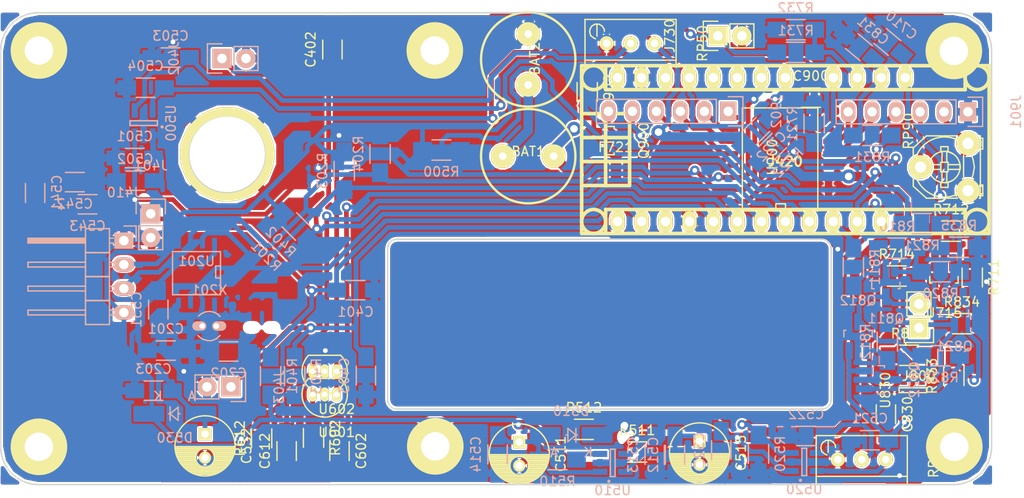
<source format=kicad_pcb>
(kicad_pcb (version 4) (host pcbnew 4.0.4-stable)
  (layers (0 F.Cu signal) (31 B.Cu signal) (34 B.Paste user hide) (35 F.Paste user hide) (36 B.SilkS user) (37 F.SilkS user) (38 B.Mask user hide) (39 F.Mask user hide) (44 Edge.Cuts user))
  (net 0 "")
  (net 1 "Net-(BAT1-Pad1)")
  (net 2 "Net-(BAT1-Pad2)")
  (net 3 GND)
  (net 4 "Net-(C201-Pad1)")
  (net 5 "Net-(C202-Pad1)")
  (net 6 V_rtc)
  (net 7 BP1)
  (net 8 BP2)
  (net 9 BP3)
  (net 10 V_sol)
  (net 11 "Net-(C503-Pad1)")
  (net 12 V_bat)
  (net 13 "Net-(C511-Pad1)")
  (net 14 "Net-(C513-Pad1)")
  (net 15 VCC)
  (net 16 "Net-(C522-Pad1)")
  (net 17 VPP)
  (net 18 quadA)
  (net 19 quadB)
  (net 20 V_ref)
  (net 21 M_imot)
  (net 22 SDA)
  (net 23 SCL)
  (net 24 alarm)
  (net 25 C_bkw)
  (net 26 C_frw)
  (net 27 charge_OFF)
  (net 28 M_bat)
  (net 29 M_sol)
  (net 30 mot_A)
  (net 31 mot_B)
  (net 32 "Net-(J901-Pad3)")
  (net 33 "Net-(J901-Pad4)")
  (net 34 "Net-(J901-Pad5)")
  (net 35 "Net-(J901-Pad6)")
  (net 36 "Net-(J902-Pad1)")
  (net 37 "Net-(J902-Pad2)")
  (net 38 "Net-(J902-Pad3)")
  (net 39 "Net-(J902-Pad4)")
  (net 40 "Net-(J902-Pad6)")
  (net 41 "Net-(Q811-Pad1)")
  (net 42 "Net-(Q811-Pad2)")
  (net 43 "Net-(Q812-Pad1)")
  (net 44 "Net-(Q821-Pad1)")
  (net 45 "Net-(Q822-Pad1)")
  (net 46 "Net-(Q900-Pad1)")
  (net 47 "Net-(R510-Pad2)")
  (net 48 VppEn)
  (net 49 "Net-(R831-Pad2)")
  (net 50 "Net-(R832-Pad2)")
  (net 51 "Net-(R833-Pad1)")
  (net 52 "Net-(R902-Pad1)")
  (net 53 "Net-(R711-Pad1)")
  (module Capacitors_SMD:C_1206_HandSoldering (layer B.Cu) (at 61.6 42.2 180)
    (fp_text reference C501 (at 0 2.3 180) (layer B.SilkS) (effects (justify mirror)))
    (fp_text value 10uF)
    (pad 1 smd rect (at -2 0 180) (size 2 1.6) (layers B.Cu B.Paste B.Mask) (net 10 V_sol))
    (pad 2 smd rect (at 2 0 180) (size 2 1.6) (layers B.Cu B.Paste B.Mask) (net 3 GND))
  )
  (module Resistors_SMD:R_1206_HandSoldering (layer B.Cu) (at 141.35 61.65 270)
    (fp_text reference R812 (at 0 2.3 270) (layer B.SilkS) (effects (justify mirror)))
    (fp_text value 330)
    (pad 1 smd rect (at -2 0 270) (size 2 1.7) (layers B.Cu B.Paste B.Mask) (net 30 mot_A))
    (pad 2 smd rect (at 2 0 270) (size 2 1.7) (layers B.Cu B.Paste B.Mask) (net 43 "Net-(Q812-Pad1)"))
  )
  (module gdi:HFC1025 (layer F.Cu) (at 103.3 42 180)
    (fp_text reference BAT1 (at 0 0.5 180) (layer F.SilkS))
    (fp_text value BAT)
    (pad 1 thru_hole circle (at -2.7 0 180) (size 2.5 2.5) (drill 0.8) (layers *.Cu *.Mask F.SilkS) (net 1 "Net-(BAT1-Pad1)"))
    (pad 2 thru_hole circle (at 2.7 0 180) (size 2.5 2.5) (drill 0.8) (layers *.Cu *.Mask F.SilkS) (net 2 "Net-(BAT1-Pad2)"))
  )
  (module gdi:HFC1025 (layer F.Cu) (at 103.3 31.75 90)
    (fp_text reference BAT2 (at 0.1 0.7 90) (layer F.SilkS))
    (fp_text value BAT)
    (pad 1 thru_hole circle (at -2.7 0 90) (size 2.5 2.5) (drill 0.8) (layers *.Cu *.Mask F.SilkS) (net 2 "Net-(BAT1-Pad2)"))
    (pad 2 thru_hole circle (at 2.7 0 90) (size 2.5 2.5) (drill 0.8) (layers *.Cu *.Mask F.SilkS) (net 3 GND))
  )
  (module Capacitors_SMD:C_1206_HandSoldering (layer B.Cu) (at 64.9 62.6 180)
    (fp_text reference C201 (at 0 2.3 180) (layer B.SilkS) (effects (justify mirror)))
    (fp_text value 10p)
    (pad 1 smd rect (at -2 0 180) (size 2 1.6) (layers B.Cu B.Paste B.Mask) (net 4 "Net-(C201-Pad1)"))
    (pad 2 smd rect (at 2 0 180) (size 2 1.6) (layers B.Cu B.Paste B.Mask) (net 3 GND))
  )
  (module Capacitors_SMD:C_1206_HandSoldering (layer B.Cu) (at 71.55 62.7)
    (fp_text reference C202 (at 0 2.3) (layer B.SilkS) (effects (justify mirror)))
    (fp_text value 10p)
    (pad 1 smd rect (at -2 0) (size 2 1.6) (layers B.Cu B.Paste B.Mask) (net 5 "Net-(C202-Pad1)"))
    (pad 2 smd rect (at 2 0) (size 2 1.6) (layers B.Cu B.Paste B.Mask) (net 3 GND))
  )
  (module Capacitors_SMD:C_1206_HandSoldering (layer B.Cu) (at 63.6 66.85 180)
    (fp_text reference C203 (at 0 2.3 180) (layer B.SilkS) (effects (justify mirror)))
    (fp_text value 10n)
    (pad 1 smd rect (at -2 0 180) (size 2 1.6) (layers B.Cu B.Paste B.Mask) (net 6 V_rtc))
    (pad 2 smd rect (at 2 0 180) (size 2 1.6) (layers B.Cu B.Paste B.Mask) (net 3 GND))
  )
  (module Capacitors_SMD:C_1206_HandSoldering (layer B.Cu) (at 85 56.2)
    (fp_text reference C401 (at 0 2.3) (layer B.SilkS) (effects (justify mirror)))
    (fp_text value 10n)
    (pad 1 smd rect (at -2 0) (size 2 1.6) (layers B.Cu B.Paste B.Mask) (net 7 BP1))
    (pad 2 smd rect (at 2 0) (size 2 1.6) (layers B.Cu B.Paste B.Mask) (net 3 GND))
  )
  (module Capacitors_SMD:C_1206_HandSoldering (layer F.Cu) (at 82.55 30.7 90)
    (fp_text reference C402 (at 0 -2.3 90) (layer F.SilkS))
    (fp_text value 10n)
    (pad 1 smd rect (at -2 0 90) (size 2 1.6) (layers F.Cu F.Paste F.Mask) (net 8 BP2))
    (pad 2 smd rect (at 2 0 90) (size 2 1.6) (layers F.Cu F.Paste F.Mask) (net 3 GND))
  )
  (module Capacitors_SMD:C_1206_HandSoldering (layer B.Cu) (at 86.1 65.25 270)
    (fp_text reference C403 (at 0 2.3 270) (layer B.SilkS) (effects (justify mirror)))
    (fp_text value 10n)
    (pad 1 smd rect (at -2 0 270) (size 2 1.6) (layers B.Cu B.Paste B.Mask) (net 9 BP3))
    (pad 2 smd rect (at 2 0 270) (size 2 1.6) (layers B.Cu B.Paste B.Mask) (net 3 GND))
  )
  (module Capacitors_SMD:C_1206_HandSoldering (layer B.Cu) (at 61.65 44.6 180)
    (fp_text reference C502 (at 0 2.3 180) (layer B.SilkS) (effects (justify mirror)))
    (fp_text value 10n)
    (pad 1 smd rect (at -2 0 180) (size 2 1.6) (layers B.Cu B.Paste B.Mask) (net 10 V_sol))
    (pad 2 smd rect (at 2 0 180) (size 2 1.6) (layers B.Cu B.Paste B.Mask) (net 3 GND))
  )
  (module Capacitors_SMD:C_1206_HandSoldering (layer B.Cu) (at 65.4 31.55 180)
    (fp_text reference C503 (at 0 2.3 180) (layer B.SilkS) (effects (justify mirror)))
    (fp_text value 470p)
    (pad 1 smd rect (at -2 0 180) (size 2 1.6) (layers B.Cu B.Paste B.Mask) (net 11 "Net-(C503-Pad1)"))
    (pad 2 smd rect (at 2 0 180) (size 2 1.6) (layers B.Cu B.Paste B.Mask) (net 3 GND))
  )
  (module Capacitors_SMD:C_1206_HandSoldering (layer B.Cu) (at 62.75 34.75 180)
    (fp_text reference C504 (at 0 2.3 180) (layer B.SilkS) (effects (justify mirror)))
    (fp_text value 10uF)
    (pad 1 smd rect (at -2 0 180) (size 2 1.6) (layers B.Cu B.Paste B.Mask) (net 12 V_bat))
    (pad 2 smd rect (at 2 0 180) (size 2 1.6) (layers B.Cu B.Paste B.Mask) (net 3 GND))
  )
  (module Capacitors_SMD:C_1206_HandSoldering (layer B.Cu) (at 118.85 73.65 270)
    (fp_text reference C512 (at 0 2.3 270) (layer B.SilkS) (effects (justify mirror)))
    (fp_text value 10uF)
    (pad 1 smd rect (at -2 0 270) (size 2 1.6) (layers B.Cu B.Paste B.Mask) (net 15 VCC))
    (pad 2 smd rect (at 2 0 270) (size 2 1.6) (layers B.Cu B.Paste B.Mask) (net 3 GND))
  )
  (module Capacitors_SMD:C_1206_HandSoldering (layer B.Cu) (at 116.7 73.65 270)
    (fp_text reference C513 (at 0 2.3 270) (layer B.SilkS) (effects (justify mirror)))
    (fp_text value 470p)
    (pad 1 smd rect (at -2 0 270) (size 2 1.6) (layers B.Cu B.Paste B.Mask) (net 14 "Net-(C513-Pad1)"))
    (pad 2 smd rect (at 2 0 270) (size 2 1.6) (layers B.Cu B.Paste B.Mask) (net 3 GND))
  )
  (module Capacitors_SMD:C_1206_HandSoldering (layer B.Cu) (at 100.05 73.6 270)
    (fp_text reference C514 (at 0 2.3 270) (layer B.SilkS) (effects (justify mirror)))
    (fp_text value 10uF)
    (pad 1 smd rect (at -2 0 270) (size 2 1.6) (layers B.Cu B.Paste B.Mask) (net 13 "Net-(C511-Pad1)"))
    (pad 2 smd rect (at 2 0 270) (size 2 1.6) (layers B.Cu B.Paste B.Mask) (net 3 GND))
  )
  (module Capacitors_SMD:C_1206_HandSoldering (layer B.Cu) (at 139.5 72.1 180)
    (fp_text reference C521 (at 0 2.3 180) (layer B.SilkS) (effects (justify mirror)))
    (fp_text value 10uF)
    (pad 1 smd rect (at -2 0 180) (size 2 1.6) (layers B.Cu B.Paste B.Mask) (net 17 VPP))
    (pad 2 smd rect (at 2 0 180) (size 2 1.6) (layers B.Cu B.Paste B.Mask) (net 3 GND))
  )
  (module Capacitors_SMD:C_1206_HandSoldering (layer B.Cu) (at 132.75 71.65 180)
    (fp_text reference C522 (at 0 2.3 180) (layer B.SilkS) (effects (justify mirror)))
    (fp_text value 470p)
    (pad 1 smd rect (at -2 0 180) (size 2 1.6) (layers B.Cu B.Paste B.Mask) (net 16 "Net-(C522-Pad1)"))
    (pad 2 smd rect (at 2 0 180) (size 2 1.6) (layers B.Cu B.Paste B.Mask) (net 3 GND))
  )
  (module Capacitors_SMD:C_1206_HandSoldering (layer B.Cu) (at 123.75 73.15 270)
    (fp_text reference C523 (at 0 2.3 270) (layer B.SilkS) (effects (justify mirror)))
    (fp_text value 10uF)
    (pad 1 smd rect (at -2 0 270) (size 2 1.6) (layers B.Cu B.Paste B.Mask) (net 12 V_bat))
    (pad 2 smd rect (at 2 0 270) (size 2 1.6) (layers B.Cu B.Paste B.Mask) (net 3 GND))
  )
  (module Capacitors_SMD:C_1206_HandSoldering (layer B.Cu) (at 64.1 58.25 270)
    (fp_text reference C531 (at 0 2.3 270) (layer B.SilkS) (effects (justify mirror)))
    (fp_text value 10uF)
    (pad 1 smd rect (at -2 0 270) (size 2 1.6) (layers B.Cu B.Paste B.Mask) (net 6 V_rtc))
    (pad 2 smd rect (at 2 0 270) (size 2 1.6) (layers B.Cu B.Paste B.Mask) (net 3 GND))
  )
  (module Capacitors_SMD:C_1206_HandSoldering (layer F.Cu) (at 83.3 73.25 270)
    (fp_text reference C602 (at 0 -2.3 270) (layer F.SilkS))
    (fp_text value 100nF)
    (pad 1 smd rect (at -2 0 270) (size 2 1.6) (layers F.Cu F.Paste F.Mask) (net 18 quadA))
    (pad 2 smd rect (at 2 0 270) (size 2 1.6) (layers F.Cu F.Paste F.Mask) (net 3 GND))
  )
  (module Capacitors_SMD:C_1206_HandSoldering (layer F.Cu) (at 77.7 73.25 90)
    (fp_text reference C612 (at 0 -2.3 90) (layer F.SilkS))
    (fp_text value 100nF)
    (pad 1 smd rect (at -2 0 90) (size 2 1.6) (layers F.Cu F.Paste F.Mask) (net 3 GND))
    (pad 2 smd rect (at 2 0 90) (size 2 1.6) (layers F.Cu F.Paste F.Mask) (net 19 quadB))
  )
  (module Capacitors_SMD:C_1206_HandSoldering (layer B.Cu) (at 141.35 29.9 140)
    (fp_text reference C710 (at -0.000001 2.3 140) (layer B.SilkS) (effects (justify mirror)))
    (fp_text value 10n)
    (pad 1 smd rect (at -2 0 140) (size 2 1.6) (layers B.Cu B.Paste B.Mask) (net 20 V_ref))
    (pad 2 smd rect (at 2 0 140) (size 2 1.6) (layers B.Cu B.Paste B.Mask) (net 3 GND))
  )
  (module Capacitors_SMD:C_1206_HandSoldering (layer B.Cu) (at 127.45 39.35 45)
    (fp_text reference C722 (at 0 2.300001 45) (layer B.SilkS) (effects (justify mirror)))
    (fp_text value 10uF)
    (pad 1 smd rect (at -2 0 45) (size 2 1.6) (layers B.Cu B.Paste B.Mask) (net 12 V_bat))
    (pad 2 smd rect (at 2 0 45) (size 2 1.6) (layers B.Cu B.Paste B.Mask) (net 3 GND))
  )
  (module Capacitors_SMD:C_1206_HandSoldering (layer F.Cu) (at 141.2 69.35 270)
    (fp_text reference C830 (at 0 -2.3 270) (layer F.SilkS))
    (fp_text value 100n)
    (pad 1 smd rect (at -2 0 270) (size 2 1.6) (layers F.Cu F.Paste F.Mask) (net 17 VPP))
    (pad 2 smd rect (at 2 0 270) (size 2 1.6) (layers F.Cu F.Paste F.Mask) (net 3 GND))
  )
  (module Capacitors_SMD:C_1206_HandSoldering (layer B.Cu) (at 138.35 30.45 140)
    (fp_text reference C831 (at -0.000001 2.3 140) (layer B.SilkS) (effects (justify mirror)))
    (fp_text value 100n)
    (pad 1 smd rect (at -2 0 140) (size 2 1.6) (layers B.Cu B.Paste B.Mask) (net 21 M_imot))
    (pad 2 smd rect (at 2 0 140) (size 2 1.6) (layers B.Cu B.Paste B.Mask) (net 3 GND))
  )
  (module Capacitors_SMD:C_1206_HandSoldering (layer F.Cu) (at 133.25 35.8)
    (fp_text reference C900 (at 0 -2.3) (layer F.SilkS))
    (fp_text value 100nF)
    (pad 1 smd rect (at -2 0) (size 2 1.6) (layers F.Cu F.Paste F.Mask) (net 15 VCC))
    (pad 2 smd rect (at 2 0) (size 2 1.6) (layers F.Cu F.Paste F.Mask) (net 3 GND))
  )
  (module Diodes_SMD:MiniMELF_Handsoldering (layer B.Cu) (at 107.85 71.55 180)
    (fp_text reference D510 (at 0 2.54 180) (layer B.SilkS) (effects (justify mirror)))
    (fp_text value SCHOTTKY)
    (fp_text user K (at -1.8 -1.85 180) (layer B.SilkS) (effects (justify mirror)))
    (fp_text user A (at 1.8 -1.85 180) (layer B.SilkS) (effects (justify mirror)))
    (pad 1 smd rect (at -2.75082 0 180) (size 3.29946 1.69926) (layers B.Cu B.Paste B.Mask) (net 12 V_bat))
    (pad 2 smd rect (at 2.75082 0 180) (size 3.29946 1.69926) (layers B.Cu B.Paste B.Mask) (net 13 "Net-(C511-Pad1)"))
  )
  (module Diodes_SMD:MiniMELF_Handsoldering (layer B.Cu) (at 65.85 69.3)
    (fp_text reference D530 (at 0 2.54) (layer B.SilkS) (effects (justify mirror)))
    (fp_text value SCHOTTKY)
    (fp_text user K (at -1.8 -1.85) (layer B.SilkS) (effects (justify mirror)))
    (fp_text user A (at 1.8 -1.85) (layer B.SilkS) (effects (justify mirror)))
    (pad 1 smd rect (at -2.75082 0) (size 3.29946 1.69926) (layers B.Cu B.Paste B.Mask) (net 15 VCC))
    (pad 2 smd rect (at 2.75082 0) (size 3.29946 1.69926) (layers B.Cu B.Paste B.Mask) (net 6 V_rtc))
  )
  (module Fuse_Holders_and_Fuses:Fuse_SMD1206_HandSoldering (layer F.Cu) (at 112.6 43.25)
    (fp_text reference F721 (at -0.0508 -2.19964) (layer F.SilkS))
    (fp_text value 5A)
    (pad 1 smd rect (at -2.08534 0 90) (size 2.02946 2.65176) (layers F.Cu F.Paste F.Mask) (net 1 "Net-(BAT1-Pad1)"))
    (pad 2 smd rect (at 2.08534 0 90) (size 2.02946 2.65176) (layers F.Cu F.Paste F.Mask) (net 12 V_bat))
  )
  (module gdi:MF85 (layer F.Cu) (at 71.4 41.8)
    (fp_text reference H7 (at 0 0.5) (layer F.SilkS))
    (fp_text value hole)
    (pad 1 thru_hole circle (at 0 0) (size 10 10) (drill 8) (layers *.Cu *.Mask F.SilkS) (net 3 GND))
  )
  (module Pin_Headers:Pin_Header_Straight_1x02 (layer B.Cu) (at 63.3 48.1 180)
    (fp_text reference J401 (at 0 5.1 180) (layer B.SilkS) (effects (justify mirror)))
    (fp_text value HEADER_2)
    (pad 1 thru_hole rect (at 0 0 180) (size 2.032 2.032) (drill 1.016) (layers *.Cu *.Mask B.SilkS) (net 7 BP1))
    (pad 2 thru_hole oval (at 0 -2.54 180) (size 2.032 2.032) (drill 1.016) (layers *.Cu *.Mask B.SilkS) (net 3 GND))
  )
  (module Pin_Headers:Pin_Header_Straight_1x02 (layer B.Cu) (at 70.85 31.65 270)
    (fp_text reference J402 (at 0 5.1 270) (layer B.SilkS) (effects (justify mirror)))
    (fp_text value HEADER_2)
    (pad 1 thru_hole rect (at 0 0 270) (size 2.032 2.032) (drill 1.016) (layers *.Cu *.Mask B.SilkS) (net 8 BP2))
    (pad 2 thru_hole oval (at 0 -2.54 270) (size 2.032 2.032) (drill 1.016) (layers *.Cu *.Mask B.SilkS) (net 3 GND))
  )
  (module Pin_Headers:Pin_Header_Straight_1x02 (layer B.Cu) (at 71.8 66.45 90)
    (fp_text reference J403 (at 0 5.1 90) (layer B.SilkS) (effects (justify mirror)))
    (fp_text value HEADER_2)
    (pad 1 thru_hole rect (at 0 0 90) (size 2.032 2.032) (drill 1.016) (layers *.Cu *.Mask B.SilkS) (net 9 BP3))
    (pad 2 thru_hole oval (at 0 -2.54 90) (size 2.032 2.032) (drill 1.016) (layers *.Cu *.Mask B.SilkS) (net 3 GND))
  )
  (module Pin_Headers:Pin_Header_Straight_1x02 (layer F.Cu) (at 123.4 29.25 90)
    (fp_text reference J730 (at 0 -5.1 90) (layer F.SilkS))
    (fp_text value HEADER_2)
    (pad 1 thru_hole rect (at 0 0 90) (size 2.032 2.032) (drill 1.016) (layers *.Cu *.Mask F.SilkS) (net 10 V_sol))
    (pad 2 thru_hole oval (at 0 2.54 90) (size 2.032 2.032) (drill 1.016) (layers *.Cu *.Mask F.SilkS) (net 3 GND))
  )
  (module Pin_Headers:Pin_Header_Straight_1x02 (layer F.Cu) (at 144.7 60.2 180)
    (fp_text reference J800 (at 0 -5.1 180) (layer F.SilkS))
    (fp_text value HEADER_2)
    (pad 1 thru_hole rect (at 0 0 180) (size 2.032 2.032) (drill 1.016) (layers *.Cu *.Mask F.SilkS) (net 30 mot_A))
    (pad 2 thru_hole oval (at 0 2.54 180) (size 2.032 2.032) (drill 1.016) (layers *.Cu *.Mask F.SilkS) (net 31 mot_B))
  )
  (module Pin_Headers:Pin_Header_Straight_1x06 (layer B.Cu) (at 149.9 37.3 90)
    (fp_text reference J901 (at 0 5.1 90) (layer B.SilkS) (effects (justify mirror)))
    (fp_text value HEADER_6)
    (pad 1 thru_hole rect (at 0 0 90) (size 2.032 1.7272) (drill 1.016) (layers *.Cu *.Mask B.SilkS) (net 3 GND))
    (pad 2 thru_hole oval (at 0 -2.54) (size 1.524 2.19964) (drill 1.00076) (layers *.Cu *.Mask B.SilkS) (net 15 VCC))
    (pad 3 thru_hole oval (at 0 -5.08) (size 1.524 2.19964) (drill 1.00076) (layers *.Cu *.Mask B.SilkS) (net 32 "Net-(J901-Pad3)"))
    (pad 4 thru_hole oval (at 0 -7.62) (size 1.524 2.19964) (drill 1.00076) (layers *.Cu *.Mask B.SilkS) (net 33 "Net-(J901-Pad4)"))
    (pad 5 thru_hole oval (at 0 -10.16) (size 1.524 2.19964) (drill 1.00076) (layers *.Cu *.Mask B.SilkS) (net 34 "Net-(J901-Pad5)"))
    (pad 6 thru_hole oval (at 0 -12.7) (size 1.524 2.19964) (drill 1.00076) (layers *.Cu *.Mask B.SilkS) (net 35 "Net-(J901-Pad6)"))
  )
  (module Pin_Headers:Pin_Header_Straight_1x06 (layer B.Cu) (at 124.5 37.25 90)
    (fp_text reference J902 (at 0 5.1 90) (layer B.SilkS) (effects (justify mirror)))
    (fp_text value HEADER_6)
    (pad 1 thru_hole rect (at 0 0 90) (size 2.032 1.7272) (drill 1.016) (layers *.Cu *.Mask B.SilkS) (net 36 "Net-(J902-Pad1)"))
    (pad 2 thru_hole oval (at 0 -2.54) (size 1.524 2.19964) (drill 1.00076) (layers *.Cu *.Mask B.SilkS) (net 37 "Net-(J902-Pad2)"))
    (pad 3 thru_hole oval (at 0 -5.08) (size 1.524 2.19964) (drill 1.00076) (layers *.Cu *.Mask B.SilkS) (net 38 "Net-(J902-Pad3)"))
    (pad 4 thru_hole oval (at 0 -7.62) (size 1.524 2.19964) (drill 1.00076) (layers *.Cu *.Mask B.SilkS) (net 39 "Net-(J902-Pad4)"))
    (pad 5 thru_hole oval (at 0 -10.16) (size 1.524 2.19964) (drill 1.00076) (layers *.Cu *.Mask B.SilkS) (net 15 VCC))
    (pad 6 thru_hole oval (at 0 -12.7) (size 1.524 2.19964) (drill 1.00076) (layers *.Cu *.Mask B.SilkS) (net 40 "Net-(J902-Pad6)"))
  )
  (module TO_SOT_Packages_SMD:SOT-23_Handsoldering (layer B.Cu) (at 141.2 55.4)
    (fp_text reference Q811 (at 0 3.81) (layer B.SilkS) (effects (justify mirror)))
    (fp_text value PBSS4320)
    (pad 1 smd rect (at -0.95 -1.50114) (size 0.8001 1.80086) (layers B.Cu B.Paste B.Mask) (net 41 "Net-(Q811-Pad1)"))
    (pad 2 smd rect (at 0.95 -1.50114) (size 0.8001 1.80086) (layers B.Cu B.Paste B.Mask) (net 42 "Net-(Q811-Pad2)"))
    (pad 3 smd rect (at 0 1.50114) (size 0.8001 1.80086) (layers B.Cu B.Paste B.Mask) (net 31 mot_B))
  )
  (module TO_SOT_Packages_SMD:SOT-23_Handsoldering (layer B.Cu) (at 138.25 61.1 180)
    (fp_text reference Q812 (at 0 3.81 180) (layer B.SilkS) (effects (justify mirror)))
    (fp_text value PBSS5350)
    (pad 1 smd rect (at -0.95 -1.50114 180) (size 0.8001 1.80086) (layers B.Cu B.Paste B.Mask) (net 43 "Net-(Q812-Pad1)"))
    (pad 2 smd rect (at 0.95 -1.50114 180) (size 0.8001 1.80086) (layers B.Cu B.Paste B.Mask) (net 17 VPP))
    (pad 3 smd rect (at 0 1.50114 180) (size 0.8001 1.80086) (layers B.Cu B.Paste B.Mask) (net 31 mot_B))
  )
  (module TO_SOT_Packages_SMD:SOT-23_Handsoldering (layer B.Cu) (at 148.45 58.35)
    (fp_text reference Q821 (at 0 3.81) (layer B.SilkS) (effects (justify mirror)))
    (fp_text value PBSS4320)
    (pad 1 smd rect (at -0.95 -1.50114) (size 0.8001 1.80086) (layers B.Cu B.Paste B.Mask) (net 44 "Net-(Q821-Pad1)"))
    (pad 2 smd rect (at 0.95 -1.50114) (size 0.8001 1.80086) (layers B.Cu B.Paste B.Mask) (net 42 "Net-(Q811-Pad2)"))
    (pad 3 smd rect (at 0 1.50114) (size 0.8001 1.80086) (layers B.Cu B.Paste B.Mask) (net 30 mot_A))
  )
  (module TO_SOT_Packages_SMD:SOT-23_Handsoldering (layer B.Cu) (at 140.4 65.7 90)
    (fp_text reference Q822 (at 0 3.81 90) (layer B.SilkS) (effects (justify mirror)))
    (fp_text value PBSS5350)
    (pad 1 smd rect (at -0.95 -1.50114 90) (size 0.8001 1.80086) (layers B.Cu B.Paste B.Mask) (net 45 "Net-(Q822-Pad1)"))
    (pad 2 smd rect (at 0.95 -1.50114 90) (size 0.8001 1.80086) (layers B.Cu B.Paste B.Mask) (net 17 VPP))
    (pad 3 smd rect (at 0 1.50114 90) (size 0.8001 1.80086) (layers B.Cu B.Paste B.Mask) (net 30 mot_A))
  )
  (module TO_SOT_Packages_SMD:SOT-23_Handsoldering (layer F.Cu) (at 111.75 40.35 270)
    (fp_text reference Q900 (at 0 -3.81 270) (layer F.SilkS))
    (fp_text value PBSS4320)
    (pad 1 smd rect (at -0.95 1.50114 270) (size 0.8001 1.80086) (layers F.Cu F.Paste F.Mask) (net 46 "Net-(Q900-Pad1)"))
    (pad 2 smd rect (at 0.95 1.50114 270) (size 0.8001 1.80086) (layers F.Cu F.Paste F.Mask) (net 3 GND))
    (pad 3 smd rect (at 0 -1.50114 270) (size 0.8001 1.80086) (layers F.Cu F.Paste F.Mask) (net 40 "Net-(J902-Pad6)"))
  )
  (module Resistors_SMD:R_1206_HandSoldering (layer B.Cu) (at 77.15 50.95 315)
    (fp_text reference R201 (at 0 2.3 315) (layer B.SilkS) (effects (justify mirror)))
    (fp_text value 10k)
    (pad 1 smd rect (at -2 0 315) (size 2 1.7) (layers B.Cu B.Paste B.Mask) (net 15 VCC))
    (pad 2 smd rect (at 2 0 315) (size 2 1.7) (layers B.Cu B.Paste B.Mask) (net 24 alarm))
  )
  (module Resistors_SMD:R_1206_HandSoldering (layer B.Cu) (at 76 65.3 90)
    (fp_text reference R401 (at 0 2.3 90) (layer B.SilkS) (effects (justify mirror)))
    (fp_text value 10k)
    (pad 1 smd rect (at -2 0 90) (size 2 1.7) (layers B.Cu B.Paste B.Mask) (net 15 VCC))
    (pad 2 smd rect (at 2 0 90) (size 2 1.7) (layers B.Cu B.Paste B.Mask) (net 7 BP1))
  )
  (module Resistors_SMD:R_1206_HandSoldering (layer B.Cu) (at 78.7 49.45 315)
    (fp_text reference R402 (at 0 2.3 315) (layer B.SilkS) (effects (justify mirror)))
    (fp_text value 10k)
    (pad 1 smd rect (at -2 0 315) (size 2 1.7) (layers B.Cu B.Paste B.Mask) (net 15 VCC))
    (pad 2 smd rect (at 2 0 315) (size 2 1.7) (layers B.Cu B.Paste B.Mask) (net 8 BP2))
  )
  (module Resistors_SMD:R_1206_HandSoldering (layer B.Cu) (at 78.55 65.3 90)
    (fp_text reference R403 (at 0 2.3 90) (layer B.SilkS) (effects (justify mirror)))
    (fp_text value 10k)
    (pad 1 smd rect (at -2 0 90) (size 2 1.7) (layers B.Cu B.Paste B.Mask) (net 15 VCC))
    (pad 2 smd rect (at 2 0 90) (size 2 1.7) (layers B.Cu B.Paste B.Mask) (net 9 BP3))
  )
  (module Resistors_SMD:R_1206_HandSoldering (layer B.Cu) (at 94.1 41.35)
    (fp_text reference R500 (at 0 2.3) (layer B.SilkS) (effects (justify mirror)))
    (fp_text value 10k)
    (pad 1 smd rect (at -2 0) (size 2 1.7) (layers B.Cu B.Paste B.Mask) (net 15 VCC))
    (pad 2 smd rect (at 2 0) (size 2 1.7) (layers B.Cu B.Paste B.Mask) (net 27 charge_OFF))
  )
  (module Resistors_SMD:R_1206_HandSoldering (layer B.Cu) (at 106.4 74.15)
    (fp_text reference R510 (at 0 2.3) (layer B.SilkS) (effects (justify mirror)))
    (fp_text value 10k)
    (pad 1 smd rect (at -2 0) (size 2 1.7) (layers B.Cu B.Paste B.Mask) (net 13 "Net-(C511-Pad1)"))
    (pad 2 smd rect (at 2 0) (size 2 1.7) (layers B.Cu B.Paste B.Mask) (net 47 "Net-(R510-Pad2)"))
  )
  (module Resistors_SMD:R_1206_HandSoldering (layer B.Cu) (at 127.7 73.55 90)
    (fp_text reference R520 (at 0 2.3 90) (layer B.SilkS) (effects (justify mirror)))
    (fp_text value 10k)
    (pad 1 smd rect (at -2 0 90) (size 2 1.7) (layers B.Cu B.Paste B.Mask) (net 3 GND))
    (pad 2 smd rect (at 2 0 90) (size 2 1.7) (layers B.Cu B.Paste B.Mask) (net 48 VppEn))
  )
  (module Resistors_SMD:R_1206_HandSoldering (layer F.Cu) (at 80.55 71.85 270)
    (fp_text reference R602 (at 0 -2.3 270) (layer F.SilkS))
    (fp_text value 4k7)
    (pad 1 smd rect (at -2 0 270) (size 2 1.7) (layers F.Cu F.Paste F.Mask) (net 18 quadA))
    (pad 2 smd rect (at 2 0 270) (size 2 1.7) (layers F.Cu F.Paste F.Mask) (net 15 VCC))
  )
  (module Resistors_SMD:R_1206_HandSoldering (layer F.Cu) (at 75.05 71.9 90)
    (fp_text reference R612 (at 0 -2.3 90) (layer F.SilkS))
    (fp_text value 4k7)
    (pad 1 smd rect (at -2 0 90) (size 2 1.7) (layers F.Cu F.Paste F.Mask) (net 15 VCC))
    (pad 2 smd rect (at 2 0 90) (size 2 1.7) (layers F.Cu F.Paste F.Mask) (net 19 quadB))
  )
  (module Resistors_SMD:R_1206_HandSoldering (layer F.Cu) (at 142.35 54.7)
    (fp_text reference R714 (at 0 -2.3) (layer F.SilkS))
    (fp_text value 10k)
    (pad 1 smd rect (at -2 0) (size 2 1.7) (layers F.Cu F.Paste F.Mask) (net 17 VPP))
    (pad 2 smd rect (at 2 0) (size 2 1.7) (layers F.Cu F.Paste F.Mask) (net 20 V_ref))
  )
  (module Resistors_SMD:R_1206_HandSoldering (layer B.Cu) (at 133.6 38.55 270)
    (fp_text reference R721 (at 0 2.3 270) (layer B.SilkS) (effects (justify mirror)))
    (fp_text value 4.7k)
    (pad 1 smd rect (at -2 0 270) (size 2 1.7) (layers B.Cu B.Paste B.Mask) (net 3 GND))
    (pad 2 smd rect (at 2 0 270) (size 2 1.7) (layers B.Cu B.Paste B.Mask) (net 28 M_bat))
  )
  (module Resistors_SMD:R_1206_HandSoldering (layer B.Cu) (at 129.2 41.05 45)
    (fp_text reference R722 (at 0 2.300001 45) (layer B.SilkS) (effects (justify mirror)))
    (fp_text value 10k)
    (pad 1 smd rect (at -2 0 45) (size 2 1.7) (layers B.Cu B.Paste B.Mask) (net 12 V_bat))
    (pad 2 smd rect (at 2 0 45) (size 2 1.7) (layers B.Cu B.Paste B.Mask) (net 28 M_bat))
  )
  (module Resistors_SMD:R_1206_HandSoldering (layer B.Cu) (at 131.65 31 180)
    (fp_text reference R731 (at 0 2.3 180) (layer B.SilkS) (effects (justify mirror)))
    (fp_text value 10k)
    (pad 1 smd rect (at -2 0 180) (size 2 1.7) (layers B.Cu B.Paste B.Mask) (net 29 M_sol))
    (pad 2 smd rect (at 2 0 180) (size 2 1.7) (layers B.Cu B.Paste B.Mask) (net 10 V_sol))
  )
  (module Resistors_SMD:R_1206_HandSoldering (layer B.Cu) (at 131.65 28.6 180)
    (fp_text reference R732 (at 0 2.3 180) (layer B.SilkS) (effects (justify mirror)))
    (fp_text value 2.2k)
    (pad 1 smd rect (at -2 0 180) (size 2 1.7) (layers B.Cu B.Paste B.Mask) (net 29 M_sol))
    (pad 2 smd rect (at 2 0 180) (size 2 1.7) (layers B.Cu B.Paste B.Mask) (net 3 GND))
  )
  (module Resistors_SMD:R_1206_HandSoldering (layer B.Cu) (at 142.4 51.75 180)
    (fp_text reference R810 (at 0 2.3 180) (layer B.SilkS) (effects (justify mirror)))
    (fp_text value 3k3)
    (pad 1 smd rect (at -2 0 180) (size 2 1.7) (layers B.Cu B.Paste B.Mask) (net 42 "Net-(Q811-Pad2)"))
    (pad 2 smd rect (at 2 0 180) (size 2 1.7) (layers B.Cu B.Paste B.Mask) (net 41 "Net-(Q811-Pad1)"))
  )
  (module Resistors_SMD:R_1206_HandSoldering (layer B.Cu) (at 137.75 53.75 90)
    (fp_text reference R811 (at 0 2.3 90) (layer B.SilkS) (effects (justify mirror)))
    (fp_text value 330)
    (pad 1 smd rect (at -2 0 90) (size 2 1.7) (layers B.Cu B.Paste B.Mask) (net 41 "Net-(Q811-Pad1)"))
    (pad 2 smd rect (at 2 0 90) (size 2 1.7) (layers B.Cu B.Paste B.Mask) (net 26 C_frw))
  )
  (module Resistors_SMD:R_1206_HandSoldering (layer B.Cu) (at 147 54.25)
    (fp_text reference R820 (at 0 2.3) (layer B.SilkS) (effects (justify mirror)))
    (fp_text value 3k3)
    (pad 1 smd rect (at -2 0) (size 2 1.7) (layers B.Cu B.Paste B.Mask) (net 42 "Net-(Q811-Pad2)"))
    (pad 2 smd rect (at 2 0) (size 2 1.7) (layers B.Cu B.Paste B.Mask) (net 44 "Net-(Q821-Pad1)"))
  )
  (module Resistors_SMD:R_1206_HandSoldering (layer B.Cu) (at 145 49.15)
    (fp_text reference R821 (at 0 2.3) (layer B.SilkS) (effects (justify mirror)))
    (fp_text value 330)
    (pad 1 smd rect (at -2 0) (size 2 1.7) (layers B.Cu B.Paste B.Mask) (net 25 C_bkw))
    (pad 2 smd rect (at 2 0) (size 2 1.7) (layers B.Cu B.Paste B.Mask) (net 44 "Net-(Q821-Pad1)"))
  )
  (module Resistors_SMD:R_1206_HandSoldering (layer B.Cu) (at 147 63.15)
    (fp_text reference R822 (at 0 2.3) (layer B.SilkS) (effects (justify mirror)))
    (fp_text value 330)
    (pad 1 smd rect (at -2 0) (size 2 1.7) (layers B.Cu B.Paste B.Mask) (net 31 mot_B))
    (pad 2 smd rect (at 2 0) (size 2 1.7) (layers B.Cu B.Paste B.Mask) (net 45 "Net-(Q822-Pad1)"))
  )
  (module Resistors_SMD:R_1206_HandSoldering (layer B.Cu) (at 139.75 39.8)
    (fp_text reference R831 (at 0 2.3) (layer B.SilkS) (effects (justify mirror)))
    (fp_text value 1k)
    (pad 1 smd rect (at -2 0) (size 2 1.7) (layers B.Cu B.Paste B.Mask) (net 21 M_imot))
    (pad 2 smd rect (at 2 0) (size 2 1.7) (layers B.Cu B.Paste B.Mask) (net 49 "Net-(R831-Pad2)"))
  )
  (module Resistors_SMD:R_1206_HandSoldering (layer F.Cu) (at 143.65 63.1)
    (fp_text reference R832 (at 0 -2.3) (layer F.SilkS))
    (fp_text value 10k)
    (pad 1 smd rect (at -2 0) (size 2 1.7) (layers F.Cu F.Paste F.Mask) (net 49 "Net-(R831-Pad2)"))
    (pad 2 smd rect (at 2 0) (size 2 1.7) (layers F.Cu F.Paste F.Mask) (net 50 "Net-(R832-Pad2)"))
  )
  (module Resistors_SMD:R_1206_HandSoldering (layer F.Cu) (at 148.4 65.3 90)
    (fp_text reference R833 (at 0 -2.3 90) (layer F.SilkS))
    (fp_text value 1k)
    (pad 1 smd rect (at -2 0 90) (size 2 1.7) (layers F.Cu F.Paste F.Mask) (net 51 "Net-(R833-Pad1)"))
    (pad 2 smd rect (at 2 0 90) (size 2 1.7) (layers F.Cu F.Paste F.Mask) (net 42 "Net-(Q811-Pad2)"))
  )
  (module Resistors_SMD:R_1206_HandSoldering (layer F.Cu) (at 149.25 59.75)
    (fp_text reference R834 (at 0 -2.3) (layer F.SilkS))
    (fp_text value 1k)
    (pad 1 smd rect (at -2 0) (size 2 1.7) (layers F.Cu F.Paste F.Mask) (net 50 "Net-(R832-Pad2)"))
    (pad 2 smd rect (at 2 0) (size 2 1.7) (layers F.Cu F.Paste F.Mask) (net 3 GND))
  )
  (module Resistors_SMD:R_1206_HandSoldering (layer B.Cu) (at 148.95 51.65 180)
    (fp_text reference R835 (at 0 2.3 180) (layer B.SilkS) (effects (justify mirror)))
    (fp_text value 0R2)
    (pad 1 smd rect (at -2 0 180) (size 2 1.7) (layers B.Cu B.Paste B.Mask) (net 3 GND))
    (pad 2 smd rect (at 2 0 180) (size 2 1.7) (layers B.Cu B.Paste B.Mask) (net 42 "Net-(Q811-Pad2)"))
  )
  (module Resistors_SMD:R_1206_HandSoldering (layer F.Cu) (at 109.55 35.2 270)
    (fp_text reference R902 (at 0 -2.3 270) (layer F.SilkS))
    (fp_text value 4.7k)
    (pad 1 smd rect (at -2 0 270) (size 2 1.7) (layers F.Cu F.Paste F.Mask) (net 52 "Net-(R902-Pad1)"))
    (pad 2 smd rect (at 2 0 270) (size 2 1.7) (layers F.Cu F.Paste F.Mask) (net 46 "Net-(Q900-Pad1)"))
  )
  (module Potentiometers:Potentiometer_Triwood_RM-065 (layer F.Cu) (at 149.9 45.65 90)
    (fp_text reference RP90 (at 6.30936 -6.30936 90) (layer F.SilkS))
    (fp_text value 10k)
    (pad 2 thru_hole circle (at 2.49936 -5.03936 90) (size 2.49936 2.49936) (drill 1.19888) (layers *.Cu *.Mask F.SilkS) (net 32 "Net-(J901-Pad3)"))
    (pad 3 thru_hole circle (at 4.99872 0 90) (size 2.49936 2.49936) (drill 1.19888) (layers *.Cu *.Mask F.SilkS) (net 15 VCC))
    (pad 1 thru_hole circle (at 0 0 90) (size 2.49936 2.49936) (drill 1.19888) (layers *.Cu *.Mask F.SilkS) (net 3 GND))
  )
  (module SMD_Packages:SOIC-8-N (layer B.Cu) (at 68.15 54.4 180)
    (fp_text reference U201 (at 0 1.27 180) (layer B.SilkS) (effects (justify mirror)))
    (fp_text value MCP7940)
    (pad 8 smd rect (at -1.905 3.175 180) (size 0.508 1.143) (layers B.Cu B.Paste B.Mask) (net 6 V_rtc))
    (pad 7 smd rect (at -0.635 3.175 180) (size 0.508 1.143) (layers B.Cu B.Paste B.Mask) (net 24 alarm))
    (pad 6 smd rect (at 0.635 3.175 180) (size 0.508 1.143) (layers B.Cu B.Paste B.Mask) (net 23 SCL))
    (pad 5 smd rect (at 1.905 3.175 180) (size 0.508 1.143) (layers B.Cu B.Paste B.Mask) (net 22 SDA))
    (pad 4 smd rect (at 1.905 -3.175 180) (size 0.508 1.143) (layers B.Cu B.Paste B.Mask) (net 3 GND))
    (pad 3 smd rect (at 0.635 -3.175 180) (size 0.508 1.143) (layers B.Cu B.Paste B.Mask) (net 24 alarm))
    (pad 2 smd rect (at -0.635 -3.175 180) (size 0.508 1.143) (layers B.Cu B.Paste B.Mask) (net 4 "Net-(C201-Pad1)"))
    (pad 1 smd rect (at -1.905 -3.175 180) (size 0.508 1.143) (layers B.Cu B.Paste B.Mask) (net 5 "Net-(C202-Pad1)"))
  )
  (module gdi:SOT-23-5_Handsoldering (layer B.Cu) (at 62.55 38.5 90)
    (fp_text reference U500 (at 0 2.9 90) (layer B.SilkS) (effects (justify mirror)))
    (fp_text value MIC5205)
    (pad 1 smd rect (at -1.35 0.95 90) (size 1.56 0.65) (layers B.Cu B.Paste B.Mask) (net 10 V_sol))
    (pad 2 smd rect (at -1.35 0 90) (size 1.56 0.65) (layers B.Cu B.Paste B.Mask) (net 3 GND))
    (pad 3 smd rect (at -1.35 -0.95 90) (size 1.56 0.65) (layers B.Cu B.Paste B.Mask) (net 27 charge_OFF))
    (pad 4 smd rect (at 1.35 -0.95 90) (size 1.56 0.65) (layers B.Cu B.Paste B.Mask) (net 11 "Net-(C503-Pad1)"))
    (pad 5 smd rect (at 1.35 0.95 90) (size 1.56 0.65) (layers B.Cu B.Paste B.Mask) (net 12 V_bat))
  )
  (module gdi:SOT-23-5_Handsoldering (layer B.Cu) (at 112.25 74.5)
    (fp_text reference U510 (at 0 2.9) (layer B.SilkS) (effects (justify mirror)))
    (fp_text value MIC5205)
    (pad 1 smd rect (at -1.35 0.95) (size 1.56 0.65) (layers B.Cu B.Paste B.Mask) (net 13 "Net-(C511-Pad1)"))
    (pad 2 smd rect (at -1.35 0) (size 1.56 0.65) (layers B.Cu B.Paste B.Mask) (net 3 GND))
    (pad 3 smd rect (at -1.35 -0.95) (size 1.56 0.65) (layers B.Cu B.Paste B.Mask) (net 47 "Net-(R510-Pad2)"))
    (pad 4 smd rect (at 1.35 -0.95) (size 1.56 0.65) (layers B.Cu B.Paste B.Mask) (net 14 "Net-(C513-Pad1)"))
    (pad 5 smd rect (at 1.35 0.95) (size 1.56 0.65) (layers B.Cu B.Paste B.Mask) (net 15 VCC))
  )
  (module gdi:SOT-23-5_Handsoldering (layer B.Cu) (at 132.55 74.4)
    (fp_text reference U520 (at 0 2.9) (layer B.SilkS) (effects (justify mirror)))
    (fp_text value MIC5205)
    (pad 1 smd rect (at -1.35 0.95) (size 1.56 0.65) (layers B.Cu B.Paste B.Mask) (net 12 V_bat))
    (pad 2 smd rect (at -1.35 0) (size 1.56 0.65) (layers B.Cu B.Paste B.Mask) (net 3 GND))
    (pad 3 smd rect (at -1.35 -0.95) (size 1.56 0.65) (layers B.Cu B.Paste B.Mask) (net 48 VppEn))
    (pad 4 smd rect (at 1.35 -0.95) (size 1.56 0.65) (layers B.Cu B.Paste B.Mask) (net 16 "Net-(C522-Pad1)"))
    (pad 5 smd rect (at 1.35 0.95) (size 1.56 0.65) (layers B.Cu B.Paste B.Mask) (net 17 VPP))
  )
  (module TO_SOT_Packages_THT:TO-92_Inline_Narrow_Oval (layer F.Cu) (at 83 67.25 180)
    (fp_text reference U601 (at 0 -4 180) (layer F.SilkS))
    (fp_text value A3144)
    (pad 2 thru_hole oval (at 1.27 0) (size 0.89916 1.50114) (drill 0.6) (layers *.Cu *.Mask F.SilkS) (net 3 GND))
    (pad 3 thru_hole oval (at 2.54 0) (size 0.89916 1.50114) (drill 0.6) (layers *.Cu *.Mask F.SilkS) (net 18 quadA))
    (pad 1 thru_hole oval (at 0 0) (size 0.89916 1.50114) (drill 0.6) (layers *.Cu *.Mask F.SilkS) (net 17 VPP))
  )
  (module TO_SOT_Packages_THT:TO-92_Inline_Narrow_Oval (layer F.Cu) (at 83 64.8 180)
    (fp_text reference U602 (at 0 -4 180) (layer F.SilkS))
    (fp_text value A3144)
    (pad 2 thru_hole oval (at 1.27 0) (size 0.89916 1.50114) (drill 0.6) (layers *.Cu *.Mask F.SilkS) (net 3 GND))
    (pad 3 thru_hole oval (at 2.54 0) (size 0.89916 1.50114) (drill 0.6) (layers *.Cu *.Mask F.SilkS) (net 19 quadB))
    (pad 1 thru_hole oval (at 0 0) (size 0.89916 1.50114) (drill 0.6) (layers *.Cu *.Mask F.SilkS) (net 17 VPP))
  )
  (module TO_SOT_Packages_SMD:SOT-23_Handsoldering (layer F.Cu) (at 147.35 54.8 180)
    (fp_text reference U715 (at 0 -3.81 180) (layer F.SilkS))
    (fp_text value TLV431-DBZ)
    (pad 1 smd rect (at -0.95 1.50114 180) (size 0.8001 1.80086) (layers F.Cu F.Paste F.Mask) (net 53 "Net-(R711-Pad1)"))
    (pad 2 smd rect (at 0.95 1.50114 180) (size 0.8001 1.80086) (layers F.Cu F.Paste F.Mask) (net 20 V_ref))
    (pad 3 smd rect (at 0 -1.50114 180) (size 0.8001 1.80086) (layers F.Cu F.Paste F.Mask) (net 3 GND))
  )
  (module gdi:SOT-23-5_Handsoldering (layer F.Cu) (at 144.05 66.8 90)
    (fp_text reference U830 (at 0 -2.9 90) (layer F.SilkS))
    (fp_text value MCP601-SOT)
    (pad 1 smd rect (at -1.35 -0.95 90) (size 1.56 0.65) (layers F.Cu F.Paste F.Mask) (net 49 "Net-(R831-Pad2)"))
    (pad 2 smd rect (at -1.35 0 90) (size 1.56 0.65) (layers F.Cu F.Paste F.Mask) (net 3 GND))
    (pad 3 smd rect (at -1.35 0.95 90) (size 1.56 0.65) (layers F.Cu F.Paste F.Mask) (net 51 "Net-(R833-Pad1)"))
    (pad 4 smd rect (at 1.35 0.95 90) (size 1.56 0.65) (layers F.Cu F.Paste F.Mask) (net 50 "Net-(R832-Pad2)"))
    (pad 5 smd rect (at 1.35 -0.95 90) (size 1.56 0.65) (layers F.Cu F.Paste F.Mask) (net 17 VPP))
  )
  (module SMD_Packages:SO-16-W (layer F.Cu) (at 130.05 42.35 90)
    (fp_text reference U900 (at 0.254 -0.889 90) (layer F.SilkS))
    (fp_text value PCF8574)
    (pad 1 smd rect (at -4.445 5.08 90) (size 0.508 1.143) (layers F.Cu F.Paste F.Mask) (net 3 GND))
    (pad 2 smd rect (at -3.175 5.08 90) (size 0.508 1.143) (layers F.Cu F.Paste F.Mask) (net 3 GND))
    (pad 3 smd rect (at -1.905 5.08 90) (size 0.508 1.143) (layers F.Cu F.Paste F.Mask) (net 3 GND))
    (pad 4 smd rect (at -0.635 5.08 90) (size 0.508 1.143) (layers F.Cu F.Paste F.Mask) (net 33 "Net-(J901-Pad4)"))
    (pad 5 smd rect (at 0.635 5.08 90) (size 0.508 1.143) (layers F.Cu F.Paste F.Mask) (net 34 "Net-(J901-Pad5)"))
    (pad 6 smd rect (at 1.905 5.08 90) (size 0.508 1.143) (layers F.Cu F.Paste F.Mask) (net 35 "Net-(J901-Pad6)"))
    (pad 7 smd rect (at 3.175 5.08 90) (size 0.508 1.143) (layers F.Cu F.Paste F.Mask) (net 52 "Net-(R902-Pad1)"))
    (pad 8 smd rect (at 4.445 5.08 90) (size 0.508 1.143) (layers F.Cu F.Paste F.Mask) (net 3 GND))
    (pad 9 smd rect (at 4.445 -5.08 90) (size 0.508 1.143) (layers F.Cu F.Paste F.Mask) (net 36 "Net-(J902-Pad1)"))
    (pad 10 smd rect (at 3.175 -5.08 90) (size 0.508 1.143) (layers F.Cu F.Paste F.Mask) (net 37 "Net-(J902-Pad2)"))
    (pad 11 smd rect (at 1.905 -5.08 90) (size 0.508 1.143) (layers F.Cu F.Paste F.Mask) (net 38 "Net-(J902-Pad3)"))
    (pad 12 smd rect (at 0.635 -5.08 90) (size 0.508 1.143) (layers F.Cu F.Paste F.Mask) (net 39 "Net-(J902-Pad4)"))
    (pad 13 smd rect (at -0.635 -5.08 90) (size 0.508 1.143) (layers F.Cu F.Paste F.Mask))
    (pad 14 smd rect (at -1.905 -5.08 90) (size 0.508 1.143) (layers F.Cu F.Paste F.Mask) (net 23 SCL))
    (pad 15 smd rect (at -3.175 -5.08 90) (size 0.508 1.143) (layers F.Cu F.Paste F.Mask) (net 22 SDA))
    (pad 16 smd rect (at -4.445 -5.08 90) (size 0.508 1.143) (layers F.Cu F.Paste F.Mask) (net 15 VCC))
  )
  (module Crystals:Crystal_Round_Vertical_3mm_BigPad (layer B.Cu) (at 69.5 60 180)
    (fp_text reference X201 (at 0 3.81 180) (layer B.SilkS) (effects (justify mirror)))
    (fp_text value 32.768K)
    (pad 1 thru_hole oval (at -0.7493 0 180) (size 1.50114 1.00076) (drill 0.59944 (offset -0.29972 0)) (layers *.Cu *.Mask B.SilkS) (net 5 "Net-(C202-Pad1)"))
    (pad 2 thru_hole oval (at 0.7493 0 180) (size 1.50114 1.00076) (drill 0.59944 (offset 0.29972 0)) (layers *.Cu *.Mask B.SilkS) (net 4 "Net-(C201-Pad1)"))
  )
  (module w_conn_misc:arduino_nano_header (layer F.Cu) (at 130.55 41.3)
    (fp_text reference J420 (at 0 1.27) (layer F.SilkS) (effects (font (size 1.016 1.016) (thickness 0.2032))))
    (fp_text value Arduino_Nano_Header hide)
    (pad 1 thru_hole oval (at -17.78 7.62) (size 1.524 2.19964) (drill 1.00076) (layers *.Cu *.Mask F.SilkS) (net 9 BP3))
    (pad 2 thru_hole oval (at -15.24 7.62) (size 1.524 2.19964) (drill 1.00076) (layers *.Cu *.Mask F.SilkS) (net 7 BP1))
    (pad 3 thru_hole oval (at -12.7 7.62) (size 1.524 2.19964) (drill 1.00076) (layers *.Cu *.Mask F.SilkS))
    (pad 4 thru_hole oval (at -10.16 7.62) (size 1.524 2.19964) (drill 1.00076) (layers *.Cu *.Mask F.SilkS) (net 3 GND))
    (pad 5 thru_hole oval (at -7.62 7.62) (size 1.524 2.19964) (drill 1.00076) (layers *.Cu *.Mask F.SilkS) (net 24 alarm))
    (pad 6 thru_hole oval (at -5.08 7.62) (size 1.524 2.19964) (drill 1.00076) (layers *.Cu *.Mask F.SilkS) (net 8 BP2))
    (pad 7 thru_hole oval (at -2.54 7.62) (size 1.524 2.19964) (drill 1.00076) (layers *.Cu *.Mask F.SilkS) (net 19 quadB))
    (pad 8 thru_hole oval (at 0 7.62) (size 1.524 2.19964) (drill 1.00076) (layers *.Cu *.Mask F.SilkS) (net 18 quadA))
    (pad 9 thru_hole oval (at 2.54 7.62) (size 1.524 2.19964) (drill 1.00076) (layers *.Cu *.Mask F.SilkS) (net 27 charge_OFF))
    (pad 10 thru_hole oval (at 5.08 7.62) (size 1.524 2.19964) (drill 1.00076) (layers *.Cu *.Mask F.SilkS) (net 26 C_frw))
    (pad 11 thru_hole oval (at 7.62 7.62) (size 1.524 2.19964) (drill 1.00076) (layers *.Cu *.Mask F.SilkS) (net 25 C_bkw))
    (pad 12 thru_hole oval (at 10.16 7.62) (size 1.524 2.19964) (drill 1.00076) (layers *.Cu *.Mask F.SilkS) (net 48 VppEn))
    (pad 18 thru_hole oval (at 12.7 -7.62) (size 1.524 2.19964) (drill 1.00076) (layers *.Cu *.Mask F.SilkS) (net 20 V_ref))
    (pad 19 thru_hole oval (at 10.16 -7.62) (size 1.524 2.19964) (drill 1.00076) (layers *.Cu *.Mask F.SilkS) (net 21 M_imot))
    (pad 20 thru_hole oval (at 7.62 -7.62) (size 1.524 2.1971) (drill 1.00076) (layers *.Cu *.Mask F.SilkS) (net 29 M_sol))
    (pad 21 thru_hole oval (at 5.08 -7.62) (size 1.524 2.1971) (drill 1.00076) (layers *.Cu *.Mask F.SilkS) (net 28 M_bat))
    (pad 23 thru_hole oval (at 0 -7.62) (size 1.524 2.1971) (drill 1.00076) (layers *.Cu *.Mask F.SilkS) (net 22 SDA))
    (pad 24 thru_hole oval (at -2.54 -7.62) (size 1.524 2.1971) (drill 0.99822) (layers *.Cu *.Mask F.SilkS) (net 23 SCL))
    (pad 25 thru_hole oval (at -5.08 -7.62) (size 1.524 2.1971) (drill 0.99822) (layers *.Cu *.Mask F.SilkS))
    (pad 26 thru_hole oval (at -7.62 -7.62) (size 1.524 2.1971) (drill 0.99822) (layers *.Cu *.Mask F.SilkS))
    (pad 27 thru_hole oval (at -10.16 -7.62) (size 1.524 2.1971) (drill 0.99822) (layers *.Cu *.Mask F.SilkS) (net 15 VCC))
    (pad 28 thru_hole oval (at -12.7 -7.62) (size 1.524 2.1971) (drill 0.99822) (layers *.Cu *.Mask F.SilkS))
    (pad 29 thru_hole oval (at -15.24 -7.62) (size 1.524 2.1971) (drill 0.99822) (layers *.Cu *.Mask F.SilkS) (net 3 GND))
    (pad 30 thru_hole oval (at -17.78 -7.62) (size 1.524 2.1971) (drill 0.99822) (layers *.Cu *.Mask F.SilkS))
  )
  (module Capacitors_ThroughHole:C_Radial_D6.3_L11.2_P2.5 (layer F.Cu) (at 102.35 72.3 270)
    (fp_text reference C511 (at 1.25 -4.4 270) (layer F.SilkS))
    (fp_text value 470uF)
    (pad 2 thru_hole circle (at 2.5 0 270) (size 1.3 1.3) (drill 0.8) (layers *.Cu *.Mask F.SilkS) (net 3 GND))
    (pad 1 thru_hole rect (at 0 0 270) (size 1.3 1.3) (drill 0.8) (layers *.Cu *.Mask F.SilkS) (net 13 "Net-(C511-Pad1)"))
  )
  (module Capacitors_ThroughHole:C_Radial_D6.3_L11.2_P2.5 (layer F.Cu) (at 69.05 71.45 270)
    (fp_text reference C532 (at 1.25 -4.4 270) (layer F.SilkS))
    (fp_text value 470uF)
    (pad 2 thru_hole circle (at 2.5 0 270) (size 1.3 1.3) (drill 0.8) (layers *.Cu *.Mask F.SilkS) (net 3 GND))
    (pad 1 thru_hole rect (at 0 0 270) (size 1.3 1.3) (drill 0.8) (layers *.Cu *.Mask F.SilkS) (net 6 V_rtc))
  )
  (module Resistors_SMD:R_1206_HandSoldering (layer F.Cu) (at 150.35 54.85 270)
    (fp_text reference R711 (at 0 -2.3 270) (layer F.SilkS))
    (fp_text value 10k)
    (pad 1 smd rect (at -2 0 270) (size 2 1.7) (layers F.Cu F.Paste F.Mask) (net 53 "Net-(R711-Pad1)"))
    (pad 2 smd rect (at 2 0 270) (size 2 1.7) (layers F.Cu F.Paste F.Mask) (net 3 GND))
  )
  (module Resistors_SMD:R_1206_HandSoldering (layer F.Cu) (at 148.1 49.95)
    (fp_text reference R712 (at 0 -2.3) (layer F.SilkS))
    (fp_text value 4.7k)
    (pad 1 smd rect (at -2 0) (size 2 1.7) (layers F.Cu F.Paste F.Mask) (net 20 V_ref))
    (pad 2 smd rect (at 2 0) (size 2 1.7) (layers F.Cu F.Paste F.Mask) (net 53 "Net-(R711-Pad1)"))
  )
  (module Capacitors_ThroughHole:C_Radial_D6.3_L11.2_P2.5 (layer F.Cu) (at 121.45 72.2 270)
    (fp_text reference C515 (at 1.25 -4.4 270) (layer F.SilkS))
    (fp_text value 470uF)
    (pad 2 thru_hole circle (at 2.5 0 270) (size 1.3 1.3) (drill 0.8) (layers *.Cu *.Mask F.SilkS) (net 3 GND))
    (pad 1 thru_hole rect (at 0 0 270) (size 1.3 1.3) (drill 0.8) (layers *.Cu *.Mask F.SilkS) (net 15 VCC))
  )
  (module Potentiometers:Potentiometer_Bourns_3296W_3-8Zoll_Inline_ScrewUp (layer F.Cu) (at 111.6 30.05 270)
    (fp_text reference RP50 (at 0 -10.16 270) (layer F.SilkS))
    (fp_text value 10k)
    (pad 2 thru_hole circle (at 0 -2.54 270) (size 1.524 1.524) (drill 0.8128) (layers *.Cu *.Mask F.SilkS) (net 11 "Net-(C503-Pad1)"))
    (pad 3 thru_hole circle (at 0 -5.08 270) (size 1.524 1.524) (drill 0.8128) (layers *.Cu *.Mask F.SilkS) (net 12 V_bat))
    (pad 1 thru_hole circle (at 0 0 270) (size 1.524 1.524) (drill 0.8128) (layers *.Cu *.Mask F.SilkS) (net 3 GND))
  )
  (module Potentiometers:Potentiometer_Bourns_3296W_3-8Zoll_Inline_ScrewUp (layer F.Cu) (at 136.1 74.15 270)
    (fp_text reference RP52 (at 0 -10.16 270) (layer F.SilkS))
    (fp_text value 10k)
    (pad 2 thru_hole circle (at 0 -2.54 270) (size 1.524 1.524) (drill 0.8128) (layers *.Cu *.Mask F.SilkS) (net 16 "Net-(C522-Pad1)"))
    (pad 3 thru_hole circle (at 0 -5.08 270) (size 1.524 1.524) (drill 0.8128) (layers *.Cu *.Mask F.SilkS) (net 17 VPP))
    (pad 1 thru_hole circle (at 0 0 270) (size 1.524 1.524) (drill 0.8128) (layers *.Cu *.Mask F.SilkS) (net 3 GND))
  )
  (module gdi:3mm_screw (layer F.Cu) (at 51.45 30.8)
    (fp_text reference H1 (at 0 0.5) (layer F.SilkS))
    (fp_text value hole)
    (pad 1 thru_hole circle (at 0 0) (size 6 6) (drill 3) (layers *.Mask F.Cu F.SilkS) (net 3 GND))
    (pad 1 thru_hole circle (at 0 0) (size 4 4) (drill 3) (layers *.Cu *.Mask F.SilkS) (net 3 GND))
  )
  (module gdi:3mm_screw (layer F.Cu) (at 51.45 72.8)
    (fp_text reference H2 (at 0 0.5) (layer F.SilkS))
    (fp_text value hole)
    (pad 1 thru_hole circle (at 0 0) (size 6 6) (drill 3) (layers *.Mask F.Cu F.SilkS) (net 3 GND))
    (pad 1 thru_hole circle (at 0 0) (size 4 4) (drill 3) (layers *.Cu *.Mask F.SilkS) (net 3 GND))
  )
  (module gdi:3mm_screw (layer F.Cu) (at 93.4 30.8)
    (fp_text reference H3 (at 0 0.5) (layer F.SilkS))
    (fp_text value hole)
    (pad 1 thru_hole circle (at 0 0) (size 6 6) (drill 3) (layers *.Mask F.Cu F.SilkS) (net 3 GND))
    (pad 1 thru_hole circle (at 0 0) (size 4 4) (drill 3) (layers *.Cu *.Mask F.SilkS) (net 3 GND))
  )
  (module gdi:3mm_screw (layer F.Cu) (at 93.45 72.75)
    (fp_text reference H4 (at 0 0.5) (layer F.SilkS))
    (fp_text value hole)
    (pad 1 thru_hole circle (at 0 0) (size 6 6) (drill 3) (layers *.Mask F.Cu F.SilkS) (net 3 GND))
    (pad 1 thru_hole circle (at 0 0) (size 4 4) (drill 3) (layers *.Cu *.Mask F.SilkS) (net 3 GND))
  )
  (module gdi:3mm_screw (layer F.Cu) (at 148.4 30.85)
    (fp_text reference H5 (at 0 0.5) (layer F.SilkS))
    (fp_text value hole)
    (pad 1 thru_hole circle (at 0 0) (size 6 6) (drill 3) (layers *.Mask F.Cu F.SilkS) (net 3 GND))
    (pad 1 thru_hole circle (at 0 0) (size 4 4) (drill 3) (layers *.Cu *.Mask F.SilkS) (net 3 GND))
  )
  (module gdi:3mm_screw (layer F.Cu) (at 148.45 72.8)
    (fp_text reference H6 (at 0 0.5) (layer F.SilkS))
    (fp_text value hole)
    (pad 1 thru_hole circle (at 0 0) (size 6 6) (drill 3) (layers *.Mask F.Cu F.SilkS) (net 3 GND))
    (pad 1 thru_hole circle (at 0 0) (size 4 4) (drill 3) (layers *.Cu *.Mask F.SilkS) (net 3 GND))
  )
  (module Resistors_SMD:R_1206_HandSoldering (layer B.Cu) (at 83.8 43.55 270)
    (fp_text reference R203 (at 0 2.3 270) (layer B.SilkS) (effects (justify mirror)))
    (fp_text value 2.2k)
    (pad 1 smd rect (at -2 0 270) (size 2 1.7) (layers B.Cu B.Paste B.Mask) (net 15 VCC))
    (pad 2 smd rect (at 2 0 270) (size 2 1.7) (layers B.Cu B.Paste B.Mask) (net 23 SCL))
  )
  (module Resistors_SMD:R_1206_HandSoldering (layer B.Cu) (at 87.6 41.75 270)
    (fp_text reference R204 (at 0 2.3 270) (layer B.SilkS) (effects (justify mirror)))
    (fp_text value 2.2k)
    (pad 1 smd rect (at -2 0 270) (size 2 1.7) (layers B.Cu B.Paste B.Mask) (net 15 VCC))
    (pad 2 smd rect (at 2 0 270) (size 2 1.7) (layers B.Cu B.Paste B.Mask) (net 22 SDA))
  )
  (module Pin_Headers:Pin_Header_Angled_1x04 (layer B.Cu) (at 60.45 50.95 180)
    (fp_text reference J410 (at 0 5.1 180) (layer B.SilkS) (effects (justify mirror)))
    (fp_text value HEADER_4)
    (pad 1 thru_hole rect (at 0 0 180) (size 2.032 1.7272) (drill 1.016) (layers *.Cu *.Mask B.SilkS) (net 3 GND))
    (pad 2 thru_hole oval (at 0 -2.54 90) (size 1.524 2.1971) (drill 0.99822) (layers *.Cu *.Mask B.SilkS) (net 22 SDA))
    (pad 3 thru_hole oval (at 0 -5.08 90) (size 1.524 2.1971) (drill 0.99822) (layers *.Cu *.Mask B.SilkS) (net 23 SCL))
    (pad 4 thru_hole oval (at 0 -7.62 90) (size 1.524 2.1971) (drill 0.99822) (layers *.Cu *.Mask B.SilkS) (net 15 VCC))
  )
  (module Capacitors_SMD:C_1206_HandSoldering (layer B.Cu) (at 51.05 45.9 90)
    (fp_text reference C541 (at 0 2.3 90) (layer B.SilkS) (effects (justify mirror)))
    (fp_text value 10n)
    (pad 1 smd rect (at -2 0 90) (size 2 1.6) (layers B.Cu B.Paste B.Mask) (net 15 VCC))
    (pad 2 smd rect (at 2 0 90) (size 2 1.6) (layers B.Cu B.Paste B.Mask) (net 3 GND))
  )
  (module Capacitors_SMD:C_1206_HandSoldering (layer B.Cu) (at 55.25 44.75)
    (fp_text reference C542 (at 0 2.3) (layer B.SilkS) (effects (justify mirror)))
    (fp_text value 100nF)
    (pad 1 smd rect (at -2 0) (size 2 1.6) (layers B.Cu B.Paste B.Mask) (net 15 VCC))
    (pad 2 smd rect (at 2 0) (size 2 1.6) (layers B.Cu B.Paste B.Mask) (net 3 GND))
  )
  (module Capacitors_SMD:C_1206_HandSoldering (layer B.Cu) (at 56.6 47.1)
    (fp_text reference C543 (at 0 2.3) (layer B.SilkS) (effects (justify mirror)))
    (fp_text value 10uF)
    (pad 1 smd rect (at -2 0) (size 2 1.6) (layers B.Cu B.Paste B.Mask) (net 15 VCC))
    (pad 2 smd rect (at 2 0) (size 2 1.6) (layers B.Cu B.Paste B.Mask) (net 3 GND))
  )
  (module Resistors_SMD:R_1206_HandSoldering (layer F.Cu) (at 114.85 73.35)
    (fp_text reference R511 (at 0 -2.3) (layer F.SilkS))
    (fp_text value 10k)
    (pad 1 smd rect (at -2 0) (size 2 1.7) (layers F.Cu F.Paste F.Mask) (net 14 "Net-(C513-Pad1)"))
    (pad 2 smd rect (at 2 0) (size 2 1.7) (layers F.Cu F.Paste F.Mask) (net 15 VCC))
  )
  (module Resistors_SMD:R_1206_HandSoldering (layer F.Cu) (at 109.2 70.95)
    (fp_text reference R512 (at 0 -2.3) (layer F.SilkS))
    (fp_text value 3k3)
    (pad 1 smd rect (at -2 0) (size 2 1.7) (layers F.Cu F.Paste F.Mask) (net 3 GND))
    (pad 2 smd rect (at 2 0) (size 2 1.7) (layers F.Cu F.Paste F.Mask) (net 14 "Net-(C513-Pad1)"))
  )
  (gr_line (start 89.4 68.8) (end 134.4 68.8) (angle 90) (layer Edge.Cuts) (width 0.15))
  (gr_line (start 88.4 51.8) (end 88.4 67.8) (angle 90) (layer Edge.Cuts) (width 0.15))
  (gr_line (start 134.4 50.8) (end 89.4 50.8) (angle 90) (layer Edge.Cuts) (width 0.15))
  (gr_line (start 135.4 67.8) (end 135.4 51.8) (angle 90) (layer Edge.Cuts) (width 0.15))
  (gr_arc (start 89.4 51.8) (end 88.4 51.8) (angle 90) (layer Edge.Cuts) (width 0.15))
  (gr_arc (start 89.4 67.8) (end 89.4 68.8) (angle 90) (layer Edge.Cuts) (width 0.15))
  (gr_arc (start 134.4 67.8) (end 135.4 67.8) (angle 90) (layer Edge.Cuts) (width 0.15))
  (gr_arc (start 134.4 51.8) (end 134.4 50.8) (angle 90) (layer Edge.Cuts) (width 0.15))
  (gr_circle (center 71.4 41.85) (end 75.4 41.85) (layer Edge.Cuts) (width 0.15))
  (gr_arc (start 51.4 30.8) (end 47.4 30.8) (angle 90) (layer Edge.Cuts) (width 0.15))
  (gr_line (start 47.4 72.8) (end 47.4 30.8) (angle 90) (layer Edge.Cuts) (width 0.15))
  (gr_arc (start 51.4 72.8) (end 51.4 76.8) (angle 90) (layer Edge.Cuts) (width 0.15))
  (gr_line (start 148.4 76.8) (end 51.4 76.8) (angle 90) (layer Edge.Cuts) (width 0.15))
  (gr_line (start 152.4 72.8) (end 152.4 30.8) (angle 90) (layer Edge.Cuts) (width 0.15))
  (gr_arc (start 148.4 72.8) (end 152.4 72.8) (angle 90) (layer Edge.Cuts) (width 0.15))
  (gr_arc (start 148.4 30.8) (end 148.4 26.8) (angle 90) (layer Edge.Cuts) (width 0.15))
  (gr_line (start 51.4 26.8) (end 148.4 26.8) (angle 90) (layer Edge.Cuts) (width 0.15))
  (segment (start 105.95 42.35) (end 105.7 42.1) (width 0.5) (layer B.Cu) (net 1))
  (segment (start 107.25 43.25) (end 110.51466 43.25) (width 1) (layer F.Cu) (net 1))
  (segment (start 106 42) (end 106 41.25) (width 1) (layer F.Cu) (net 1))
  (segment (start 106 41.25) (end 108.15 39.1) (width 1) (layer F.Cu) (net 1))
  (via (at 108.15 39.1) (size 1.5) (drill 0.8) (layers F.Cu B.Cu) (net 1))
  (segment (start 108.15 39.1) (end 106 41.25) (width 1) (layer B.Cu) (net 1))
  (segment (start 106 42) (end 106.05 41.95) (width 1) (layer F.Cu) (net 1))
  (segment (start 106 42) (end 107.25 43.25) (width 1) (layer F.Cu) (net 1))
  (segment (start 103.3 34.45) (end 103.3 39.3) (width 1) (layer B.Cu) (net 2))
  (segment (start 103.3 39.3) (end 102.35 40.25) (width 1) (layer B.Cu) (net 2))
  (segment (start 100.6 42) (end 102.35 40.25) (width 1) (layer B.Cu) (net 2))
  (segment (start 102.35 40.25) (end 103.3 39.3) (width 1) (layer B.Cu) (net 2))
  (segment (start 107.2 70.95) (end 107.15 70.9) (width 0.5) (layer F.Cu) (net 3))
  (segment (start 107.15 70.9) (end 107.15 69.3) (width 0.5) (layer F.Cu) (net 3))
  (segment (start 66.245 57.575) (end 64.42 59.4) (width 0.5) (layer B.Cu) (net 3))
  (segment (start 64.42 59.4) (end 64.2 59.4) (width 0.5) (layer B.Cu) (net 3))
  (segment (start 73.55 62.7) (end 71.9 64.35) (width 0.5) (layer B.Cu) (net 3))
  (segment (start 71.9 64.35) (end 69.1 64.35) (width 0.5) (layer B.Cu) (net 3))
  (segment (start 64.2 59.4) (end 64.2 61.3) (width 0.5) (layer B.Cu) (net 3))
  (segment (start 64.2 61.3) (end 62.9 62.6) (width 0.5) (layer B.Cu) (net 3))
  (segment (start 62.9 62.6) (end 64.6 62.6) (width 0.5) (layer B.Cu) (net 3))
  (segment (start 64.6 62.6) (end 66.8 64.8) (width 0.5) (layer B.Cu) (net 3))
  (segment (start 69.125 64.325) (end 69.1 64.35) (width 0.5) (layer B.Cu) (net 3))
  (segment (start 69.1 64.35) (end 68.65 64.8) (width 0.5) (layer B.Cu) (net 3))
  (segment (start 68.65 64.8) (end 66.8 64.8) (width 0.5) (layer B.Cu) (net 3))
  (segment (start 69.26 66.45) (end 67.61 64.8) (width 0.5) (layer F.Cu) (net 3))
  (segment (start 67.61 64.8) (end 66.8 64.8) (width 0.5) (layer F.Cu) (net 3))
  (segment (start 71.55 71.15) (end 69.26 68.86) (width 0.5) (layer F.Cu) (net 3))
  (segment (start 71.55 74.3) (end 71.55 71.15) (width 0.5) (layer F.Cu) (net 3))
  (segment (start 69.26 68.86) (end 69.26 66.45) (width 0.5) (layer F.Cu) (net 3))
  (segment (start 69.125 64.325) (end 69.15 64.35) (width 0.5) (layer B.Cu) (net 3))
  (segment (start 60.45 45.4) (end 59.65 44.6) (width 0.5) (layer B.Cu) (net 3))
  (segment (start 68.05 38.45) (end 71.4 41.8) (width 0.5) (layer B.Cu) (net 3))
  (segment (start 59.6 42.2) (end 59.6 39.55) (width 0.5) (layer B.Cu) (net 3))
  (segment (start 59.6 39.55) (end 60.75 38.4) (width 0.5) (layer B.Cu) (net 3))
  (segment (start 62.55 39.85) (end 62.55 38.7) (width 0.5) (layer B.Cu) (net 3))
  (segment (start 60.75 38.4) (end 60.75 34.75) (width 0.5) (layer B.Cu) (net 3))
  (segment (start 60.7 38.45) (end 60.75 38.4) (width 0.5) (layer B.Cu) (net 3))
  (segment (start 62.3 38.45) (end 60.7 38.45) (width 0.5) (layer B.Cu) (net 3))
  (segment (start 62.55 38.7) (end 62.3 38.45) (width 0.5) (layer B.Cu) (net 3))
  (segment (start 73.39 31.65) (end 73.39 29.9) (width 0.5) (layer F.Cu) (net 3))
  (segment (start 63.4 31.55) (end 65.05 29.9) (width 0.5) (layer B.Cu) (net 3))
  (segment (start 74.59 28.7) (end 82.55 28.7) (width 0.5) (layer F.Cu) (net 3))
  (segment (start 73.39 29.9) (end 74.59 28.7) (width 0.5) (layer F.Cu) (net 3))
  (segment (start 65.65 29.9) (end 73.39 29.9) (width 0.5) (layer F.Cu) (net 3))
  (via (at 65.65 29.9) (size 1) (drill 0.5) (layers F.Cu B.Cu) (net 3))
  (segment (start 65.05 29.9) (end 65.65 29.9) (width 0.5) (layer B.Cu) (net 3))
  (segment (start 63.4 31.55) (end 60.75 34.2) (width 0.5) (layer B.Cu) (net 3))
  (segment (start 60.75 34.2) (end 60.75 34.75) (width 0.5) (layer B.Cu) (net 3))
  (via (at 66.8 64.8) (size 1) (drill 0.5) (layers F.Cu B.Cu) (net 3))
  (segment (start 61.6 66.85) (end 60.2 66.85) (width 0.5) (layer B.Cu) (net 3))
  (segment (start 60.2 66.85) (end 59.45 67.6) (width 0.5) (layer B.Cu) (net 3))
  (segment (start 87 56.2) (end 87.1 56.2) (width 0.5) (layer B.Cu) (net 3))
  (segment (start 87.1 56.2) (end 87.85 56.95) (width 0.5) (layer B.Cu) (net 3))
  (segment (start 87.85 56.95) (end 87 56.2) (width 0.5) (layer B.Cu) (net 3))
  (segment (start 86.1 67.25) (end 87.05 67.25) (width 0.5) (layer B.Cu) (net 3))
  (segment (start 87 56.2) (end 87.55 56.2) (width 0.5) (layer B.Cu) (net 3))
  (segment (start 87.55 56.2) (end 87.85 55.9) (width 0.5) (layer B.Cu) (net 3))
  (segment (start 87.85 55.9) (end 87 56.2) (width 0.5) (layer B.Cu) (net 3))
  (segment (start 87.05 67.25) (end 87.85 68.05) (width 0.5) (layer B.Cu) (net 3))
  (segment (start 69.05 73.95) (end 71.2 73.95) (width 0.5) (layer F.Cu) (net 3))
  (segment (start 71.2 73.95) (end 71.55 74.3) (width 0.5) (layer F.Cu) (net 3))
  (segment (start 71.55 75.1) (end 72.75 76.3) (width 0.5) (layer F.Cu) (net 3))
  (segment (start 71.55 74.3) (end 71.55 75.1) (width 0.5) (layer F.Cu) (net 3))
  (segment (start 68.75 39.15) (end 71.4 41.8) (width 0.5) (layer B.Cu) (net 3))
  (segment (start 133.6 36.55) (end 133.6 34) (width 0.5) (layer B.Cu) (net 3))
  (segment (start 131.5 27.5) (end 131.15 27.15) (width 0.5) (layer B.Cu) (net 3))
  (segment (start 131.5 31.9) (end 131.5 27.5) (width 0.5) (layer B.Cu) (net 3))
  (segment (start 133.6 34) (end 131.5 31.9) (width 0.5) (layer B.Cu) (net 3))
  (segment (start 111.6 30.05) (end 111.6 27.55) (width 0.5) (layer B.Cu) (net 3))
  (segment (start 111.6 27.55) (end 112 27.15) (width 0.5) (layer B.Cu) (net 3))
  (segment (start 129.65 28.6) (end 126.59 28.6) (width 0.5) (layer B.Cu) (net 3))
  (segment (start 126.59 28.6) (end 125.94 29.25) (width 0.5) (layer B.Cu) (net 3))
  (segment (start 125.94 29.25) (end 125.8 29.11) (width 0.5) (layer B.Cu) (net 3))
  (segment (start 125.8 29.11) (end 125.8 27.15) (width 0.5) (layer B.Cu) (net 3))
  (segment (start 128.864214 37.935786) (end 130.25 36.55) (width 0.5) (layer B.Cu) (net 3))
  (segment (start 130.25 36.55) (end 133.6 36.55) (width 0.5) (layer B.Cu) (net 3))
  (segment (start 135.25 35.8) (end 134.2 34.75) (width 0.5) (layer F.Cu) (net 3))
  (segment (start 134.2 32) (end 132.9 30.7) (width 0.5) (layer F.Cu) (net 3))
  (segment (start 134.2 34.75) (end 134.2 32) (width 0.5) (layer F.Cu) (net 3))
  (segment (start 135.13 37.905) (end 135.13 35.92) (width 0.5) (layer F.Cu) (net 3))
  (segment (start 135.13 35.92) (end 135.25 35.8) (width 0.5) (layer F.Cu) (net 3))
  (segment (start 115.31 33.68) (end 115.4 33.59) (width 0.5) (layer B.Cu) (net 3))
  (segment (start 115.4 33.59) (end 115.4 27.15) (width 0.5) (layer B.Cu) (net 3))
  (segment (start 113.3 45.2) (end 116.9 45.2) (width 0.5) (layer F.Cu) (net 3))
  (segment (start 112.65 44.55) (end 113.3 45.2) (width 0.5) (layer F.Cu) (net 3))
  (segment (start 112.65 41.9) (end 112.65 44.55) (width 0.5) (layer F.Cu) (net 3))
  (segment (start 112.05 41.3) (end 112.65 41.9) (width 0.5) (layer F.Cu) (net 3))
  (segment (start 110.24886 41.3) (end 112.05 41.3) (width 0.5) (layer F.Cu) (net 3))
  (segment (start 116.9 45.2) (end 118.95 47.25) (width 0.5) (layer F.Cu) (net 3))
  (segment (start 119.1 47.4) (end 118.95 47.25) (width 0.5) (layer F.Cu) (net 3))
  (segment (start 120.95 50.5) (end 112.2 50.5) (width 0.5) (layer F.Cu) (net 3))
  (segment (start 111.95 50.25) (end 100.1 50.25) (width 0.5) (layer F.Cu) (net 3))
  (segment (start 100.1 50.25) (end 99.5 50.25) (width 0.5) (layer F.Cu) (net 3))
  (segment (start 112.2 50.5) (end 111.95 50.25) (width 0.5) (layer F.Cu) (net 3))
  (segment (start 120.39 48.69) (end 119.1 47.4) (width 0.5) (layer F.Cu) (net 3))
  (segment (start 120.39 48.69) (end 120.39 50.29) (width 0.5) (layer F.Cu) (net 3))
  (segment (start 120.39 50.29) (end 120.6 50.5) (width 0.5) (layer F.Cu) (net 3))
  (segment (start 120.6 50.5) (end 120.95 50.5) (width 0.5) (layer F.Cu) (net 3))
  (segment (start 120.95 50.5) (end 134.75 50.5) (width 0.5) (layer F.Cu) (net 3))
  (segment (start 134.75 50.5) (end 136.1 51.85) (width 0.5) (layer F.Cu) (net 3))
  (segment (start 126.3 27.15) (end 125.8 27.15) (width 0.5) (layer B.Cu) (net 3))
  (segment (start 131.15 27.15) (end 126.3 27.15) (width 0.5) (layer B.Cu) (net 3))
  (segment (start 125.8 27.15) (end 115.4 27.15) (width 0.5) (layer B.Cu) (net 3))
  (segment (start 115.4 27.15) (end 112 27.15) (width 0.5) (layer B.Cu) (net 3))
  (segment (start 112 27.15) (end 103.85 27.15) (width 0.5) (layer B.Cu) (net 3))
  (segment (start 132.9 27.15) (end 131.15 27.15) (width 0.5) (layer B.Cu) (net 3))
  (segment (start 132.9 27.15) (end 136.3 27.15) (width 0.5) (layer B.Cu) (net 3))
  (segment (start 103.4 27.6) (end 103.4 28.95) (width 1) (layer B.Cu) (net 3))
  (segment (start 103.85 27.15) (end 103.4 27.6) (width 0.5) (layer B.Cu) (net 3))
  (segment (start 100.4 69.3) (end 100.4 75.85) (width 0.5) (layer F.Cu) (net 3))
  (segment (start 136.3 76.4) (end 102.85 76.4) (width 0.5) (layer F.Cu) (net 3))
  (segment (start 136.3 76.4) (end 142.5 76.4) (width 0.5) (layer F.Cu) (net 3))
  (segment (start 100.95 76.4) (end 102.85 76.4) (width 0.5) (layer F.Cu) (net 3))
  (segment (start 100.4 75.85) (end 100.95 76.4) (width 0.5) (layer F.Cu) (net 3))
  (segment (start 135.05 69.25) (end 88.75 69.25) (width 0.5) (layer B.Cu) (net 3))
  (segment (start 81.73 64.8) (end 81.73 62.67) (width 0.5) (layer F.Cu) (net 3))
  (segment (start 81.73 62.67) (end 81.8 62.6) (width 0.5) (layer F.Cu) (net 3))
  (segment (start 87.85 52.1) (end 87.85 51.25) (width 0.5) (layer B.Cu) (net 3))
  (segment (start 87.85 59.65) (end 87.85 57.8) (width 0.5) (layer B.Cu) (net 3))
  (segment (start 87.85 57.8) (end 87.85 52.1) (width 0.5) (layer B.Cu) (net 3))
  (segment (start 87.85 68.35) (end 87.85 68.05) (width 0.5) (layer B.Cu) (net 3))
  (segment (start 87.85 68.05) (end 87.85 59.65) (width 0.5) (layer B.Cu) (net 3))
  (segment (start 88.75 69.25) (end 87.85 68.35) (width 0.5) (layer B.Cu) (net 3))
  (segment (start 112.179952 50.5) (end 121.97 50.5) (width 0.5) (layer B.Cu) (net 3))
  (segment (start 111.929952 50.25) (end 112.179952 50.5) (width 0.5) (layer B.Cu) (net 3))
  (segment (start 88.85 50.25) (end 111.929952 50.25) (width 0.5) (layer B.Cu) (net 3))
  (segment (start 87.85 51.25) (end 88.85 50.25) (width 0.5) (layer B.Cu) (net 3))
  (segment (start 120.39 48.92) (end 121.97 50.5) (width 0.5) (layer B.Cu) (net 3))
  (segment (start 135.1 50.7) (end 135.85 51.45) (width 0.5) (layer B.Cu) (net 3))
  (segment (start 121.97 50.5) (end 135.1 50.5) (width 0.5) (layer B.Cu) (net 3))
  (segment (start 135.1 50.5) (end 135.1 50.7) (width 0.5) (layer B.Cu) (net 3))
  (segment (start 120.39 48.92) (end 120.39 48.69) (width 0.5) (layer B.Cu) (net 3))
  (segment (start 139.817911 28.614425) (end 139.817911 28.117911) (width 0.5) (layer B.Cu) (net 3))
  (segment (start 139.817911 28.117911) (end 139.2 27.5) (width 0.5) (layer B.Cu) (net 3))
  (segment (start 81.75 62.6) (end 81.75 64.78) (width 0.5) (layer B.Cu) (net 3))
  (segment (start 81.75 64.78) (end 81.73 64.8) (width 0.5) (layer B.Cu) (net 3))
  (segment (start 81.73 67.25) (end 81.73 64.8) (width 0.5) (layer B.Cu) (net 3))
  (segment (start 150.35 56.85) (end 151.65 56.85) (width 0.5) (layer F.Cu) (net 3))
  (segment (start 151.65 56.85) (end 152.05 57.25) (width 0.5) (layer F.Cu) (net 3))
  (segment (start 147.35 56.30114) (end 149.80114 56.30114) (width 0.5) (layer F.Cu) (net 3))
  (segment (start 149.80114 56.30114) (end 150.35 56.85) (width 0.5) (layer F.Cu) (net 3))
  (segment (start 141.2 71.35) (end 147 71.35) (width 0.5) (layer F.Cu) (net 3))
  (segment (start 147 71.35) (end 148.45 72.8) (width 0.5) (layer F.Cu) (net 3))
  (segment (start 141.2 71.35) (end 141.9 71.35) (width 0.5) (layer F.Cu) (net 3))
  (segment (start 151.25 59.75) (end 151.25 59.5) (width 0.5) (layer F.Cu) (net 3))
  (segment (start 151.25 59.5) (end 152.05 58.7) (width 0.5) (layer F.Cu) (net 3))
  (segment (start 152.1 53.85) (end 152.1 55.05) (width 0.5) (layer B.Cu) (net 3))
  (segment (start 152.05 55.3) (end 152.05 56) (width 0.5) (layer F.Cu) (net 3))
  (segment (start 151.85 55.3) (end 152.05 55.3) (width 0.5) (layer F.Cu) (net 3))
  (via (at 151.85 55.3) (size 1) (drill 0.5) (layers F.Cu B.Cu) (net 3))
  (segment (start 152.1 55.05) (end 151.85 55.3) (width 0.5) (layer B.Cu) (net 3))
  (segment (start 144.05 69.2) (end 147.65 72.8) (width 0.5) (layer F.Cu) (net 3))
  (segment (start 147.65 72.8) (end 148.45 72.8) (width 0.5) (layer F.Cu) (net 3))
  (segment (start 144.05 69.2) (end 144.05 68.15) (width 0.5) (layer F.Cu) (net 3))
  (segment (start 150.95 51.65) (end 151.95 51.65) (width 0.5) (layer B.Cu) (net 3))
  (segment (start 151.95 51.65) (end 152.1 51.5) (width 0.5) (layer B.Cu) (net 3))
  (segment (start 136.95 50.2) (end 136.95 50.35) (width 0.5) (layer F.Cu) (net 3))
  (segment (start 136.95 50.35) (end 136.1 51.85) (width 0.5) (layer F.Cu) (net 3))
  (via (at 136.1 51.85) (size 1) (drill 0.5) (layers F.Cu B.Cu) (net 3))
  (segment (start 136.1 51.85) (end 135.85 51.45) (width 0.5) (layer B.Cu) (net 3))
  (segment (start 81.73 68.48) (end 81.73 67.25) (width 0.5) (layer B.Cu) (net 3))
  (segment (start 82.5 69.25) (end 81.73 68.48) (width 0.5) (layer B.Cu) (net 3))
  (segment (start 135.85 51.45) (end 135.85 68.45) (width 0.5) (layer B.Cu) (net 3))
  (segment (start 135.85 68.45) (end 135.05 69.25) (width 0.5) (layer B.Cu) (net 3))
  (segment (start 88.75 69.25) (end 82.5 69.25) (width 0.5) (layer B.Cu) (net 3))
  (segment (start 135.13 46.795) (end 135.995 46.795) (width 0.5) (layer F.Cu) (net 3))
  (segment (start 135.995 46.795) (end 136.95 47.75) (width 0.5) (layer F.Cu) (net 3))
  (segment (start 136.95 47.75) (end 136.95 50.2) (width 0.5) (layer F.Cu) (net 3))
  (segment (start 136.95 50.2) (end 135.85 51.3) (width 0.5) (layer F.Cu) (net 3))
  (segment (start 135.13 45.525) (end 135.13 44.255) (width 0.5) (layer F.Cu) (net 3))
  (segment (start 69.05 73.95) (end 69.1 74) (width 0.5) (layer B.Cu) (net 3))
  (segment (start 69.1 74) (end 70.3 74) (width 0.5) (layer B.Cu) (net 3))
  (segment (start 110.9 74.5) (end 112 74.5) (width 0.5) (layer B.Cu) (net 3))
  (segment (start 112.25 75.95) (end 112.75 76.45) (width 0.5) (layer B.Cu) (net 3))
  (segment (start 112.25 74.75) (end 112.25 75.95) (width 0.5) (layer B.Cu) (net 3))
  (segment (start 112 74.5) (end 112.25 74.75) (width 0.5) (layer B.Cu) (net 3))
  (segment (start 151.8 45.5) (end 152.1 45.2) (width 0.5) (layer B.Cu) (net 3))
  (segment (start 151.8 45.5) (end 150.05 45.5) (width 0.5) (layer B.Cu) (net 3))
  (segment (start 136.45 76.4) (end 136.55 76.3) (width 0.5) (layer B.Cu) (net 3))
  (segment (start 136.55 76.3) (end 142.139952 76.3) (width 0.5) (layer B.Cu) (net 3))
  (segment (start 142.5 76.4) (end 142.65 76.25) (width 0.5) (layer F.Cu) (net 3))
  (segment (start 142.589952 75.85) (end 142.139952 76.3) (width 0.5) (layer B.Cu) (net 3))
  (segment (start 142.65 75.85) (end 142.589952 75.85) (width 0.5) (layer B.Cu) (net 3))
  (via (at 142.65 75.85) (size 1) (drill 0.5) (layers F.Cu B.Cu) (net 3))
  (segment (start 142.65 76.25) (end 142.65 75.85) (width 0.5) (layer F.Cu) (net 3))
  (segment (start 142.139952 76.3) (end 142.094976 76.344976) (width 0.5) (layer B.Cu) (net 3))
  (segment (start 136.1 74.15) (end 136.3 74.35) (width 0.5) (layer F.Cu) (net 3))
  (segment (start 132.9 30.7) (end 132.9 27.9) (width 0.5) (layer F.Cu) (net 3))
  (segment (start 136.817911 29.164425) (end 136.3 28.646514) (width 0.5) (layer B.Cu) (net 3))
  (segment (start 136.3 28.646514) (end 136.3 27.15) (width 0.5) (layer B.Cu) (net 3))
  (segment (start 139.817911 28.614425) (end 139.2 27.996514) (width 0.5) (layer B.Cu) (net 3))
  (segment (start 139.2 27.996514) (end 139.2 27.5) (width 0.5) (layer B.Cu) (net 3))
  (segment (start 83.3 75.25) (end 82.25 76.3) (width 0.5) (layer F.Cu) (net 3))
  (segment (start 64.5 76.3) (end 63.4 75.2) (width 0.5) (layer F.Cu) (net 3))
  (segment (start 82.25 76.3) (end 72.75 76.3) (width 0.5) (layer F.Cu) (net 3))
  (segment (start 72.75 76.3) (end 69.45 76.3) (width 0.5) (layer F.Cu) (net 3))
  (segment (start 69.45 76.3) (end 64.5 76.3) (width 0.5) (layer F.Cu) (net 3))
  (segment (start 81.73 64.8) (end 81.73 67.75) (width 0.5) (layer F.Cu) (net 3))
  (segment (start 127.7 75.55) (end 128.85 75.55) (width 0.5) (layer B.Cu) (net 3))
  (segment (start 128.85 75.55) (end 129.7 76.4) (width 0.5) (layer B.Cu) (net 3))
  (segment (start 129.7 76.4) (end 132.6 76.4) (width 0.5) (layer B.Cu) (net 3))
  (segment (start 131.8 72.4) (end 132.2 72.4) (width 0.5) (layer B.Cu) (net 3))
  (segment (start 130.75 71.35) (end 131.8 72.4) (width 0.5) (layer B.Cu) (net 3))
  (segment (start 132.2 72.4) (end 132.55 72.75) (width 0.5) (layer B.Cu) (net 3))
  (segment (start 128.55 76.4) (end 127.7 75.55) (width 0.5) (layer B.Cu) (net 3))
  (segment (start 129.05 76.4) (end 129.7 76.4) (width 0.5) (layer B.Cu) (net 3))
  (segment (start 128.95 76.4) (end 128.9 76.45) (width 0.5) (layer B.Cu) (net 3))
  (segment (start 129.05 76.4) (end 128.95 76.4) (width 0.5) (layer B.Cu) (net 3))
  (segment (start 129.7 76.4) (end 129.85 76.4) (width 0.5) (layer B.Cu) (net 3))
  (segment (start 144.75 76.4) (end 142.5 76.4) (width 0.5) (layer F.Cu) (net 3))
  (segment (start 136.35 73.6) (end 137.55 72.4) (width 0.5) (layer B.Cu) (net 3))
  (segment (start 132.55 74.45) (end 136.2 74.45) (width 0.5) (layer B.Cu) (net 3))
  (segment (start 135.45 74.5) (end 136.35 73.6) (width 0.5) (layer B.Cu) (net 3))
  (segment (start 131.2 74.4) (end 131.25 74.45) (width 0.5) (layer B.Cu) (net 3))
  (segment (start 131.25 74.45) (end 132.55 74.45) (width 0.5) (layer B.Cu) (net 3))
  (segment (start 132.55 72.35) (end 132.55 72.75) (width 0.5) (layer B.Cu) (net 3))
  (segment (start 132.55 72.75) (end 132.55 74.45) (width 0.5) (layer B.Cu) (net 3))
  (segment (start 128 75.6) (end 128.85 76.45) (width 0.5) (layer B.Cu) (net 3))
  (segment (start 128.85 76.45) (end 128.9 76.45) (width 0.5) (layer B.Cu) (net 3))
  (segment (start 124.15 76.45) (end 129 76.45) (width 0.5) (layer B.Cu) (net 3))
  (segment (start 123.75 75.15) (end 124.15 75.55) (width 0.5) (layer B.Cu) (net 3))
  (segment (start 124.15 75.55) (end 124.15 76.45) (width 0.5) (layer B.Cu) (net 3))
  (segment (start 118.85 75.65) (end 116.05 75.65) (width 0.5) (layer B.Cu) (net 3))
  (segment (start 123.75 75.15) (end 123.75 76.05) (width 0.5) (layer B.Cu) (net 3))
  (segment (start 123.75 76.05) (end 124.15 76.45) (width 0.5) (layer B.Cu) (net 3))
  (segment (start 122 76.45) (end 124.15 76.45) (width 0.5) (layer B.Cu) (net 3))
  (segment (start 129.75 76.4) (end 129.85 76.4) (width 0.5) (layer B.Cu) (net 3))
  (segment (start 129.85 76.4) (end 131.8 76.4) (width 0.5) (layer B.Cu) (net 3))
  (segment (start 121.45 74.7) (end 121.45 75.9) (width 0.5) (layer B.Cu) (net 3))
  (segment (start 117.55 76.45) (end 122 76.45) (width 0.5) (layer B.Cu) (net 3))
  (segment (start 117.55 76.45) (end 116.6 76.45) (width 0.5) (layer B.Cu) (net 3))
  (segment (start 121.45 75.9) (end 122 76.45) (width 0.5) (layer B.Cu) (net 3))
  (segment (start 102.35 74.8) (end 104 76.45) (width 0.5) (layer B.Cu) (net 3))
  (segment (start 104 76.45) (end 110.8 76.45) (width 0.5) (layer B.Cu) (net 3))
  (segment (start 113.65 76.45) (end 116.6 76.45) (width 0.5) (layer B.Cu) (net 3))
  (segment (start 102.35 74.8) (end 100.6 74.8) (width 0.5) (layer B.Cu) (net 3))
  (segment (start 100.6 74.8) (end 100.15 75.25) (width 0.5) (layer B.Cu) (net 3))
  (segment (start 102.15 74.85) (end 102.05 74.75) (width 0.5) (layer B.Cu) (net 3))
  (segment (start 139.2 28.95) (end 139.2 27.5) (width 0.5) (layer F.Cu) (net 3))
  (segment (start 139.2 27.5) (end 138.85 27.15) (width 0.5) (layer F.Cu) (net 3))
  (segment (start 149.9 45.65) (end 151.65 45.65) (width 0.5) (layer F.Cu) (net 3))
  (segment (start 151.65 45.65) (end 152.05 45.25) (width 0.5) (layer F.Cu) (net 3))
  (segment (start 149.9 37.3) (end 151.65 37.3) (width 0.5) (layer F.Cu) (net 3))
  (segment (start 151.65 37.3) (end 152.05 37.7) (width 0.5) (layer F.Cu) (net 3))
  (segment (start 103.3 29.05) (end 103.4 28.95) (width 1) (layer B.Cu) (net 3))
  (segment (start 103.3 29.05) (end 103.5 28.85) (width 1) (layer F.Cu) (net 3))
  (segment (start 148.4 30.85) (end 148.4 28.4) (width 0.5) (layer F.Cu) (net 3))
  (segment (start 148.4 28.4) (end 147.15 27.15) (width 0.5) (layer F.Cu) (net 3))
  (segment (start 147.15 27.15) (end 141.65 27.15) (width 0.5) (layer F.Cu) (net 3))
  (segment (start 141.65 27.15) (end 138.85 27.15) (width 0.5) (layer F.Cu) (net 3))
  (segment (start 138.85 27.15) (end 132.9 27.15) (width 0.5) (layer F.Cu) (net 3))
  (segment (start 132.9 27.15) (end 127.25 27.15) (width 0.5) (layer F.Cu) (net 3))
  (segment (start 127.25 27.15) (end 118.1 27.15) (width 0.5) (layer F.Cu) (net 3))
  (segment (start 118.1 27.15) (end 115.5 27.15) (width 0.5) (layer F.Cu) (net 3))
  (segment (start 115.5 27.15) (end 99.4 27.15) (width 0.5) (layer F.Cu) (net 3))
  (segment (start 148.45 72.8) (end 144.8 76.45) (width 0.5) (layer F.Cu) (net 3))
  (segment (start 148.4 30.85) (end 152.05 34.5) (width 0.5) (layer F.Cu) (net 3))
  (segment (start 152.05 69.2) (end 148.45 72.8) (width 0.5) (layer F.Cu) (net 3))
  (segment (start 152.05 56) (end 152.05 57.25) (width 0.5) (layer F.Cu) (net 3))
  (segment (start 152.05 57.25) (end 152.05 58.7) (width 0.5) (layer F.Cu) (net 3))
  (segment (start 152.05 58.7) (end 152.05 61.45) (width 0.5) (layer F.Cu) (net 3))
  (segment (start 152.05 61.9) (end 152.05 69.2) (width 0.5) (layer F.Cu) (net 3))
  (segment (start 152.05 61.45) (end 152.05 61.9) (width 0.5) (layer F.Cu) (net 3))
  (segment (start 152.05 34.5) (end 152.05 37.7) (width 0.5) (layer F.Cu) (net 3))
  (segment (start 152.05 37.7) (end 152.05 45.25) (width 0.5) (layer F.Cu) (net 3))
  (segment (start 152.05 45.25) (end 152.05 50.8) (width 0.5) (layer F.Cu) (net 3))
  (segment (start 152.05 54) (end 152.05 56) (width 0.5) (layer F.Cu) (net 3))
  (segment (start 152.05 50.8) (end 152.05 54) (width 0.5) (layer F.Cu) (net 3))
  (segment (start 110.8 76.45) (end 111.95 76.45) (width 0.5) (layer B.Cu) (net 3))
  (segment (start 111.95 76.45) (end 112.75 76.45) (width 0.5) (layer B.Cu) (net 3))
  (segment (start 112.75 76.45) (end 113.65 76.45) (width 0.5) (layer B.Cu) (net 3))
  (segment (start 136.5 76.4) (end 136.45 76.4) (width 0.5) (layer B.Cu) (net 3))
  (segment (start 136.45 76.4) (end 132.6 76.4) (width 0.5) (layer B.Cu) (net 3))
  (segment (start 132.6 76.25) (end 132.6 76.4) (width 0.5) (layer B.Cu) (net 3))
  (segment (start 132.55 74.45) (end 132.55 76.4) (width 0.5) (layer B.Cu) (net 3))
  (segment (start 132.55 76.4) (end 132.55 76.3) (width 0.5) (layer B.Cu) (net 3))
  (segment (start 132.55 76.3) (end 132.6 76.25) (width 0.5) (layer B.Cu) (net 3))
  (segment (start 131.8 76.4) (end 132.6 76.4) (width 0.5) (layer B.Cu) (net 3))
  (segment (start 144.8 76.45) (end 141.3 76.45) (width 0.5) (layer F.Cu) (net 3))
  (segment (start 139.2 27.5) (end 139.2 28.95) (width 0.5) (layer B.Cu) (net 3))
  (segment (start 138.85 27.15) (end 139.2 27.5) (width 0.5) (layer B.Cu) (net 3))
  (segment (start 136.3 27.15) (end 138.85 27.15) (width 0.5) (layer B.Cu) (net 3))
  (segment (start 135.13 46.795) (end 135.13 45.525) (width 0.5) (layer F.Cu) (net 3))
  (segment (start 135.85 51.3) (end 135.85 56.6) (width 0.5) (layer F.Cu) (net 3))
  (segment (start 135.85 56.6) (end 135.85 68.5) (width 0.5) (layer F.Cu) (net 3))
  (segment (start 135.85 68.5) (end 135.05 69.3) (width 0.5) (layer F.Cu) (net 3))
  (segment (start 135.05 69.3) (end 107.15 69.3) (width 0.5) (layer F.Cu) (net 3))
  (segment (start 107.15 69.3) (end 100.4 69.3) (width 0.5) (layer F.Cu) (net 3))
  (segment (start 100.4 69.3) (end 99.95 69.3) (width 0.5) (layer F.Cu) (net 3))
  (segment (start 152.1 50.3) (end 152.1 45.2) (width 0.5) (layer B.Cu) (net 3))
  (segment (start 152.1 51.15) (end 152.1 50.3) (width 0.5) (layer B.Cu) (net 3))
  (segment (start 152.1 53.85) (end 152.1 51.5) (width 0.5) (layer B.Cu) (net 3))
  (segment (start 152.1 51.5) (end 152.1 51.15) (width 0.5) (layer B.Cu) (net 3))
  (segment (start 150.9 50.05) (end 151.85 50.05) (width 0.5) (layer B.Cu) (net 3))
  (segment (start 151.85 50.05) (end 152.1 50.3) (width 0.5) (layer B.Cu) (net 3))
  (segment (start 152.05 51.2) (end 152.05 50.95) (width 0.5) (layer F.Cu) (net 3))
  (segment (start 141.65 27.15) (end 133.55 27.15) (width 0.5) (layer F.Cu) (net 3))
  (segment (start 133.55 27.15) (end 133 27.7) (width 0.5) (layer F.Cu) (net 3))
  (segment (start 133 27.8) (end 132.9 27.9) (width 0.5) (layer F.Cu) (net 3))
  (segment (start 133 27.65) (end 133 27.8) (width 0.5) (layer F.Cu) (net 3))
  (segment (start 133 27.7) (end 133 27.65) (width 0.5) (layer F.Cu) (net 3))
  (segment (start 66.8 64.8) (end 66.85 64.85) (width 0.5) (layer F.Cu) (net 3))
  (via (at 81.8 62.6) (size 1) (drill 0.5) (layers F.Cu B.Cu) (net 3))
  (segment (start 81.8 62.6) (end 81.75 62.6) (width 0.5) (layer B.Cu) (net 3))
  (segment (start 81.75 62.6) (end 81.8 62.6) (width 0.5) (layer B.Cu) (net 3))
  (segment (start 81.8 62.6) (end 81.75 62.6) (width 0.5) (layer B.Cu) (net 3))
  (segment (start 63.4 51.19) (end 60.76 51.19) (width 0.5) (layer F.Cu) (net 3))
  (segment (start 60.76 51.19) (end 60.45 50.88) (width 0.5) (layer F.Cu) (net 3))
  (segment (start 60.45 50.88) (end 62.32 50.88) (width 0.5) (layer B.Cu) (net 3))
  (segment (start 68.7507 60) (end 66.9 61.8507) (width 0.5) (layer B.Cu) (net 4))
  (segment (start 66.9 61.8507) (end 66.9 62.6) (width 0.5) (layer B.Cu) (net 4))
  (segment (start 68.785 57.575) (end 68.785 59.9657) (width 0.5) (layer B.Cu) (net 4))
  (segment (start 68.785 59.9657) (end 68.7507 60) (width 0.5) (layer B.Cu) (net 4))
  (segment (start 70.055 57.575) (end 70.055 59.8057) (width 0.5) (layer B.Cu) (net 5))
  (segment (start 70.055 59.8057) (end 70.2493 60) (width 0.5) (layer B.Cu) (net 5))
  (segment (start 70.2493 60) (end 70.2493 62.0007) (width 0.5) (layer B.Cu) (net 5))
  (segment (start 70.2493 62.0007) (end 69.55 62.7) (width 0.5) (layer B.Cu) (net 5))
  (segment (start 64.2 55.4) (end 66.3 53.3) (width 0.5) (layer B.Cu) (net 6))
  (segment (start 70.055 52.345) (end 70.055 51.225) (width 0.5) (layer B.Cu) (net 6))
  (segment (start 69.1 53.3) (end 70.055 52.345) (width 0.5) (layer B.Cu) (net 6))
  (segment (start 66.3 53.3) (end 69.1 53.3) (width 0.5) (layer B.Cu) (net 6))
  (segment (start 65.6 66.85) (end 65.6 66.25) (width 0.5) (layer B.Cu) (net 6))
  (segment (start 65.6 66.25) (end 63.6 64.25) (width 0.5) (layer B.Cu) (net 6))
  (segment (start 62.45 57.15) (end 64.2 55.4) (width 0.5) (layer B.Cu) (net 6))
  (segment (start 62.45 59.75) (end 62.45 57.15) (width 0.5) (layer B.Cu) (net 6))
  (segment (start 63.6 64.25) (end 62.05 64.25) (width 0.5) (layer B.Cu) (net 6))
  (segment (start 68.60082 69.3) (end 69.05 69.74918) (width 0.5) (layer B.Cu) (net 6))
  (segment (start 69.05 69.74918) (end 69.05 71.45) (width 0.5) (layer B.Cu) (net 6))
  (segment (start 65.6 66.85) (end 65.6 65.85) (width 0.5) (layer B.Cu) (net 6))
  (segment (start 68.60082 69.3) (end 68.05 69.3) (width 0.5) (layer B.Cu) (net 6))
  (segment (start 68.05 69.3) (end 65.6 66.85) (width 0.5) (layer B.Cu) (net 6))
  (segment (start 62.05 64.25) (end 61.3 63.5) (width 0.5) (layer B.Cu) (net 6))
  (segment (start 61.3 60.9) (end 62.45 59.75) (width 0.5) (layer B.Cu) (net 6))
  (segment (start 61.3 63.5) (end 61.3 60.9) (width 0.5) (layer B.Cu) (net 6))
  (segment (start 76 63.3) (end 76 62.4) (width 0.5) (layer B.Cu) (net 7))
  (segment (start 76 62.4) (end 80.35 58.05) (width 0.5) (layer B.Cu) (net 7))
  (segment (start 80.35 58.05) (end 80.35 57.45) (width 0.5) (layer B.Cu) (net 7))
  (segment (start 80.35 57.45) (end 80.35 56.25) (width 0.5) (layer B.Cu) (net 7))
  (segment (start 83 56.2) (end 80.4 56.2) (width 0.5) (layer B.Cu) (net 7))
  (segment (start 65.8 48.65) (end 63.4 48.65) (width 0.5) (layer F.Cu) (net 7))
  (segment (start 66.75 49.6) (end 65.8 48.65) (width 0.5) (layer F.Cu) (net 7))
  (segment (start 73.7 49.6) (end 66.75 49.6) (width 0.5) (layer F.Cu) (net 7))
  (segment (start 80.35 56.25) (end 73.7 49.6) (width 0.5) (layer F.Cu) (net 7))
  (via (at 80.35 56.25) (size 1) (drill 0.5) (layers F.Cu B.Cu) (net 7))
  (segment (start 80.4 56.2) (end 80.35 56.25) (width 0.5) (layer B.Cu) (net 7))
  (segment (start 83 56.2) (end 83 54.010048) (width 0.5) (layer B.Cu) (net 7))
  (segment (start 83 54.010048) (end 83.980024 53.030024) (width 0.5) (layer B.Cu) (net 7))
  (segment (start 86.299998 50.71005) (end 83.980024 53.030024) (width 0.5) (layer B.Cu) (net 7))
  (segment (start 115.31 48.92) (end 113.74 47.35) (width 0.5) (layer B.Cu) (net 7))
  (segment (start 88.160052 48.849996) (end 86.299998 50.71005) (width 0.5) (layer B.Cu) (net 7))
  (segment (start 110.750004 48.849996) (end 88.160052 48.849996) (width 0.5) (layer B.Cu) (net 7))
  (segment (start 112.25 47.35) (end 110.750004 48.849996) (width 0.5) (layer B.Cu) (net 7))
  (segment (start 113.74 47.35) (end 112.25 47.35) (width 0.5) (layer B.Cu) (net 7))
  (segment (start 80.9 49.7) (end 80.114214 50.485786) (width 0.5) (layer B.Cu) (net 8))
  (segment (start 80.114214 50.485786) (end 80.114214 50.864214) (width 0.5) (layer B.Cu) (net 8))
  (segment (start 70.85 31.65) (end 72.55 33.35) (width 0.5) (layer F.Cu) (net 8))
  (segment (start 72.55 33.35) (end 81.9 33.35) (width 0.5) (layer F.Cu) (net 8))
  (segment (start 81.9 33.35) (end 82.55 32.7) (width 0.5) (layer F.Cu) (net 8))
  (segment (start 82.45 32.6) (end 82.55 32.7) (width 0.5) (layer F.Cu) (net 8))
  (segment (start 81.9 33.35) (end 82.55 32.7) (width 0.5) (layer F.Cu) (net 8))
  (segment (start 80.9 49.7) (end 80.75 47.75) (width 0.5) (layer F.Cu) (net 8))
  (segment (start 82.15 46.35) (end 82.15 33.1) (width 0.5) (layer F.Cu) (net 8))
  (segment (start 80.75 47.75) (end 82.15 46.35) (width 0.5) (layer F.Cu) (net 8))
  (segment (start 82.15 33.1) (end 82.55 32.7) (width 0.5) (layer F.Cu) (net 8))
  (segment (start 82.55 33.25) (end 82.55 32.7) (width 0.5) (layer F.Cu) (net 8))
  (segment (start 81.75 49.399998) (end 81.199998 49.999998) (width 0.5) (layer B.Cu) (net 8))
  (segment (start 111.260048 46.360048) (end 110.170104 47.449992) (width 0.5) (layer B.Cu) (net 8))
  (segment (start 110.170104 47.449992) (end 87.580152 47.449992) (width 0.5) (layer B.Cu) (net 8))
  (segment (start 87.580152 47.449992) (end 85.630146 49.399998) (width 0.5) (layer B.Cu) (net 8))
  (segment (start 85.630146 49.399998) (end 81.75 49.399998) (width 0.5) (layer B.Cu) (net 8))
  (segment (start 123.149998 46.599998) (end 114.969902 46.599998) (width 0.5) (layer B.Cu) (net 8))
  (segment (start 114.969902 46.599998) (end 114.3199 45.949996) (width 0.5) (layer B.Cu) (net 8))
  (segment (start 114.3199 45.949996) (end 111.6701 45.949996) (width 0.5) (layer B.Cu) (net 8))
  (segment (start 111.6701 45.949996) (end 111.260048 46.360048) (width 0.5) (layer B.Cu) (net 8))
  (segment (start 125.47 48.92) (end 123.149998 46.599998) (width 0.5) (layer B.Cu) (net 8))
  (via (at 80.9 49.7) (size 1) (drill 0.5) (layers F.Cu B.Cu) (net 8))
  (segment (start 81.199998 49.999998) (end 80.9 49.7) (width 0.5) (layer B.Cu) (net 8))
  (segment (start 82.55 32.7) (end 82.55 33.35) (width 0.5) (layer F.Cu) (net 8))
  (segment (start 78.55 63.3) (end 78.55 61.9) (width 0.5) (layer B.Cu) (net 9))
  (segment (start 78.55 61.9) (end 80.25 60.2) (width 0.5) (layer B.Cu) (net 9))
  (segment (start 71.8 66.45) (end 78.05 60.2) (width 0.5) (layer F.Cu) (net 9))
  (segment (start 84.7 60.2) (end 85.05 59.85) (width 0.5) (layer B.Cu) (net 9))
  (segment (start 82.5 60.2) (end 80.25 60.2) (width 0.5) (layer B.Cu) (net 9))
  (via (at 80.25 60.2) (size 1) (drill 0.5) (layers F.Cu B.Cu) (net 9))
  (segment (start 82.5 60.2) (end 84.7 60.2) (width 0.5) (layer B.Cu) (net 9))
  (segment (start 78.05 60.2) (end 80.25 60.2) (width 0.5) (layer F.Cu) (net 9))
  (segment (start 87 51) (end 85.05 52.95) (width 0.5) (layer B.Cu) (net 9))
  (segment (start 88.450002 49.549998) (end 87 51) (width 0.5) (layer B.Cu) (net 9))
  (segment (start 112.140002 49.549998) (end 88.450002 49.549998) (width 0.5) (layer B.Cu) (net 9))
  (segment (start 85.05 62.2) (end 86.1 63.25) (width 0.5) (layer B.Cu) (net 9))
  (segment (start 85.05 52.95) (end 85.05 59.85) (width 0.5) (layer B.Cu) (net 9))
  (segment (start 85.05 59.85) (end 85.05 62.2) (width 0.5) (layer B.Cu) (net 9))
  (segment (start 112.77 48.92) (end 112.140002 49.549998) (width 0.5) (layer B.Cu) (net 9))
  (segment (start 112.77 48.92) (end 112.500014 48.650014) (width 0.5) (layer B.Cu) (net 9))
  (segment (start 63.6 42.2) (end 63.6 40.1) (width 0.5) (layer B.Cu) (net 10))
  (segment (start 63.6 40.1) (end 68.049998 35.650002) (width 0.5) (layer B.Cu) (net 10))
  (segment (start 68.049998 35.650002) (end 74.61005 35.650002) (width 0.5) (layer B.Cu) (net 10))
  (segment (start 74.61005 35.650002) (end 77.060048 38.1) (width 0.5) (layer B.Cu) (net 10))
  (segment (start 77.060048 38.1) (end 79 38.1) (width 0.5) (layer B.Cu) (net 10))
  (segment (start 79 38.1) (end 79.1 38) (width 0.5) (layer B.Cu) (net 10))
  (segment (start 99.4 33.45) (end 99.4 37.85) (width 0.5) (layer F.Cu) (net 10))
  (segment (start 99.4 37.85) (end 99.55 38) (width 0.5) (layer F.Cu) (net 10))
  (via (at 99.55 38) (size 1) (drill 0.5) (layers F.Cu B.Cu) (net 10))
  (segment (start 99.55 38) (end 80.6 38) (width 0.5) (layer B.Cu) (net 10))
  (segment (start 101.85 31) (end 99.8 33.05) (width 0.5) (layer F.Cu) (net 10))
  (segment (start 99.8 33.05) (end 99.4 33.45) (width 0.5) (layer F.Cu) (net 10))
  (segment (start 119.7 28.25) (end 119.300002 27.850002) (width 0.5) (layer F.Cu) (net 10))
  (segment (start 103.95 31) (end 101.85 31) (width 0.5) (layer F.Cu) (net 10))
  (segment (start 120.7 29.25) (end 120.5 29.05) (width 0.5) (layer B.Cu) (net 10))
  (via (at 120.5 29.05) (size 1) (drill 0.5) (layers F.Cu B.Cu) (net 10))
  (segment (start 120.5 29.05) (end 119.7 28.25) (width 0.5) (layer F.Cu) (net 10))
  (segment (start 123.4 29.25) (end 120.7 29.25) (width 0.5) (layer B.Cu) (net 10))
  (segment (start 106.7 28.25) (end 103.95 31) (width 0.5) (layer F.Cu) (net 10))
  (segment (start 107.099998 27.850002) (end 106.7 28.25) (width 0.5) (layer F.Cu) (net 10))
  (segment (start 119.300002 27.850002) (end 107.099998 27.850002) (width 0.5) (layer F.Cu) (net 10))
  (segment (start 64.55 45.6) (end 64.55 44.7) (width 0.5) (layer B.Cu) (net 10))
  (segment (start 79.1 38) (end 80.6 38) (width 0.5) (layer B.Cu) (net 10))
  (segment (start 63.5 39.85) (end 63.5 41.25) (width 0.5) (layer B.Cu) (net 10))
  (segment (start 63.5 41.25) (end 64.45 42.2) (width 0.5) (layer B.Cu) (net 10))
  (segment (start 64.45 42.2) (end 64.45 44.6) (width 0.5) (layer B.Cu) (net 10))
  (segment (start 64.45 44.6) (end 64.55 44.7) (width 0.5) (layer B.Cu) (net 10))
  (segment (start 123.4 29.25) (end 125.15 31) (width 0.5) (layer B.Cu) (net 10))
  (segment (start 125.15 31) (end 129.65 31) (width 0.5) (layer B.Cu) (net 10))
  (segment (start 67.4 31.55) (end 69.55 33.7) (width 0.5) (layer B.Cu) (net 11))
  (segment (start 69.55 33.7) (end 74.85 33.7) (width 0.5) (layer B.Cu) (net 11))
  (segment (start 61.6 37.15) (end 61.6 36.9) (width 0.5) (layer B.Cu) (net 11))
  (segment (start 61.6 36.9) (end 62.65 35.85) (width 0.5) (layer B.Cu) (net 11))
  (segment (start 62.65 35.85) (end 62.65 33.9) (width 0.5) (layer B.Cu) (net 11))
  (segment (start 62.65 33.9) (end 63.45 33.1) (width 0.5) (layer B.Cu) (net 11))
  (segment (start 63.45 33.1) (end 65.85 33.1) (width 0.5) (layer B.Cu) (net 11))
  (segment (start 65.85 33.1) (end 67.4 31.55) (width 0.5) (layer B.Cu) (net 11))
  (segment (start 76.55 35.4) (end 74.85 33.7) (width 0.5) (layer B.Cu) (net 11))
  (segment (start 77.25 36.1) (end 78.05 36.1) (width 0.5) (layer B.Cu) (net 11))
  (segment (start 76.55 35.4) (end 77.25 36.1) (width 0.5) (layer B.Cu) (net 11))
  (segment (start 112.59 31.6) (end 106.5 31.6) (width 0.5) (layer B.Cu) (net 11))
  (segment (start 114.14 30.05) (end 112.59 31.6) (width 0.5) (layer B.Cu) (net 11))
  (segment (start 106.5 31.6) (end 106 31.1) (width 0.5) (layer B.Cu) (net 11))
  (segment (start 99.3 33.75) (end 99.9 33.15) (width 0.5) (layer B.Cu) (net 11))
  (segment (start 101.95 31.1) (end 99.9 33.15) (width 0.5) (layer B.Cu) (net 11))
  (segment (start 106 31.1) (end 101.95 31.1) (width 0.5) (layer B.Cu) (net 11))
  (segment (start 99.3 35.9) (end 99.3 33.75) (width 0.5) (layer B.Cu) (net 11))
  (segment (start 78.05 36.1) (end 81.45 36.1) (width 0.5) (layer B.Cu) (net 11))
  (segment (start 99.1 36.1) (end 99.3 35.9) (width 0.5) (layer B.Cu) (net 11))
  (segment (start 99.1 36.1) (end 99 36.1) (width 0.5) (layer B.Cu) (net 11))
  (segment (start 99 36.1) (end 81.45 36.1) (width 0.5) (layer B.Cu) (net 11))
  (segment (start 125.45 71.8) (end 125.45 71.85) (width 0.5) (layer B.Cu) (net 12))
  (segment (start 125.45 71.85) (end 126.9 73.3) (width 0.5) (layer B.Cu) (net 12))
  (segment (start 125.45 71.8) (end 124.4 71.8) (width 0.5) (layer B.Cu) (net 12))
  (segment (start 124.4 71.8) (end 123.75 71.15) (width 0.5) (layer B.Cu) (net 12))
  (segment (start 137.25 44.15) (end 138.75 44.15) (width 1) (layer F.Cu) (net 12))
  (segment (start 141.05 51.2) (end 142.35 49.9) (width 1) (layer F.Cu) (net 12))
  (segment (start 128.175 71.225) (end 127.6 71.8) (width 1) (layer F.Cu) (net 12))
  (segment (start 127.6 71.8) (end 125.45 71.8) (width 1) (layer F.Cu) (net 12))
  (segment (start 136.025 71.225) (end 137.9 69.35) (width 1) (layer F.Cu) (net 12))
  (segment (start 140.25 51.2) (end 141.05 51.2) (width 1) (layer F.Cu) (net 12))
  (segment (start 137.9 53.55) (end 140.25 51.2) (width 1) (layer F.Cu) (net 12))
  (segment (start 137.9 69.35) (end 137.9 53.55) (width 1) (layer F.Cu) (net 12))
  (segment (start 136.025 71.225) (end 128.175 71.225) (width 1) (layer F.Cu) (net 12))
  (segment (start 142.6 49.65) (end 142.35 49.9) (width 1) (layer F.Cu) (net 12))
  (segment (start 142.6 47.393506) (end 142.6 49.65) (width 1) (layer F.Cu) (net 12))
  (segment (start 140.706494 45.5) (end 142.6 47.393506) (width 1) (layer F.Cu) (net 12))
  (segment (start 140.1 45.5) (end 140.706494 45.5) (width 1) (layer F.Cu) (net 12))
  (segment (start 138.75 44.15) (end 140.1 45.5) (width 1) (layer F.Cu) (net 12))
  (segment (start 126.035786 40.764214) (end 126.085786 40.764214) (width 0.5) (layer B.Cu) (net 12))
  (segment (start 126.085786 40.764214) (end 127.785786 42.464214) (width 0.5) (layer B.Cu) (net 12))
  (segment (start 64.75 34.75) (end 64.95 34.95) (width 0.5) (layer B.Cu) (net 12))
  (segment (start 64.95 34.95) (end 67.45 34.95) (width 0.5) (layer B.Cu) (net 12))
  (segment (start 100.05 36.95) (end 100.4 36.6) (width 0.5) (layer B.Cu) (net 12))
  (via (at 100.4 36.6) (size 1) (drill 0.5) (layers F.Cu B.Cu) (net 12))
  (segment (start 100.4 36.6) (end 100.4 33.439952) (width 0.5) (layer F.Cu) (net 12))
  (segment (start 100.4 33.439952) (end 101.3 32.539952) (width 0.5) (layer F.Cu) (net 12))
  (segment (start 74.9 34.95) (end 67.45 34.95) (width 0.5) (layer B.Cu) (net 12))
  (segment (start 76.9 36.95) (end 99.8 36.95) (width 0.5) (layer B.Cu) (net 12))
  (segment (start 74.9 34.95) (end 76.9 36.95) (width 0.5) (layer B.Cu) (net 12))
  (segment (start 116.68 30.05) (end 115.33 28.7) (width 0.5) (layer F.Cu) (net 12))
  (segment (start 102.13995 31.700002) (end 101.3 32.539952) (width 0.5) (layer F.Cu) (net 12))
  (segment (start 104.23995 31.700002) (end 102.13995 31.700002) (width 0.5) (layer F.Cu) (net 12))
  (segment (start 107.239952 28.7) (end 104.23995 31.700002) (width 0.5) (layer F.Cu) (net 12))
  (segment (start 115.33 28.7) (end 107.239952 28.7) (width 0.5) (layer F.Cu) (net 12))
  (segment (start 99.8 36.95) (end 100.05 36.95) (width 0.5) (layer B.Cu) (net 12))
  (segment (start 64.75 34.75) (end 63.5 36) (width 0.5) (layer B.Cu) (net 12))
  (segment (start 63.5 36) (end 63.5 37.15) (width 0.5) (layer B.Cu) (net 12))
  (segment (start 118.15 35.95) (end 118.15 38.4) (width 0.5) (layer B.Cu) (net 12))
  (segment (start 118.15 35.95) (end 119.1 35) (width 0.5) (layer B.Cu) (net 12))
  (segment (start 119.1 35) (end 119.1 32.47) (width 0.5) (layer B.Cu) (net 12))
  (segment (start 116.68 30.05) (end 119.1 32.47) (width 0.5) (layer B.Cu) (net 12))
  (segment (start 118.15 38.4) (end 117.1 39.45) (width 0.5) (layer B.Cu) (net 12))
  (segment (start 131.25 43.05) (end 132.35 44.15) (width 1) (layer B.Cu) (net 12))
  (segment (start 126.035786 40.085786) (end 125.8 39.85) (width 0.5) (layer B.Cu) (net 12))
  (segment (start 129 43.05) (end 125.8 39.85) (width 1) (layer B.Cu) (net 12))
  (via (at 137.25 44.15) (size 1.5) (drill 0.8) (layers F.Cu B.Cu) (net 12))
  (segment (start 137.3 44.15) (end 137.25 44.15) (width 1) (layer F.Cu) (net 12))
  (segment (start 129 43.05) (end 131.25 43.05) (width 1) (layer B.Cu) (net 12))
  (segment (start 132.35 44.15) (end 137.25 44.15) (width 1) (layer B.Cu) (net 12))
  (segment (start 117.1 39.45) (end 117.6 39.95) (width 1) (layer B.Cu) (net 12))
  (via (at 117.1 39.45) (size 1.5) (drill 0.8) (layers F.Cu B.Cu) (net 12))
  (segment (start 114.8 43.25) (end 117.1 39.45) (width 1) (layer F.Cu) (net 12))
  (segment (start 117.6 39.95) (end 125.9 39.95) (width 1) (layer B.Cu) (net 12))
  (segment (start 125.9 39.95) (end 126.035786 40.764214) (width 1) (layer B.Cu) (net 12))
  (segment (start 116.68 30.05) (end 116.6 30.13) (width 0.5) (layer F.Cu) (net 12))
  (segment (start 114.8 43.25) (end 114.68534 43.25) (width 1) (layer F.Cu) (net 12))
  (segment (start 126.035786 40.764214) (end 126.035786 40.085786) (width 0.5) (layer B.Cu) (net 12))
  (segment (start 123.25 70.45) (end 124.6 71.8) (width 1) (layer F.Cu) (net 12))
  (segment (start 124.6 71.8) (end 125.45 71.8) (width 1) (layer F.Cu) (net 12))
  (segment (start 123.25 70.45) (end 114.95 70.45) (width 1) (layer F.Cu) (net 12))
  (segment (start 113.3 70.35) (end 113.5 70.55) (width 1) (layer B.Cu) (net 12))
  (via (at 113.5 70.55) (size 1.5) (drill 0.8) (layers F.Cu B.Cu) (net 12))
  (segment (start 110.60082 71.55) (end 113.3 70.35) (width 1) (layer B.Cu) (net 12))
  (segment (start 114.95 70.45) (end 113.5 70.55) (width 1) (layer F.Cu) (net 12))
  (via (at 125.45 71.8) (size 1) (drill 0.5) (layers F.Cu B.Cu) (net 12))
  (segment (start 125.45 71.8) (end 125.575 71.675) (width 0.5) (layer B.Cu) (net 12))
  (segment (start 125.575 71.675) (end 125.45 71.8) (width 0.5) (layer B.Cu) (net 12))
  (segment (start 125.45 71.8) (end 125.45 71.55) (width 0.5) (layer B.Cu) (net 12))
  (segment (start 129.85 75) (end 129.85 74.95) (width 0.5) (layer B.Cu) (net 12))
  (segment (start 129.85 74.95) (end 129.1 74.2) (width 0.5) (layer B.Cu) (net 12))
  (segment (start 130.2 75.35) (end 131.2 75.35) (width 0.5) (layer B.Cu) (net 12))
  (segment (start 128.2 73.3) (end 126.95 73.3) (width 0.5) (layer B.Cu) (net 12))
  (segment (start 129.1 74.2) (end 128.2 73.3) (width 0.5) (layer B.Cu) (net 12))
  (segment (start 130.2 75.35) (end 129.85 75) (width 0.5) (layer B.Cu) (net 12))
  (segment (start 124.2 71.15) (end 123.75 71.15) (width 0.5) (layer B.Cu) (net 12))
  (segment (start 123.75 71.15) (end 123.75 70.3) (width 0.5) (layer B.Cu) (net 12))
  (segment (start 105.09918 71.55) (end 104.4 72.24918) (width 0.5) (layer B.Cu) (net 13))
  (segment (start 104.4 72.24918) (end 104.4 74.15) (width 0.5) (layer B.Cu) (net 13))
  (segment (start 110.9 75.45) (end 110.85 75.5) (width 0.5) (layer B.Cu) (net 13))
  (segment (start 110.85 75.5) (end 105.75 75.5) (width 0.5) (layer B.Cu) (net 13))
  (segment (start 105.75 75.5) (end 104.4 74.15) (width 0.5) (layer B.Cu) (net 13))
  (segment (start 100.15 71.25) (end 101.2 72.3) (width 0.5) (layer B.Cu) (net 13))
  (segment (start 101.2 72.3) (end 102.35 72.3) (width 0.5) (layer B.Cu) (net 13))
  (segment (start 103.9 72.25) (end 104.1 72.45) (width 0.5) (layer B.Cu) (net 13))
  (segment (start 104.1 72.45) (end 104.1 71.4) (width 0.5) (layer B.Cu) (net 13))
  (segment (start 102.05 72.25) (end 103.9 72.25) (width 0.5) (layer B.Cu) (net 13))
  (segment (start 112.85 73.35) (end 111.2 71.7) (width 0.5) (layer F.Cu) (net 14))
  (segment (start 111.2 71.7) (end 111.2 70.95) (width 0.5) (layer F.Cu) (net 14))
  (segment (start 112.85 73.35) (end 114.25 71.95) (width 0.5) (layer F.Cu) (net 14))
  (segment (start 114.8 71.95) (end 115.75 71.95) (width 0.5) (layer B.Cu) (net 14))
  (via (at 114.8 71.95) (size 1) (drill 0.5) (layers F.Cu B.Cu) (net 14))
  (segment (start 114.25 71.95) (end 114.8 71.95) (width 0.5) (layer F.Cu) (net 14))
  (segment (start 115.75 71.95) (end 116.05 71.65) (width 0.5) (layer B.Cu) (net 14))
  (segment (start 113.6 73.55) (end 114.15 73.55) (width 0.5) (layer B.Cu) (net 14))
  (segment (start 114.15 73.55) (end 115.1 72.6) (width 0.5) (layer B.Cu) (net 14))
  (segment (start 115.1 72.6) (end 116.05 71.65) (width 0.5) (layer B.Cu) (net 14))
  (segment (start 116.65 72.15) (end 116.2 71.7) (width 0.5) (layer B.Cu) (net 14))
  (segment (start 60.1 58.5) (end 58.65 57.05) (width 0.5) (layer B.Cu) (net 15))
  (segment (start 58.65 57.05) (end 58.65 53.1) (width 0.5) (layer B.Cu) (net 15))
  (segment (start 60.45 58.5) (end 60.45 63.9) (width 0.5) (layer B.Cu) (net 15))
  (segment (start 63.4 68.99918) (end 63.4 65.65) (width 0.5) (layer B.Cu) (net 15))
  (segment (start 61.7 65.15) (end 62.9 65.15) (width 0.5) (layer B.Cu) (net 15))
  (segment (start 62.9 65.15) (end 63.4 65.65) (width 0.5) (layer B.Cu) (net 15))
  (segment (start 60.45 63.9) (end 61.7 65.15) (width 0.5) (layer B.Cu) (net 15))
  (segment (start 60.45 58.5) (end 60.1 58.5) (width 0.5) (layer B.Cu) (net 15))
  (segment (start 114.34 37.25) (end 114.34 38.99) (width 0.5) (layer F.Cu) (net 15))
  (segment (start 114.34 38.99) (end 115.15 39.8) (width 0.5) (layer F.Cu) (net 15))
  (segment (start 114.34 38.720024) (end 114.45 38.830024) (width 0.25) (layer B.Cu) (net 15))
  (segment (start 105 31.95) (end 105.8 31.95) (width 0.5) (layer B.Cu) (net 15))
  (segment (start 105.8 31.95) (end 109.4 35.55) (width 0.5) (layer B.Cu) (net 15))
  (segment (start 109.4 35.55) (end 109.4 37.05) (width 0.5) (layer B.Cu) (net 15))
  (segment (start 109.4 37.05) (end 111.180024 38.830024) (width 0.5) (layer B.Cu) (net 15))
  (segment (start 99.15 39.2) (end 99.9 39.2) (width 0.5) (layer B.Cu) (net 15))
  (segment (start 98.85 38.9) (end 99.15 39.2) (width 0.5) (layer B.Cu) (net 15))
  (segment (start 98.85 38.9) (end 92.1 38.9) (width 0.5) (layer B.Cu) (net 15))
  (segment (start 100.849998 35.599998) (end 101.4 36.15) (width 0.5) (layer B.Cu) (net 15))
  (segment (start 101.4 37.7) (end 99.9 39.2) (width 0.5) (layer B.Cu) (net 15))
  (segment (start 101.4 36.15) (end 101.4 37.7) (width 0.5) (layer B.Cu) (net 15))
  (segment (start 100.849998 35.599998) (end 100.849998 33.46005) (width 0.5) (layer B.Cu) (net 15))
  (segment (start 102.360048 31.95) (end 100.849998 33.46005) (width 0.5) (layer B.Cu) (net 15))
  (segment (start 105 31.95) (end 102.360048 31.95) (width 0.5) (layer B.Cu) (net 15))
  (segment (start 114.45 38.830024) (end 111.180024 38.830024) (width 0.5) (layer B.Cu) (net 15))
  (segment (start 115.15 39.8) (end 115.15 39.530024) (width 0.5) (layer B.Cu) (net 15))
  (segment (start 114.45 38.830024) (end 115.15 39.530024) (width 0.5) (layer B.Cu) (net 15))
  (segment (start 87.6 39.75) (end 86.75 38.9) (width 0.5) (layer B.Cu) (net 15))
  (segment (start 86.75 38.9) (end 86.65 38.9) (width 0.5) (layer B.Cu) (net 15))
  (segment (start 86.65 38.9) (end 86.6 38.95) (width 0.5) (layer B.Cu) (net 15))
  (segment (start 86.6 38.95) (end 86.6 38.9) (width 0.5) (layer B.Cu) (net 15))
  (segment (start 116.85 73.35) (end 118.05 72.15) (width 1) (layer F.Cu) (net 15))
  (segment (start 118.65 72.15) (end 118.65 72.2) (width 1) (layer F.Cu) (net 15))
  (segment (start 118.05 72.15) (end 118.65 72.15) (width 1) (layer F.Cu) (net 15))
  (segment (start 116.85 73.35) (end 116.85 72.85) (width 0.5) (layer F.Cu) (net 15))
  (segment (start 118.85 71.65) (end 118.85 73) (width 0.5) (layer B.Cu) (net 15))
  (segment (start 115.45 73.6) (end 114.95 74.1) (width 0.5) (layer B.Cu) (net 15))
  (segment (start 118.25 73.6) (end 115.45 73.6) (width 0.5) (layer B.Cu) (net 15))
  (segment (start 118.85 73) (end 118.25 73.6) (width 0.5) (layer B.Cu) (net 15))
  (segment (start 106.85 73.7) (end 108.35 75.2) (width 1) (layer F.Cu) (net 15))
  (segment (start 102.25 70.45) (end 101.750002 69.950002) (width 0.5) (layer B.Cu) (net 15))
  (segment (start 78.35 69.950002) (end 101.750002 69.950002) (width 0.5) (layer B.Cu) (net 15))
  (segment (start 103.6 70.45) (end 102.25 70.45) (width 1) (layer F.Cu) (net 15))
  (segment (start 106.85 73.7) (end 103.6 70.45) (width 1) (layer F.Cu) (net 15))
  (via (at 102.25 70.45) (size 1) (drill 0.5) (layers F.Cu B.Cu) (net 15))
  (segment (start 115 75.2) (end 116.85 73.35) (width 1) (layer F.Cu) (net 15))
  (segment (start 108.35 75.2) (end 115 75.2) (width 1) (layer F.Cu) (net 15))
  (segment (start 54.6 47.1) (end 54.6 49.05) (width 0.5) (layer B.Cu) (net 15))
  (segment (start 54.6 49.05) (end 58.65 53.1) (width 0.5) (layer B.Cu) (net 15))
  (segment (start 53.25 44.75) (end 53.25 45.75) (width 0.5) (layer B.Cu) (net 15))
  (segment (start 53.25 45.75) (end 54.6 47.1) (width 0.5) (layer B.Cu) (net 15))
  (segment (start 51.05 47.9) (end 51.05 46.95) (width 0.5) (layer B.Cu) (net 15))
  (segment (start 51.05 46.95) (end 53.25 44.75) (width 0.5) (layer B.Cu) (net 15))
  (segment (start 75.735786 49.535786) (end 77.235786 48.035786) (width 0.5) (layer B.Cu) (net 15))
  (segment (start 77.235786 48.035786) (end 77.285786 48.035786) (width 0.5) (layer B.Cu) (net 15))
  (segment (start 77.285786 48.035786) (end 75.55 46.3) (width 0.5) (layer B.Cu) (net 15))
  (segment (start 75.55 46.3) (end 75.55 45.8) (width 0.5) (layer B.Cu) (net 15))
  (segment (start 76.75 44.6) (end 79.9 41.45) (width 0.5) (layer B.Cu) (net 15))
  (segment (start 73.45 47.9) (end 75.55 45.8) (width 0.5) (layer B.Cu) (net 15))
  (segment (start 75.55 45.8) (end 76.75 44.6) (width 0.5) (layer B.Cu) (net 15))
  (segment (start 66.8 47.9) (end 73.45 47.9) (width 0.5) (layer B.Cu) (net 15))
  (segment (start 65.05 49.65) (end 66.8 47.9) (width 0.5) (layer B.Cu) (net 15))
  (segment (start 79.9 40.95) (end 80.6 40.25) (width 0.5) (layer B.Cu) (net 15))
  (segment (start 79.9 41.45) (end 79.9 40.95) (width 0.5) (layer B.Cu) (net 15))
  (segment (start 61.65 52.15) (end 63.95 52.15) (width 0.5) (layer B.Cu) (net 15))
  (segment (start 63.95 52.15) (end 65.05 51.05) (width 0.5) (layer B.Cu) (net 15))
  (segment (start 65.05 51.05) (end 65.05 49.65) (width 0.5) (layer B.Cu) (net 15))
  (segment (start 59.6 52.15) (end 61.65 52.15) (width 0.5) (layer B.Cu) (net 15))
  (segment (start 58.65 53.1) (end 59.6 52.15) (width 0.5) (layer B.Cu) (net 15))
  (segment (start 76 67.3) (end 76 66.7) (width 0.5) (layer B.Cu) (net 15))
  (segment (start 83.8 41.55) (end 81.9 41.55) (width 0.5) (layer B.Cu) (net 15))
  (segment (start 81.9 41.55) (end 80.6 40.25) (width 0.5) (layer B.Cu) (net 15))
  (segment (start 92.1 41.35) (end 92.1 38.9) (width 0.5) (layer B.Cu) (net 15))
  (segment (start 92.1 38.9) (end 92.1 39) (width 0.5) (layer B.Cu) (net 15))
  (segment (start 92.1 39) (end 92.1 38.9) (width 0.5) (layer B.Cu) (net 15))
  (segment (start 81.1 39.75) (end 81.95 38.9) (width 0.5) (layer B.Cu) (net 15))
  (segment (start 81.95 38.9) (end 86.6 38.9) (width 0.5) (layer B.Cu) (net 15))
  (segment (start 86.6 38.9) (end 92.1 38.9) (width 0.5) (layer B.Cu) (net 15))
  (segment (start 81.1 39.75) (end 80.6 40.25) (width 0.5) (layer B.Cu) (net 15))
  (segment (start 65 49.7) (end 65.05 49.65) (width 0.5) (layer B.Cu) (net 15))
  (segment (start 131.25 41.875) (end 131.25 41.65) (width 0.5) (layer B.Cu) (net 15))
  (segment (start 131.35 41.55) (end 131.25 41.55) (width 0.5) (layer F.Cu) (net 15))
  (segment (start 131.4 41.5) (end 131.35 41.55) (width 0.5) (layer F.Cu) (net 15))
  (via (at 131.4 41.5) (size 1) (drill 0.5) (layers F.Cu B.Cu) (net 15))
  (segment (start 131.25 41.65) (end 131.4 41.5) (width 0.5) (layer B.Cu) (net 15))
  (segment (start 121.45 72.2) (end 122.55 73.3) (width 1) (layer F.Cu) (net 15))
  (segment (start 122.2 72.95) (end 121.45 72.2) (width 1) (layer B.Cu) (net 15))
  (segment (start 124.45 72.95) (end 122.2 72.95) (width 1) (layer B.Cu) (net 15))
  (segment (start 125.7 74.2) (end 124.45 72.95) (width 1) (layer B.Cu) (net 15))
  (segment (start 125.7 74.95) (end 125.7 74.2) (width 1) (layer B.Cu) (net 15))
  (via (at 125.7 74.95) (size 1) (drill 0.5) (layers F.Cu B.Cu) (net 15))
  (segment (start 124.05 73.3) (end 125.7 74.95) (width 1) (layer F.Cu) (net 15))
  (segment (start 122.55 73.3) (end 124.05 73.3) (width 1) (layer F.Cu) (net 15))
  (segment (start 114.34 38.99) (end 115.15 39.8) (width 0.5) (layer F.Cu) (net 15))
  (via (at 115.15 39.8) (size 1) (drill 0.5) (layers F.Cu B.Cu) (net 15))
  (segment (start 115.15 39.8) (end 115.15 40.2) (width 0.5) (layer B.Cu) (net 15))
  (segment (start 140.7 42.55) (end 141.9 42.55) (width 0.5) (layer B.Cu) (net 15))
  (segment (start 138.85 42.55) (end 140.7 42.55) (width 0.5) (layer B.Cu) (net 15))
  (segment (start 142.25 43.3) (end 144.25 45.3) (width 0.5) (layer F.Cu) (net 15))
  (segment (start 142.25 42.2) (end 142.25 43.3) (width 0.5) (layer F.Cu) (net 15))
  (via (at 142.25 42.2) (size 1) (drill 0.5) (layers F.Cu B.Cu) (net 15))
  (segment (start 141.9 42.55) (end 142.25 42.2) (width 0.5) (layer B.Cu) (net 15))
  (segment (start 76 67.3) (end 76 69.350002) (width 0.5) (layer B.Cu) (net 15))
  (segment (start 76 69.350002) (end 76.6 69.950002) (width 0.5) (layer B.Cu) (net 15))
  (segment (start 76 67.3) (end 78.55 67.3) (width 0.5) (layer B.Cu) (net 15))
  (segment (start 78.35 69.950002) (end 78.35 70.05) (width 0.5) (layer B.Cu) (net 15))
  (segment (start 78.35 70.05) (end 78.35 69.950002) (width 0.5) (layer B.Cu) (net 15))
  (segment (start 63.09918 69.3) (end 63.4 68.99918) (width 0.5) (layer B.Cu) (net 15))
  (segment (start 131.2 45.4) (end 131.4 45.6) (width 0.5) (layer B.Cu) (net 15))
  (segment (start 130.55 44.75) (end 131.2 45.4) (width 0.5) (layer B.Cu) (net 15))
  (segment (start 115.15 40.2) (end 115.999982 41.049982) (width 0.5) (layer B.Cu) (net 15))
  (segment (start 127.869856 44.75) (end 128.6 44.75) (width 0.5) (layer B.Cu) (net 15))
  (segment (start 124.169838 41.049982) (end 127.869856 44.75) (width 0.5) (layer B.Cu) (net 15))
  (segment (start 115.999982 41.049982) (end 124.169838 41.049982) (width 0.5) (layer B.Cu) (net 15))
  (segment (start 128.6 44.75) (end 130.55 44.75) (width 0.5) (layer B.Cu) (net 15))
  (segment (start 138.85 44.310048) (end 138.85 42.55) (width 0.5) (layer B.Cu) (net 15))
  (segment (start 137.560048 45.6) (end 138.85 44.310048) (width 0.5) (layer B.Cu) (net 15))
  (segment (start 131.4 45.6) (end 137.560048 45.6) (width 0.5) (layer B.Cu) (net 15))
  (segment (start 149.9 41.4) (end 146 45.3) (width 0.5) (layer F.Cu) (net 15))
  (segment (start 146 45.3) (end 144.25 45.3) (width 0.5) (layer F.Cu) (net 15))
  (segment (start 138.85 42.55) (end 132.3 42.55) (width 0.5) (layer B.Cu) (net 15))
  (segment (start 131.625 41.875) (end 132.3 42.55) (width 0.5) (layer B.Cu) (net 15))
  (segment (start 129.825 41.875) (end 126.780024 38.830024) (width 0.5) (layer B.Cu) (net 15))
  (segment (start 129.825 41.875) (end 131.25 41.875) (width 0.5) (layer B.Cu) (net 15))
  (segment (start 131.25 41.875) (end 131.625 41.875) (width 0.5) (layer B.Cu) (net 15))
  (segment (start 115.15 39.8) (end 115.15 40.2) (width 0.5) (layer F.Cu) (net 15))
  (segment (start 114.34 38.99) (end 115.15 39.8) (width 0.5) (layer F.Cu) (net 15))
  (segment (start 124.97 46.795) (end 126.505 46.795) (width 0.5) (layer F.Cu) (net 15))
  (segment (start 126.505 46.795) (end 131.25 42.05) (width 0.5) (layer F.Cu) (net 15))
  (segment (start 131.25 42.05) (end 131.25 41.55) (width 0.5) (layer F.Cu) (net 15))
  (segment (start 131.25 41.55) (end 131.25 35.8) (width 0.5) (layer F.Cu) (net 15))
  (segment (start 120.39 33.68) (end 120.39 35.39) (width 0.5) (layer B.Cu) (net 15))
  (segment (start 120.7 35.7) (end 120.7 38.830024) (width 0.5) (layer B.Cu) (net 15))
  (segment (start 120.39 35.39) (end 120.7 35.7) (width 0.5) (layer B.Cu) (net 15))
  (segment (start 120.7 38.830024) (end 120.7 38.8) (width 0.5) (layer B.Cu) (net 15))
  (segment (start 120.7 38.8) (end 120.7 38.830024) (width 0.5) (layer B.Cu) (net 15))
  (segment (start 126.780024 38.830024) (end 120.7 38.830024) (width 0.5) (layer B.Cu) (net 15))
  (segment (start 149.9 40.65128) (end 149.9 41.4) (width 0.5) (layer F.Cu) (net 15))
  (segment (start 121.45 72.2) (end 118.65 72.2) (width 1) (layer F.Cu) (net 15))
  (segment (start 74.899998 69.950002) (end 72.9 71.95) (width 0.5) (layer B.Cu) (net 15))
  (segment (start 76.6 69.950002) (end 74.899998 69.950002) (width 0.5) (layer B.Cu) (net 15))
  (segment (start 78.35 69.950002) (end 76.6 69.950002) (width 0.5) (layer B.Cu) (net 15))
  (segment (start 72.9 71.95) (end 72.15 72.7) (width 0.5) (layer B.Cu) (net 15))
  (via (at 72.9 71.95) (size 1) (drill 0.5) (layers F.Cu B.Cu) (net 15))
  (segment (start 74.85 73.9) (end 72.9 71.95) (width 0.5) (layer F.Cu) (net 15))
  (segment (start 66.49918 72.7) (end 63.09918 69.3) (width 0.5) (layer B.Cu) (net 15))
  (segment (start 72.15 72.7) (end 66.49918 72.7) (width 0.5) (layer B.Cu) (net 15))
  (segment (start 115 74.1) (end 114.95 74.1) (width 0.5) (layer B.Cu) (net 15))
  (segment (start 114.95 74.1) (end 113.6 75.45) (width 0.5) (layer B.Cu) (net 15))
  (segment (start 120.39 33.34) (end 120.39 33.68) (width 0.5) (layer B.Cu) (net 15))
  (segment (start 74.85 73.9) (end 75.05 73.9) (width 0.5) (layer F.Cu) (net 15))
  (segment (start 80.55 73.85) (end 80 73.3) (width 0.5) (layer F.Cu) (net 15))
  (segment (start 80 73.3) (end 75.65 73.3) (width 0.5) (layer F.Cu) (net 15))
  (segment (start 75.65 73.3) (end 75.05 73.9) (width 0.5) (layer F.Cu) (net 15))
  (segment (start 118.85 71.65) (end 120.9 71.65) (width 0.5) (layer B.Cu) (net 15))
  (segment (start 120.9 71.65) (end 121.45 72.2) (width 0.5) (layer B.Cu) (net 15))
  (segment (start 119.45082 71.7) (end 119.50082 71.65) (width 0.5) (layer B.Cu) (net 15))
  (segment (start 114.34 37.25) (end 114.34 36.96) (width 0.5) (layer F.Cu) (net 15))
  (segment (start 147.36 37.3) (end 147.36 38.11128) (width 0.5) (layer F.Cu) (net 15))
  (segment (start 147.36 38.11128) (end 149.9 40.65128) (width 0.5) (layer F.Cu) (net 15))
  (segment (start 133.9 73.45) (end 133.9 72.5) (width 0.5) (layer B.Cu) (net 16))
  (segment (start 133.9 72.5) (end 134.75 71.65) (width 0.5) (layer B.Cu) (net 16))
  (segment (start 138.89 74.25) (end 139.65 73.49) (width 0.5) (layer B.Cu) (net 16))
  (segment (start 136.6 70.45) (end 135.7 71.35) (width 0.5) (layer B.Cu) (net 16))
  (segment (start 138.8 70.45) (end 136.6 70.45) (width 0.5) (layer B.Cu) (net 16))
  (segment (start 139.65 71.3) (end 138.8 70.45) (width 0.5) (layer B.Cu) (net 16))
  (segment (start 139.65 73.49) (end 139.65 71.3) (width 0.5) (layer B.Cu) (net 16))
  (segment (start 135.7 71.35) (end 134.75 71.35) (width 0.5) (layer B.Cu) (net 16))
  (segment (start 134.75 71.35) (end 134.75 71.9) (width 0.5) (layer B.Cu) (net 16))
  (segment (start 89.4 41.3) (end 86.35 41.3) (width 0.5) (layer B.Cu) (net 17))
  (segment (start 83 47.15) (end 83 44.35) (width 0.5) (layer F.Cu) (net 17))
  (segment (start 83 61.9) (end 83 47.15) (width 0.5) (layer F.Cu) (net 17))
  (segment (start 83 64.8) (end 83 61.9) (width 0.5) (layer F.Cu) (net 17))
  (segment (start 91 42.9) (end 89.4 41.3) (width 0.5) (layer B.Cu) (net 17))
  (segment (start 98.425 40.075) (end 100.275 40.075) (width 0.5) (layer B.Cu) (net 17))
  (segment (start 94.15 42.7) (end 93.95 42.9) (width 0.5) (layer B.Cu) (net 17))
  (segment (start 94.15 40.4) (end 94.15 42.7) (width 0.5) (layer B.Cu) (net 17))
  (segment (start 94.75 39.8) (end 94.15 40.4) (width 0.5) (layer B.Cu) (net 17))
  (segment (start 98.15 39.8) (end 94.75 39.8) (width 0.5) (layer B.Cu) (net 17))
  (segment (start 98.425 40.075) (end 98.15 39.8) (width 0.5) (layer B.Cu) (net 17))
  (segment (start 93.95 42.9) (end 91 42.9) (width 0.5) (layer B.Cu) (net 17))
  (via (at 83.25 39.8) (size 1) (drill 0.5) (layers F.Cu B.Cu) (net 17))
  (segment (start 83.25 39.8) (end 83 41.45) (width 0.5) (layer F.Cu) (net 17))
  (segment (start 83 41.45) (end 83 44.35) (width 0.5) (layer F.Cu) (net 17))
  (segment (start 84.85 39.8) (end 83.25 39.8) (width 0.5) (layer B.Cu) (net 17))
  (segment (start 86.35 41.3) (end 84.85 39.8) (width 0.5) (layer B.Cu) (net 17))
  (segment (start 101.55 33.75) (end 101.55 35.2) (width 0.5) (layer B.Cu) (net 17))
  (segment (start 102.275 35.925) (end 102.275 38.075) (width 0.5) (layer B.Cu) (net 17))
  (segment (start 102.275 38.075) (end 100.275 40.075) (width 0.5) (layer B.Cu) (net 17))
  (segment (start 101.55 35.2) (end 102.275 35.925) (width 0.5) (layer B.Cu) (net 17))
  (segment (start 100.275 40.075) (end 100.05 40.3) (width 0.5) (layer B.Cu) (net 17))
  (segment (start 143.571753 48.028247) (end 143.571753 47.021753) (width 0.5) (layer F.Cu) (net 17))
  (segment (start 139.344976 44.805024) (end 139.344976 44.8) (width 0.5) (layer B.Cu) (net 17))
  (segment (start 140.05 44.1) (end 139.344976 44.805024) (width 0.5) (layer B.Cu) (net 17))
  (segment (start 140.05 43.7) (end 140.05 44.1) (width 0.5) (layer B.Cu) (net 17))
  (via (at 140.05 43.7) (size 1) (drill 0.5) (layers F.Cu B.Cu) (net 17))
  (segment (start 140.25 43.7) (end 140.05 43.7) (width 0.5) (layer F.Cu) (net 17))
  (segment (start 143.571753 47.021753) (end 140.25 43.7) (width 0.5) (layer F.Cu) (net 17))
  (segment (start 139.344976 44.8) (end 139.35 44.8) (width 0.5) (layer B.Cu) (net 17))
  (segment (start 129.43995 45.549998) (end 127.679902 45.549998) (width 0.5) (layer B.Cu) (net 17))
  (segment (start 130.28995 46.399998) (end 129.43995 45.549998) (width 0.5) (layer B.Cu) (net 17))
  (segment (start 137.750002 46.399998) (end 130.28995 46.399998) (width 0.5) (layer B.Cu) (net 17))
  (segment (start 139.35 44.8) (end 137.750002 46.399998) (width 0.5) (layer B.Cu) (net 17))
  (segment (start 143.6 48.056494) (end 143.571753 48.028247) (width 0.5) (layer F.Cu) (net 17))
  (segment (start 123.879888 41.749984) (end 112.599984 41.749984) (width 0.5) (layer B.Cu) (net 17))
  (segment (start 127.679902 45.549998) (end 123.879888 41.749984) (width 0.5) (layer B.Cu) (net 17))
  (segment (start 105.85 34.1) (end 105.85 34.05) (width 0.5) (layer B.Cu) (net 17))
  (segment (start 105.85 34.8) (end 105.85 34.1) (width 0.5) (layer B.Cu) (net 17))
  (segment (start 105.85 34.05) (end 104.5 32.7) (width 0.5) (layer B.Cu) (net 17))
  (segment (start 104.5 32.7) (end 102.6 32.7) (width 0.5) (layer B.Cu) (net 17))
  (segment (start 102.6 32.7) (end 101.55 33.75) (width 0.5) (layer B.Cu) (net 17))
  (segment (start 105.85 35) (end 105.85 34.8) (width 0.5) (layer B.Cu) (net 17))
  (segment (start 112.599984 41.749984) (end 107.45 36.6) (width 0.5) (layer B.Cu) (net 17))
  (segment (start 107.45 36.6) (end 105.85 35) (width 0.5) (layer B.Cu) (net 17))
  (segment (start 143.6 48.056494) (end 143.6 48.35) (width 0.5) (layer F.Cu) (net 17))
  (segment (start 143.65 48.4) (end 143.6 48.4) (width 0.5) (layer F.Cu) (net 17))
  (segment (start 143.6 48.35) (end 143.65 48.4) (width 0.5) (layer F.Cu) (net 17))
  (segment (start 143.6 50.9) (end 140.35 54.15) (width 0.5) (layer F.Cu) (net 17))
  (segment (start 143.6 48.056494) (end 143.6 48.4) (width 0.5) (layer F.Cu) (net 17))
  (segment (start 143.6 48.4) (end 143.6 50.9) (width 0.5) (layer F.Cu) (net 17))
  (segment (start 140.35 54.7) (end 140.35 54.15) (width 0.5) (layer F.Cu) (net 17))
  (segment (start 141.2 67.35) (end 141.2 68.1) (width 0.5) (layer F.Cu) (net 17))
  (segment (start 140.35 54.7) (end 140.35 60.9) (width 0.5) (layer F.Cu) (net 17))
  (segment (start 140 61.25) (end 140 61.15) (width 0.5) (layer F.Cu) (net 17))
  (segment (start 140.35 60.9) (end 140 61.25) (width 0.5) (layer F.Cu) (net 17))
  (segment (start 140.75 60.4) (end 140 61.15) (width 0.5) (layer F.Cu) (net 17))
  (segment (start 140 61.15) (end 139.45 61.7) (width 0.5) (layer F.Cu) (net 17))
  (segment (start 139.45 65.6) (end 141.2 67.35) (width 0.5) (layer F.Cu) (net 17))
  (segment (start 139.45 61.7) (end 139.45 65.6) (width 0.5) (layer F.Cu) (net 17))
  (segment (start 141.2 67.35) (end 141.2 68.25) (width 0.5) (layer F.Cu) (net 17))
  (segment (start 141.2 68.25) (end 143.15 70.2) (width 0.5) (layer F.Cu) (net 17))
  (segment (start 143.15 70.2) (end 141.5 71.85) (width 0.5) (layer B.Cu) (net 17))
  (via (at 143.15 70.2) (size 1) (drill 0.5) (layers F.Cu B.Cu) (net 17))
  (segment (start 141.5 71.85) (end 141.5 72.1) (width 0.5) (layer B.Cu) (net 17))
  (segment (start 141.2 67.35) (end 143.1 65.45) (width 0.5) (layer F.Cu) (net 17))
  (segment (start 137.85 68.3) (end 137.3 67.75) (width 0.5) (layer B.Cu) (net 17))
  (segment (start 141.5 71.95) (end 138.85 69.3) (width 0.5) (layer B.Cu) (net 17))
  (segment (start 138.85 69.3) (end 137.85 68.3) (width 0.5) (layer B.Cu) (net 17))
  (segment (start 137.3 65.35114) (end 137.3 64.75) (width 0.5) (layer B.Cu) (net 17))
  (segment (start 137.3 67.75) (end 137.3 65.35114) (width 0.5) (layer B.Cu) (net 17))
  (segment (start 138.89886 64.75) (end 137.3 64.75) (width 0.5) (layer B.Cu) (net 17))
  (segment (start 137.3 62.60114) (end 137.3 64.75) (width 0.5) (layer B.Cu) (net 17))
  (segment (start 141.5 72.1) (end 141.5 71.95) (width 0.5) (layer B.Cu) (net 17))
  (segment (start 83 64.8) (end 83 67.75) (width 0.5) (layer F.Cu) (net 17))
  (segment (start 133.9 75.35) (end 135.12 75.35) (width 0.5) (layer B.Cu) (net 17))
  (segment (start 141.43 74.25) (end 141.43 72.17) (width 0.5) (layer B.Cu) (net 17))
  (segment (start 141.43 72.17) (end 141.5 72.1) (width 0.5) (layer B.Cu) (net 17))
  (segment (start 139.63 75.4) (end 140.28 75.4) (width 0.5) (layer B.Cu) (net 17))
  (segment (start 135.12 75.35) (end 135.92 75.35) (width 0.5) (layer B.Cu) (net 17))
  (segment (start 139.63 75.4) (end 135.17 75.4) (width 0.5) (layer B.Cu) (net 17))
  (segment (start 140.28 75.4) (end 141.43 74.25) (width 0.5) (layer B.Cu) (net 17))
  (segment (start 84.05 47.4) (end 85.1 47.4) (width 0.5) (layer B.Cu) (net 18))
  (segment (start 85.1 47.4) (end 86.450012 46.049988) (width 0.5) (layer B.Cu) (net 18))
  (segment (start 130.55 48.92) (end 128.63 47) (width 0.5) (layer B.Cu) (net 18))
  (segment (start 128.63 47) (end 127.15 47) (width 0.5) (layer B.Cu) (net 18))
  (segment (start 127.15 47) (end 125.349994 45.199994) (width 0.5) (layer B.Cu) (net 18))
  (segment (start 125.349994 45.199994) (end 115.549802 45.199994) (width 0.5) (layer B.Cu) (net 18))
  (segment (start 111.0902 44.549992) (end 110.570096 45.070096) (width 0.5) (layer B.Cu) (net 18))
  (segment (start 114.8998 44.549992) (end 111.0902 44.549992) (width 0.5) (layer B.Cu) (net 18))
  (segment (start 115.549802 45.199994) (end 114.8998 44.549992) (width 0.5) (layer B.Cu) (net 18))
  (segment (start 109.590204 46.049988) (end 86.450012 46.049988) (width 0.5) (layer B.Cu) (net 18))
  (segment (start 110.570096 45.070096) (end 109.590204 46.049988) (width 0.5) (layer B.Cu) (net 18))
  (segment (start 84.2 69) (end 84.02409 47.451025) (width 0.5) (layer F.Cu) (net 18))
  (segment (start 84.2 69) (end 84.2 70.35) (width 0.5) (layer F.Cu) (net 18))
  (segment (start 84.2 70.35) (end 83.3 71.25) (width 0.5) (layer F.Cu) (net 18))
  (via (at 84.05 47.4) (size 1) (drill 0.5) (layers F.Cu B.Cu) (net 18))
  (segment (start 84.05 47.4) (end 84.02409 47.42591) (width 0.5) (layer F.Cu) (net 18))
  (segment (start 84.02409 47.42591) (end 84.02409 47.451025) (width 0.5) (layer F.Cu) (net 18))
  (segment (start 80.46 67.25) (end 80.46 69.76) (width 0.5) (layer F.Cu) (net 18))
  (segment (start 80.46 69.76) (end 81.95 71.25) (width 0.5) (layer F.Cu) (net 18))
  (segment (start 81.95 71.25) (end 83.3 71.25) (width 0.5) (layer F.Cu) (net 18))
  (segment (start 85.300004 48.699996) (end 82.299996 48.699996) (width 0.5) (layer B.Cu) (net 19))
  (segment (start 110.615072 46.015072) (end 109.880154 46.74999) (width 0.5) (layer B.Cu) (net 19))
  (segment (start 109.880154 46.74999) (end 87.25001 46.74999) (width 0.5) (layer B.Cu) (net 19))
  (segment (start 87.25001 46.74999) (end 85.300004 48.699996) (width 0.5) (layer B.Cu) (net 19))
  (segment (start 124.989996 45.899996) (end 115.259852 45.899996) (width 0.5) (layer B.Cu) (net 19))
  (segment (start 115.259852 45.899996) (end 114.60985 45.249994) (width 0.5) (layer B.Cu) (net 19))
  (segment (start 114.60985 45.249994) (end 111.38015 45.249994) (width 0.5) (layer B.Cu) (net 19))
  (segment (start 111.38015 45.249994) (end 110.615072 46.015072) (width 0.5) (layer B.Cu) (net 19))
  (segment (start 128.01 48.92) (end 124.989996 45.899996) (width 0.5) (layer B.Cu) (net 19))
  (segment (start 80.46 61.74) (end 81.95 60.25) (width 0.5) (layer F.Cu) (net 19))
  (segment (start 81.95 60.25) (end 81.95 49.65) (width 0.5) (layer F.Cu) (net 19))
  (segment (start 80.46 61.74) (end 80.46 64.8) (width 0.5) (layer F.Cu) (net 19))
  (segment (start 81.95 48.35) (end 81.95 49.65) (width 0.5) (layer F.Cu) (net 19))
  (via (at 81.95 48.35) (size 1) (drill 0.5) (layers F.Cu B.Cu) (net 19))
  (segment (start 82.299996 48.699996) (end 81.95 48.35) (width 0.5) (layer B.Cu) (net 19))
  (segment (start 77.7 67.56) (end 75.36 69.9) (width 0.5) (layer F.Cu) (net 19))
  (segment (start 75.36 69.9) (end 75.05 69.9) (width 0.5) (layer F.Cu) (net 19))
  (segment (start 77.7 71.25) (end 77.7 67.56) (width 0.5) (layer F.Cu) (net 19))
  (segment (start 77.7 67.56) (end 80.46 64.8) (width 0.5) (layer F.Cu) (net 19))
  (segment (start 80.06 65.2) (end 80.46 64.8) (width 0.5) (layer F.Cu) (net 19))
  (segment (start 146.1 49.95) (end 146.1 47.05) (width 0.5) (layer F.Cu) (net 20))
  (via (at 146.95 46.2) (size 1) (drill 0.5) (layers F.Cu B.Cu) (net 20))
  (segment (start 146.1 47.05) (end 146.95 46.2) (width 0.5) (layer F.Cu) (net 20))
  (segment (start 146.4 53.29886) (end 146.4 50.25) (width 0.5) (layer F.Cu) (net 20))
  (segment (start 146.4 50.25) (end 146.1 49.95) (width 0.5) (layer F.Cu) (net 20))
  (segment (start 144.35 54.7) (end 144.99886 54.7) (width 0.5) (layer F.Cu) (net 20))
  (segment (start 144.99886 54.7) (end 146.4 53.29886) (width 0.5) (layer F.Cu) (net 20))
  (segment (start 146.95 45.2) (end 146.95 46.25) (width 0.5) (layer B.Cu) (net 20))
  (segment (start 143.55 33.98) (end 143.55 38.9) (width 0.5) (layer B.Cu) (net 20))
  (segment (start 143.55 38.9) (end 146.95 42.3) (width 0.5) (layer B.Cu) (net 20))
  (segment (start 146.95 42.3) (end 146.95 45.2) (width 0.5) (layer B.Cu) (net 20))
  (segment (start 142.882089 31.185575) (end 143.25 31.553486) (width 0.5) (layer B.Cu) (net 20))
  (segment (start 143.25 31.553486) (end 143.25 33.68) (width 0.5) (layer B.Cu) (net 20))
  (segment (start 143.2 33.63) (end 143.55 33.98) (width 0.5) (layer B.Cu) (net 20))
  (segment (start 143.2 33.63) (end 143.25 33.68) (width 0.5) (layer F.Cu) (net 20))
  (segment (start 137.75 39.8) (end 138.5 39.05) (width 0.5) (layer B.Cu) (net 21))
  (segment (start 138.5 39.05) (end 138.5 35.89) (width 0.5) (layer B.Cu) (net 21))
  (segment (start 138.5 35.89) (end 138.94 35.45) (width 0.5) (layer B.Cu) (net 21))
  (segment (start 139.882089 31.735575) (end 140.71 32.563486) (width 0.5) (layer B.Cu) (net 21))
  (segment (start 140.71 32.563486) (end 140.71 33.68) (width 0.5) (layer B.Cu) (net 21))
  (segment (start 138.94 35.45) (end 140.71 33.68) (width 0.5) (layer B.Cu) (net 21))
  (segment (start 63.93 53.42) (end 66.125 51.225) (width 0.5) (layer B.Cu) (net 22))
  (segment (start 60.45 53.42) (end 63.93 53.42) (width 0.5) (layer B.Cu) (net 22))
  (segment (start 67.649998 48.600002) (end 72.650002 48.600002) (width 0.5) (layer B.Cu) (net 22))
  (segment (start 67.649998 48.600002) (end 67.6 48.65) (width 0.5) (layer B.Cu) (net 22))
  (segment (start 82.15 43.95) (end 80.9 45.2) (width 0.5) (layer B.Cu) (net 22))
  (segment (start 87.4 43.95) (end 82.15 43.95) (width 0.5) (layer B.Cu) (net 22))
  (segment (start 66.245 50.005) (end 66.245 51.225) (width 0.5) (layer B.Cu) (net 22))
  (segment (start 67.6 48.65) (end 66.245 50.005) (width 0.5) (layer B.Cu) (net 22))
  (segment (start 79.75 46.35) (end 80.9 45.2) (width 0.5) (layer B.Cu) (net 22))
  (segment (start 79.75 47.75) (end 79.75 46.35) (width 0.5) (layer B.Cu) (net 22))
  (segment (start 76.05 51.45) (end 79.75 47.75) (width 0.5) (layer B.Cu) (net 22))
  (segment (start 75.5 51.45) (end 76.05 51.45) (width 0.5) (layer B.Cu) (net 22))
  (segment (start 72.650002 48.600002) (end 75.5 51.45) (width 0.5) (layer B.Cu) (net 22))
  (segment (start 66.125 51.225) (end 66.245 51.225) (width 0.5) (layer B.Cu) (net 22))
  (segment (start 109.010304 44.649984) (end 88.499984 44.649984) (width 0.5) (layer B.Cu) (net 22))
  (segment (start 120.70001 43.79999) (end 120.95 43.55) (width 0.5) (layer B.Cu) (net 22))
  (segment (start 116.129702 43.79999) (end 120.70001 43.79999) (width 0.5) (layer B.Cu) (net 22))
  (segment (start 116.129702 43.79999) (end 115.4797 43.149988) (width 0.5) (layer B.Cu) (net 22))
  (segment (start 109.980144 43.680144) (end 109.010304 44.649984) (width 0.5) (layer B.Cu) (net 22))
  (segment (start 115.4797 43.149988) (end 110.5103 43.149988) (width 0.5) (layer B.Cu) (net 22))
  (segment (start 110.5103 43.149988) (end 109.980144 43.680144) (width 0.5) (layer B.Cu) (net 22))
  (segment (start 120.95 43.55) (end 120.95 43.5) (width 0.5) (layer B.Cu) (net 22))
  (via (at 120.95 43.5) (size 1) (drill 0.5) (layers F.Cu B.Cu) (net 22))
  (segment (start 120.95 43.5) (end 121.05 43.5) (width 0.5) (layer F.Cu) (net 22))
  (segment (start 121.05 43.5) (end 122.05 44.5) (width 0.5) (layer F.Cu) (net 22))
  (segment (start 124.97 45.525) (end 123.075 45.525) (width 0.5) (layer F.Cu) (net 22))
  (segment (start 123.075 45.525) (end 122.05 44.5) (width 0.5) (layer F.Cu) (net 22))
  (segment (start 88.499984 44.649984) (end 87.6 43.75) (width 0.5) (layer B.Cu) (net 22))
  (segment (start 87.6 43.75) (end 87.4 43.95) (width 0.5) (layer B.Cu) (net 22))
  (segment (start 127.300002 38.2) (end 127.300002 38.099998) (width 0.5) (layer F.Cu) (net 22))
  (segment (start 130.55 34.85) (end 130.55 33.68) (width 0.5) (layer B.Cu) (net 22))
  (segment (start 129.45 35.95) (end 130.55 34.85) (width 0.5) (layer B.Cu) (net 22))
  (via (at 129.45 35.95) (size 1) (drill 0.5) (layers F.Cu B.Cu) (net 22))
  (segment (start 127.300002 38.099998) (end 129.45 35.95) (width 0.5) (layer F.Cu) (net 22))
  (segment (start 130.55 33.68) (end 130.27 33.68) (width 0.5) (layer F.Cu) (net 22))
  (segment (start 126.925 44.825) (end 127.300002 44.449998) (width 0.5) (layer F.Cu) (net 22))
  (segment (start 127.300002 44.449998) (end 127.300002 38.2) (width 0.5) (layer F.Cu) (net 22))
  (segment (start 130.07 33.68) (end 130.55 33.68) (width 0.5) (layer F.Cu) (net 22))
  (segment (start 124.97 45.525) (end 123.675 45.525) (width 0.5) (layer F.Cu) (net 22))
  (segment (start 126.225 45.525) (end 125.925 45.525) (width 0.5) (layer F.Cu) (net 22))
  (segment (start 125.925 45.525) (end 124.97 45.525) (width 0.5) (layer F.Cu) (net 22))
  (segment (start 126.925 44.825) (end 126.225 45.525) (width 0.5) (layer F.Cu) (net 22))
  (segment (start 60.52 53.35) (end 60.45 53.42) (width 0.5) (layer B.Cu) (net 22))
  (segment (start 62.11 54.3) (end 60.45 55.96) (width 0.5) (layer B.Cu) (net 23))
  (segment (start 66.7 52.45) (end 66 52.45) (width 0.5) (layer B.Cu) (net 23))
  (segment (start 67.515 51.635) (end 66.7 52.45) (width 0.5) (layer B.Cu) (net 23))
  (segment (start 66 52.45) (end 64.15 54.3) (width 0.5) (layer B.Cu) (net 23))
  (segment (start 64.15 54.3) (end 62.11 54.3) (width 0.5) (layer B.Cu) (net 23))
  (segment (start 83.1 45.55) (end 76.4 52.25) (width 0.5) (layer B.Cu) (net 23))
  (segment (start 72.100004 49.300004) (end 75.05 52.25) (width 0.5) (layer B.Cu) (net 23))
  (segment (start 75.05 52.25) (end 76.4 52.25) (width 0.5) (layer B.Cu) (net 23))
  (segment (start 68.1 49.75) (end 68.549996 49.300004) (width 0.5) (layer B.Cu) (net 23))
  (segment (start 67.515 50.335) (end 68.1 49.75) (width 0.5) (layer B.Cu) (net 23))
  (segment (start 67.515 50.335) (end 67.515 51.225) (width 0.5) (layer B.Cu) (net 23))
  (segment (start 68.549996 49.300004) (end 72.100004 49.300004) (width 0.5) (layer B.Cu) (net 23))
  (segment (start 83.1 45.55) (end 83.8 45.55) (width 0.5) (layer B.Cu) (net 23))
  (segment (start 67.515 51.225) (end 67.515 51.635) (width 0.5) (layer B.Cu) (net 23))
  (segment (start 109.75012 44.90012) (end 109.300254 45.349986) (width 0.5) (layer B.Cu) (net 23))
  (segment (start 109.300254 45.349986) (end 83.55 45.349986) (width 0.5) (layer B.Cu) (net 23))
  (segment (start 110.80025 43.84999) (end 115.18975 43.84999) (width 0.5) (layer B.Cu) (net 23))
  (segment (start 115.18975 43.84999) (end 115.839752 44.499992) (width 0.5) (layer B.Cu) (net 23))
  (segment (start 115.839752 44.499992) (end 122.45 44.499992) (width 0.5) (layer B.Cu) (net 23))
  (segment (start 109.75012 44.90012) (end 110.80025 43.84999) (width 0.5) (layer B.Cu) (net 23))
  (segment (start 122.45 44.499992) (end 122.600008 44.499992) (width 0.5) (layer B.Cu) (net 23))
  (segment (start 122.45 44.499992) (end 122.450008 44.499992) (width 0.5) (layer B.Cu) (net 23))
  (segment (start 128.01 33.68) (end 128.01 35.14) (width 0.5) (layer B.Cu) (net 23))
  (segment (start 125.845 44.255) (end 124.97 44.255) (width 0.5) (layer F.Cu) (net 23))
  (segment (start 125.845 44.255) (end 126.245 44.255) (width 0.5) (layer F.Cu) (net 23))
  (segment (start 126.6 43.9) (end 126.245 44.255) (width 0.5) (layer F.Cu) (net 23))
  (segment (start 126.6 37.3) (end 126.6 43.9) (width 0.5) (layer F.Cu) (net 23))
  (segment (start 126.6 37.3) (end 126.6 37.2) (width 0.5) (layer F.Cu) (net 23))
  (segment (start 126.6 36.55) (end 126.6 37.2) (width 0.5) (layer F.Cu) (net 23))
  (segment (start 127.2 35.95) (end 126.6 36.55) (width 0.5) (layer F.Cu) (net 23))
  (via (at 127.2 35.95) (size 1) (drill 0.5) (layers F.Cu B.Cu) (net 23))
  (segment (start 128.01 35.14) (end 127.2 35.95) (width 0.5) (layer B.Cu) (net 23))
  (segment (start 122.600008 44.499992) (end 123.45 44.2) (width 0.5) (layer B.Cu) (net 23))
  (segment (start 123.45 44.2) (end 123.755 44.255) (width 0.5) (layer F.Cu) (net 23))
  (via (at 123.45 44.2) (size 1) (drill 0.5) (layers F.Cu B.Cu) (net 23))
  (segment (start 123.755 44.255) (end 124.97 44.255) (width 0.5) (layer F.Cu) (net 23))
  (segment (start 124.97 44.255) (end 123.755 44.255) (width 0.5) (layer F.Cu) (net 23))
  (segment (start 69.25 50.15) (end 71.45 50.15) (width 0.5) (layer B.Cu) (net 24))
  (segment (start 68.785 51.225) (end 68.785 50.615) (width 0.5) (layer B.Cu) (net 24))
  (segment (start 68.785 50.615) (end 69.25 50.15) (width 0.5) (layer B.Cu) (net 24))
  (segment (start 73.95 52.65) (end 73.95 53.85) (width 0.5) (layer B.Cu) (net 24))
  (segment (start 71.45 50.15) (end 73.95 52.65) (width 0.5) (layer B.Cu) (net 24))
  (segment (start 78.564214 52.364214) (end 78.8 52.6) (width 0.5) (layer B.Cu) (net 24))
  (segment (start 78.8 52.6) (end 78.8 53.85) (width 0.5) (layer B.Cu) (net 24))
  (segment (start 67.515 57.575) (end 67.515 56.585) (width 0.5) (layer B.Cu) (net 24))
  (segment (start 70.25 53.85) (end 73.95 53.85) (width 0.5) (layer B.Cu) (net 24))
  (segment (start 73.95 53.85) (end 78.8 53.85) (width 0.5) (layer B.Cu) (net 24))
  (segment (start 78.8 53.85) (end 79.55 53.85) (width 0.5) (layer B.Cu) (net 24))
  (segment (start 67.515 56.585) (end 70.25 53.85) (width 0.5) (layer B.Cu) (net 24))
  (segment (start 122.93 48.92) (end 121.31 47.3) (width 0.5) (layer B.Cu) (net 24))
  (segment (start 111.96005 46.649998) (end 110.460054 48.149994) (width 0.5) (layer B.Cu) (net 24))
  (segment (start 114.02995 46.649998) (end 111.96005 46.649998) (width 0.5) (layer B.Cu) (net 24))
  (segment (start 114.679952 47.3) (end 114.02995 46.649998) (width 0.5) (layer B.Cu) (net 24))
  (segment (start 121.31 47.3) (end 114.679952 47.3) (width 0.5) (layer B.Cu) (net 24))
  (segment (start 79.55 53.85) (end 82.170096 53.85) (width 0.5) (layer B.Cu) (net 24))
  (segment (start 82.270096 53.75) (end 85.910048 50.110048) (width 0.5) (layer B.Cu) (net 24))
  (segment (start 82.170096 53.85) (end 82.270096 53.75) (width 0.5) (layer B.Cu) (net 24))
  (segment (start 85.920096 50.1) (end 85.910048 50.110048) (width 0.5) (layer B.Cu) (net 24))
  (segment (start 87.870102 48.149994) (end 85.910048 50.110048) (width 0.5) (layer B.Cu) (net 24))
  (segment (start 110.460054 48.149994) (end 87.870102 48.149994) (width 0.5) (layer B.Cu) (net 24))
  (segment (start 138.85 46.35) (end 139.7 45.5) (width 0.5) (layer B.Cu) (net 25))
  (segment (start 143.45 46.45) (end 143.45 48.7) (width 0.5) (layer B.Cu) (net 25))
  (segment (start 142.5 45.5) (end 143.45 46.45) (width 0.5) (layer B.Cu) (net 25))
  (segment (start 139.7 45.5) (end 142.5 45.5) (width 0.5) (layer B.Cu) (net 25))
  (segment (start 143.45 48.7) (end 143 49.15) (width 0.5) (layer B.Cu) (net 25))
  (segment (start 138.17 48.92) (end 138.17 47.03) (width 0.5) (layer B.Cu) (net 25))
  (segment (start 138.17 47.03) (end 138.85 46.35) (width 0.5) (layer B.Cu) (net 25))
  (segment (start 143 48.6) (end 143 49.15) (width 0.5) (layer B.Cu) (net 25))
  (segment (start 143 49.15) (end 143 49.25) (width 0.5) (layer B.Cu) (net 25))
  (segment (start 135.63 48.92) (end 137.75 51.04) (width 0.5) (layer B.Cu) (net 26))
  (segment (start 137.75 51.04) (end 137.75 51.75) (width 0.5) (layer B.Cu) (net 26))
  (segment (start 85.6 42.75) (end 85.2 43.15) (width 0.5) (layer B.Cu) (net 27))
  (segment (start 90.649982 43.949982) (end 88.75 42.05) (width 0.5) (layer B.Cu) (net 27))
  (segment (start 88.75 42.05) (end 86.3 42.05) (width 0.5) (layer B.Cu) (net 27))
  (segment (start 86.3 42.05) (end 85.6 42.75) (width 0.5) (layer B.Cu) (net 27))
  (segment (start 96.1 43.949982) (end 90.649982 43.949982) (width 0.5) (layer B.Cu) (net 27))
  (segment (start 80.4 43.25) (end 77.7 45.95) (width 0.5) (layer F.Cu) (net 27))
  (segment (start 81.05 43.25) (end 80.4 43.25) (width 0.5) (layer F.Cu) (net 27))
  (via (at 81.05 43.25) (size 1) (drill 0.5) (layers F.Cu B.Cu) (net 27))
  (segment (start 81.15 43.15) (end 81.05 43.25) (width 0.5) (layer B.Cu) (net 27))
  (segment (start 85.2 43.15) (end 81.15 43.15) (width 0.5) (layer B.Cu) (net 27))
  (segment (start 61.6 45.6) (end 61.6 46.6) (width 0.5) (layer B.Cu) (net 27))
  (segment (start 61.6 46.6) (end 65.65 46.6) (width 0.5) (layer F.Cu) (net 27))
  (segment (start 77.7 45.95) (end 75.5 48.15) (width 0.5) (layer F.Cu) (net 27))
  (segment (start 75.5 48.15) (end 67.2 48.15) (width 0.5) (layer F.Cu) (net 27))
  (segment (start 65.65 46.6) (end 67.2 48.15) (width 0.5) (layer F.Cu) (net 27))
  (segment (start 61.6 42.2) (end 61.6 45.6) (width 0.5) (layer B.Cu) (net 27))
  (via (at 61.6 46.6) (size 1) (drill 0.5) (layers F.Cu B.Cu) (net 27))
  (segment (start 61.6 39.85) (end 61.6 42.2) (width 0.5) (layer B.Cu) (net 27))
  (segment (start 96.1 41.35) (end 96.1 43.949982) (width 0.5) (layer B.Cu) (net 27))
  (segment (start 96.1 43.949982) (end 96.1 43.9) (width 0.5) (layer B.Cu) (net 27))
  (segment (start 96.1 43.9) (end 96.1 43.949982) (width 0.5) (layer B.Cu) (net 27))
  (segment (start 133.09 48.92) (end 131.27 47.1) (width 0.5) (layer B.Cu) (net 27))
  (segment (start 131.27 47.1) (end 130 47.1) (width 0.5) (layer B.Cu) (net 27))
  (segment (start 130 47.1) (end 129.15 46.25) (width 0.5) (layer B.Cu) (net 27))
  (segment (start 129.15 46.25) (end 127.389952 46.25) (width 0.5) (layer B.Cu) (net 27))
  (segment (start 127.389952 46.25) (end 123.589938 42.449986) (width 0.5) (layer B.Cu) (net 27))
  (segment (start 123.589938 42.449986) (end 110.22035 42.449986) (width 0.5) (layer B.Cu) (net 27))
  (segment (start 109.535168 43.135168) (end 110.22035 42.449986) (width 0.5) (layer B.Cu) (net 27))
  (segment (start 109.535168 43.135168) (end 108.720354 43.949982) (width 0.5) (layer B.Cu) (net 27))
  (segment (start 108.720354 43.949982) (end 96.1 43.949982) (width 0.5) (layer B.Cu) (net 27))
  (segment (start 133.6 40.55) (end 135.63 38.52) (width 0.5) (layer B.Cu) (net 28))
  (segment (start 135.63 38.52) (end 135.63 33.68) (width 0.5) (layer B.Cu) (net 28))
  (segment (start 130.614214 39.635786) (end 132.685786 39.635786) (width 0.5) (layer B.Cu) (net 28))
  (segment (start 132.685786 39.635786) (end 133.6 40.55) (width 0.5) (layer B.Cu) (net 28))
  (segment (start 133.65 31) (end 135.49 31) (width 0.5) (layer B.Cu) (net 29))
  (segment (start 135.49 31) (end 138.17 33.68) (width 0.5) (layer B.Cu) (net 29))
  (segment (start 133.65 28.6) (end 133.65 31) (width 0.5) (layer B.Cu) (net 29))
  (segment (start 138.17 33.73) (end 138.17 33.68) (width 0.5) (layer B.Cu) (net 29))
  (segment (start 141.90114 65.7) (end 146 65.7) (width 0.5) (layer B.Cu) (net 30))
  (segment (start 147 62) (end 147 64.7) (width 0.5) (layer B.Cu) (net 30))
  (segment (start 147 64.7) (end 146 65.7) (width 0.5) (layer B.Cu) (net 30))
  (segment (start 147 62) (end 148.45 60.55) (width 0.5) (layer B.Cu) (net 30))
  (segment (start 148.45 59.85114) (end 148.45 60.55) (width 0.5) (layer B.Cu) (net 30))
  (segment (start 141.35 59.65) (end 144.15 59.65) (width 0.5) (layer B.Cu) (net 30))
  (segment (start 144.15 59.65) (end 144.7 60.2) (width 0.5) (layer B.Cu) (net 30))
  (segment (start 148.45 59.85114) (end 145.04886 59.85114) (width 0.5) (layer B.Cu) (net 30))
  (segment (start 145.04886 59.85114) (end 144.7 60.2) (width 0.5) (layer B.Cu) (net 30))
  (segment (start 138.25 59.59886) (end 138.54886 59.59886) (width 0.5) (layer B.Cu) (net 31))
  (segment (start 138.54886 59.59886) (end 140.55 61.6) (width 0.5) (layer B.Cu) (net 31))
  (segment (start 142.45 61.6) (end 144 63.15) (width 0.5) (layer B.Cu) (net 31))
  (segment (start 140.55 61.6) (end 142.45 61.6) (width 0.5) (layer B.Cu) (net 31))
  (segment (start 144 63.15) (end 145 63.15) (width 0.5) (layer B.Cu) (net 31))
  (segment (start 141.2 56.90114) (end 139.29772 56.90114) (width 0.5) (layer B.Cu) (net 31))
  (segment (start 138.34886 57.85) (end 138.34886 59.5) (width 0.5) (layer B.Cu) (net 31))
  (segment (start 139.29772 56.90114) (end 138.34886 57.85) (width 0.5) (layer B.Cu) (net 31))
  (segment (start 144.7 57.66) (end 141.95886 57.66) (width 0.5) (layer B.Cu) (net 31))
  (segment (start 141.95886 57.66) (end 141.2 56.90114) (width 0.5) (layer B.Cu) (net 31))
  (segment (start 138.34886 59.5) (end 138.25 59.59886) (width 0.5) (layer B.Cu) (net 31))
  (segment (start 144.86064 43.15064) (end 144.86064 37.34064) (width 0.5) (layer F.Cu) (net 32))
  (segment (start 144.86064 37.34064) (end 144.82 37.3) (width 0.5) (layer F.Cu) (net 32))
  (segment (start 135.13 42.985) (end 136.595 42.985) (width 0.5) (layer F.Cu) (net 33))
  (segment (start 136.595 42.985) (end 142.28 37.3) (width 0.5) (layer F.Cu) (net 33))
  (segment (start 135.13 41.715) (end 136.235 41.715) (width 0.5) (layer F.Cu) (net 34))
  (segment (start 136.235 41.715) (end 139.74 38.21) (width 0.5) (layer F.Cu) (net 34))
  (segment (start 139.74 38.21) (end 139.74 37.3) (width 0.5) (layer F.Cu) (net 34))
  (segment (start 135.13 40.445) (end 136.155 40.445) (width 0.5) (layer F.Cu) (net 35))
  (segment (start 137.2 39.4) (end 137.2 37.3) (width 0.5) (layer F.Cu) (net 35))
  (segment (start 136.155 40.445) (end 137.2 39.4) (width 0.5) (layer F.Cu) (net 35))
  (segment (start 124.97 39.175) (end 123.885 39.175) (width 0.5) (layer F.Cu) (net 37))
  (segment (start 123.885 39.175) (end 121.96 37.25) (width 0.5) (layer F.Cu) (net 37))
  (segment (start 119.42 37.25) (end 119.42 37.67) (width 0.5) (layer F.Cu) (net 38))
  (segment (start 119.42 37.67) (end 120.8 39.05) (width 0.5) (layer F.Cu) (net 38))
  (segment (start 120.8 39.05) (end 122.35 39.05) (width 0.5) (layer F.Cu) (net 38))
  (segment (start 122.35 39.05) (end 123.745 40.445) (width 0.5) (layer F.Cu) (net 38))
  (segment (start 123.745 40.445) (end 124.97 40.445) (width 0.5) (layer F.Cu) (net 38))
  (segment (start 116.88 37.25) (end 118.78 39.15) (width 0.5) (layer F.Cu) (net 39))
  (segment (start 123.815 41.715) (end 122.2 40.1) (width 0.5) (layer F.Cu) (net 39))
  (segment (start 123.815 41.715) (end 124.97 41.715) (width 0.5) (layer F.Cu) (net 39))
  (segment (start 122.05 39.95) (end 122.2 40.1) (width 0.5) (layer F.Cu) (net 39))
  (segment (start 120.25 39.95) (end 122.05 39.95) (width 0.5) (layer F.Cu) (net 39))
  (segment (start 119.45 39.15) (end 120.25 39.95) (width 0.5) (layer F.Cu) (net 39))
  (segment (start 118.78 39.15) (end 119.45 39.15) (width 0.5) (layer F.Cu) (net 39))
  (segment (start 113.25114 40.35) (end 111.8 38.89886) (width 0.5) (layer F.Cu) (net 40))
  (segment (start 111.8 38.89886) (end 111.8 37.25) (width 0.5) (layer F.Cu) (net 40))
  (segment (start 140.4 51.75) (end 140.2 51.95) (width 0.5) (layer B.Cu) (net 41))
  (segment (start 140.2 51.95) (end 140.2 54.39886) (width 0.5) (layer B.Cu) (net 41))
  (segment (start 137.75 55.75) (end 139.10114 54.39886) (width 0.5) (layer B.Cu) (net 41))
  (segment (start 139.10114 54.39886) (end 140.2 54.39886) (width 0.5) (layer B.Cu) (net 41))
  (segment (start 148.4 63.3) (end 148.4 63.6) (width 0.5) (layer F.Cu) (net 42))
  (segment (start 148.4 63.6) (end 150.55 65.75) (width 0.5) (layer F.Cu) (net 42))
  (via (at 150.55 65.75) (size 1) (drill 0.5) (layers F.Cu B.Cu) (net 42))
  (segment (start 150.55 65.75) (end 151 65.3) (width 0.5) (layer B.Cu) (net 42))
  (segment (start 151 65.3) (end 151 61.8) (width 0.5) (layer B.Cu) (net 42))
  (segment (start 151 61.8) (end 149.9 60.7) (width 0.5) (layer B.Cu) (net 42))
  (segment (start 149.9 60.7) (end 149.9 57.34886) (width 0.5) (layer B.Cu) (net 42))
  (segment (start 149.9 57.34886) (end 149.4 56.84886) (width 0.5) (layer B.Cu) (net 42))
  (segment (start 145 54.25) (end 146.3 55.55) (width 0.5) (layer B.Cu) (net 42))
  (segment (start 148.45 58.4) (end 149.4 57.45) (width 0.5) (layer B.Cu) (net 42))
  (segment (start 146.85 58.4) (end 148.45 58.4) (width 0.5) (layer B.Cu) (net 42))
  (segment (start 146.3 57.85) (end 146.85 58.4) (width 0.5) (layer B.Cu) (net 42))
  (segment (start 146.3 55.55) (end 146.3 57.85) (width 0.5) (layer B.Cu) (net 42))
  (segment (start 149.4 57.45) (end 149.4 56.84886) (width 0.5) (layer B.Cu) (net 42))
  (segment (start 142.1 54.39886) (end 142.24886 54.25) (width 0.5) (layer B.Cu) (net 42))
  (segment (start 142.24886 54.25) (end 145 54.25) (width 0.5) (layer B.Cu) (net 42))
  (segment (start 144.4 51.85) (end 146.75 51.85) (width 0.5) (layer B.Cu) (net 42))
  (segment (start 146.75 51.85) (end 146.95 51.65) (width 0.5) (layer B.Cu) (net 42))
  (segment (start 144.4 51.85) (end 144.4 54.2) (width 0.5) (layer B.Cu) (net 42))
  (segment (start 144.4 54.2) (end 144.15 54.45) (width 0.5) (layer B.Cu) (net 42))
  (segment (start 139.2 62.60114) (end 140.30114 62.60114) (width 0.5) (layer B.Cu) (net 43))
  (segment (start 140.30114 62.60114) (end 141.35 63.65) (width 0.5) (layer B.Cu) (net 43))
  (segment (start 147.5 56.84886) (end 147.5 55.75) (width 0.5) (layer B.Cu) (net 44))
  (segment (start 147.5 55.75) (end 149 54.25) (width 0.5) (layer B.Cu) (net 44))
  (segment (start 147 49.15) (end 147.8 49.15) (width 0.5) (layer B.Cu) (net 44))
  (segment (start 147.8 49.15) (end 149 50.35) (width 0.5) (layer B.Cu) (net 44))
  (segment (start 149 50.35) (end 149 54.25) (width 0.5) (layer B.Cu) (net 44))
  (segment (start 147.1 49.05) (end 147.1 49.3) (width 0.5) (layer B.Cu) (net 44))
  (segment (start 138.89886 66.65) (end 146.6 66.65) (width 0.5) (layer B.Cu) (net 45))
  (segment (start 149 64.25) (end 149 63.15) (width 0.5) (layer B.Cu) (net 45))
  (segment (start 146.6 66.65) (end 149 64.25) (width 0.5) (layer B.Cu) (net 45))
  (segment (start 110.24886 39.4) (end 110.24886 38.04886) (width 0.5) (layer F.Cu) (net 46))
  (segment (start 110.24886 38.04886) (end 108.85 36.65) (width 0.5) (layer F.Cu) (net 46))
  (segment (start 108.4 74.15) (end 109 73.55) (width 0.5) (layer B.Cu) (net 47))
  (segment (start 109 73.55) (end 110.9 73.55) (width 0.5) (layer B.Cu) (net 47))
  (segment (start 125.95 70.45) (end 126.6 70.45) (width 0.5) (layer B.Cu) (net 48))
  (segment (start 140.71 48.92) (end 140.71 47.66) (width 0.5) (layer B.Cu) (net 48))
  (segment (start 140.05 47) (end 139.4 47.65) (width 0.5) (layer F.Cu) (net 48))
  (via (at 140.05 47) (size 1) (drill 0.5) (layers F.Cu B.Cu) (net 48))
  (segment (start 140.71 47.66) (end 140.05 47) (width 0.5) (layer B.Cu) (net 48))
  (segment (start 125.95 70.45) (end 126.8 70.15) (width 0.5) (layer F.Cu) (net 48))
  (segment (start 136.8 68.85) (end 136.8 53.6) (width 0.5) (layer F.Cu) (net 48))
  (segment (start 136.75 52.88) (end 136.75 53.6) (width 0.5) (layer F.Cu) (net 48))
  (segment (start 136.75 53.6) (end 136.8 53.6) (width 0.5) (layer F.Cu) (net 48))
  (segment (start 138.63 51) (end 139.4 50.23) (width 0.5) (layer F.Cu) (net 48))
  (segment (start 138.63 51) (end 136.75 52.88) (width 0.5) (layer F.Cu) (net 48))
  (segment (start 126.8 70.15) (end 135.5 70.15) (width 0.5) (layer F.Cu) (net 48))
  (segment (start 135.5 70.15) (end 136.8 68.85) (width 0.5) (layer F.Cu) (net 48))
  (via (at 125.95 70.45) (size 1) (drill 0.5) (layers F.Cu B.Cu) (net 48))
  (segment (start 139.4 47.65) (end 139.4 50.23) (width 0.5) (layer F.Cu) (net 48))
  (segment (start 126.6 70.45) (end 127.7 71.55) (width 0.5) (layer B.Cu) (net 48))
  (segment (start 127.7 71.55) (end 128 71.55) (width 0.5) (layer B.Cu) (net 48))
  (segment (start 128 71.55) (end 129.9 73.45) (width 0.5) (layer B.Cu) (net 48))
  (segment (start 129.9 73.45) (end 131.2 73.45) (width 0.5) (layer B.Cu) (net 48))
  (segment (start 130.65 73.45) (end 131.2 73.45) (width 0.5) (layer B.Cu) (net 48))
  (segment (start 128 71.6) (end 127.4 71) (width 0.5) (layer B.Cu) (net 48))
  (segment (start 140.2 41.25) (end 140.2 42.35) (width 0.5) (layer F.Cu) (net 49))
  (segment (start 144.55 46.7) (end 144.55 48.016542) (width 0.5) (layer F.Cu) (net 49))
  (segment (start 140.2 42.35) (end 144.55 46.7) (width 0.5) (layer F.Cu) (net 49))
  (segment (start 141.75 39.8) (end 140.3 41.25) (width 0.5) (layer B.Cu) (net 49))
  (via (at 140.2 41.25) (size 1) (drill 0.5) (layers F.Cu B.Cu) (net 49))
  (segment (start 140.2 41.25) (end 140.3 41.25) (width 0.5) (layer B.Cu) (net 49))
  (segment (start 142.65 62.1) (end 143 61.75) (width 0.5) (layer F.Cu) (net 49))
  (segment (start 142.75 53.5) (end 144.55 51.7) (width 0.5) (layer F.Cu) (net 49))
  (segment (start 144.55 48.016542) (end 144.55 51.7) (width 0.5) (layer F.Cu) (net 49))
  (segment (start 143 61.75) (end 143 56.4) (width 0.5) (layer F.Cu) (net 49))
  (segment (start 143 56.4) (end 142.75 56.15) (width 0.5) (layer F.Cu) (net 49))
  (segment (start 142.75 56.15) (end 142.75 53.5) (width 0.5) (layer F.Cu) (net 49))
  (segment (start 142.65 62.1) (end 141.65 63.1) (width 0.5) (layer F.Cu) (net 49))
  (segment (start 142.3 62.45) (end 141.65 63.1) (width 0.5) (layer F.Cu) (net 49))
  (segment (start 141.65 63.1) (end 143.05 63.1) (width 0.5) (layer F.Cu) (net 49))
  (segment (start 143.05 63.1) (end 144.05 64.1) (width 0.5) (layer F.Cu) (net 49))
  (segment (start 144.05 64.1) (end 144.05 66.35) (width 0.5) (layer F.Cu) (net 49))
  (segment (start 144.05 66.35) (end 143.1 67.3) (width 0.5) (layer F.Cu) (net 49))
  (segment (start 143.1 67.3) (end 143.1 68.15) (width 0.5) (layer F.Cu) (net 49))
  (segment (start 147.25 59.75) (end 147.25 61.5) (width 0.5) (layer F.Cu) (net 50))
  (segment (start 147.25 61.5) (end 145.65 63.1) (width 0.5) (layer F.Cu) (net 50))
  (segment (start 145.65 64.8) (end 145.65 63.1) (width 0.5) (layer F.Cu) (net 50))
  (segment (start 145 65.45) (end 145.65 64.8) (width 0.5) (layer F.Cu) (net 50))
  (segment (start 145 68.15) (end 147.55 68.15) (width 0.5) (layer F.Cu) (net 51))
  (segment (start 147.55 68.15) (end 148.4 67.3) (width 0.5) (layer F.Cu) (net 51))
  (segment (start 109.847296 33.330384) (end 109.847296 32.852704) (width 0.5) (layer F.Cu) (net 52))
  (segment (start 109.847296 32.852704) (end 110.85 31.85) (width 0.5) (layer F.Cu) (net 52))
  (segment (start 121 31.85) (end 110.85 31.85) (width 0.5) (layer F.Cu) (net 52))
  (segment (start 127.05 31.85) (end 132.65 31.85) (width 0.5) (layer F.Cu) (net 52))
  (segment (start 121 31.85) (end 127.05 31.85) (width 0.5) (layer F.Cu) (net 52))
  (segment (start 132.65 31.85) (end 133.499998 32.699998) (width 0.5) (layer F.Cu) (net 52))
  (segment (start 133.499998 38.549998) (end 134.125 39.175) (width 0.5) (layer F.Cu) (net 52))
  (segment (start 133.499998 32.699998) (end 133.499998 38.549998) (width 0.5) (layer F.Cu) (net 52))
  (segment (start 134.125 39.175) (end 135.13 39.175) (width 0.5) (layer F.Cu) (net 52))
  (segment (start 150.1 49.95) (end 150.1 52.6) (width 0.5) (layer F.Cu) (net 53))
  (segment (start 150.1 52.6) (end 150.35 52.85) (width 0.5) (layer F.Cu) (net 53))
  (segment (start 148.3 53.29886) (end 149.90114 53.29886) (width 0.5) (layer F.Cu) (net 53))
  (segment (start 149.90114 53.29886) (end 150.35 52.85) (width 0.5) (layer F.Cu) (net 53))
  (zone (net 3) (net_name GND) (layer B.Cu) (priority 4) (connect_pads (clearance 0.2)) (min_thickness 0.4) (fill yes (arc_segments 16) (thermal_gap 0.3) (thermal_bridge_width 0.8))
    (polygon (pts (xy 152.4 76.8) (xy 47.45 76.8) (xy 47.45 26.8) (xy 152.4 26.8) (xy 152.4 76.8)))
  )
  (zone (net 3) (net_name GND) (layer F.Cu) (priority 2) (connect_pads (clearance 0.2)) (min_thickness 0.4) (fill yes (arc_segments 16) (thermal_gap 0.3) (thermal_bridge_width 0.8))
    (polygon (pts (xy 152.4 76.8) (xy 47.45 76.8) (xy 47.45 26.8) (xy 152.4 26.8) (xy 152.4 76.8)))
  )
  (zone (net 0) (net_name "") (layer F.Cu) (priority 3) (connect_pads (clearance 0.2)) (min_thickness 0.4) (fill yes (arc_segments 16) (thermal_gap 0.3) (thermal_bridge_width 0.8))
    (polygon (pts (xy 47.45 26.8) (xy 152.4 26.8) (xy 152.4 76.8) (xy 47.4 76.8) (xy 47.4 75.8) (xy 47.45 75.8)))
  )
  (zone (net 0) (net_name "") (layer B.Cu) (priority 3) (connect_pads no (clearance 0.2)) (min_thickness 0.4) (fill yes (arc_segments 16) (thermal_gap 0.3) (thermal_bridge_width 0.8))
    (polygon (pts (xy 47.4 26.8) (xy 152.45 26.8) (xy 152.45 76.8) (xy 47.4 76.8) (xy 47.4 76.3)))
  )
)
</source>
